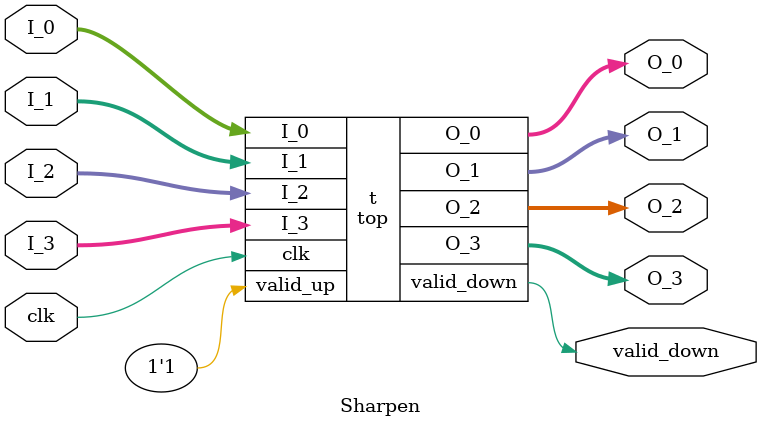
<source format=v>
module stupleToSSeq_tSSeq_3_Int__n3 (
    input [7:0] I_0_0,
    input [7:0] I_0_1,
    input [7:0] I_0_2,
    input [7:0] I_1_0,
    input [7:0] I_1_1,
    input [7:0] I_1_2,
    input [7:0] I_2_0,
    input [7:0] I_2_1,
    input [7:0] I_2_2,
    output [7:0] O_0_0,
    output [7:0] O_0_1,
    output [7:0] O_0_2,
    output [7:0] O_1_0,
    output [7:0] O_1_1,
    output [7:0] O_1_2,
    output [7:0] O_2_0,
    output [7:0] O_2_1,
    output [7:0] O_2_2,
    output valid_down,
    input valid_up
);
  assign O_0_0 = I_0_0;
  assign O_0_1 = I_0_1;
  assign O_0_2 = I_0_2;
  assign O_1_0 = I_1_0;
  assign O_1_1 = I_1_1;
  assign O_1_2 = I_1_2;
  assign O_2_0 = I_2_0;
  assign O_2_1 = I_2_1;
  assign O_2_2 = I_2_2;
  assign valid_down = valid_up;
endmodule

module stupleToSSeq_tInt_n3 (
    input [7:0] I_0,
    input [7:0] I_1,
    input [7:0] I_2,
    output [7:0] O_0,
    output [7:0] O_1,
    output [7:0] O_2,
    output valid_down,
    input valid_up
);
  assign O_0 = I_0;
  assign O_1 = I_1;
  assign O_2 = I_2;
  assign valid_down = valid_up;
endmodule

module sseqTupleCreator_tSSeq_3_Int_ (
    input [7:0] I0_0,
    input [7:0] I0_1,
    input [7:0] I0_2,
    input [7:0] I1_0,
    input [7:0] I1_1,
    input [7:0] I1_2,
    output [7:0] O_0_0,
    output [7:0] O_0_1,
    output [7:0] O_0_2,
    output [7:0] O_1_0,
    output [7:0] O_1_1,
    output [7:0] O_1_2,
    output valid_down,
    input valid_up
);
  assign O_0_0 = I0_0;
  assign O_0_1 = I0_1;
  assign O_0_2 = I0_2;
  assign O_1_0 = I1_0;
  assign O_1_1 = I1_1;
  assign O_1_2 = I1_2;
  assign valid_down = valid_up;
endmodule

module sseqTupleCreator_tInt (
    input [7:0] I0,
    input [7:0] I1,
    output [7:0] O_0,
    output [7:0] O_1,
    output valid_down,
    input valid_up
);
  assign O_0 = I0;
  assign O_1 = I1;
  assign valid_down = valid_up;
endmodule

module sseqTupleAppender_tSSeq_3_Int__n2 (
    input [7:0] I0_0_0,
    input [7:0] I0_0_1,
    input [7:0] I0_0_2,
    input [7:0] I0_1_0,
    input [7:0] I0_1_1,
    input [7:0] I0_1_2,
    input [7:0] I1_0,
    input [7:0] I1_1,
    input [7:0] I1_2,
    output [7:0] O_0_0,
    output [7:0] O_0_1,
    output [7:0] O_0_2,
    output [7:0] O_1_0,
    output [7:0] O_1_1,
    output [7:0] O_1_2,
    output [7:0] O_2_0,
    output [7:0] O_2_1,
    output [7:0] O_2_2,
    output valid_down,
    input valid_up
);
  assign O_0_0 = I0_0_0;
  assign O_0_1 = I0_0_1;
  assign O_0_2 = I0_0_2;
  assign O_1_0 = I0_1_0;
  assign O_1_1 = I0_1_1;
  assign O_1_2 = I0_1_2;
  assign O_2_0 = I1_0;
  assign O_2_1 = I1_1;
  assign O_2_2 = I1_2;
  assign valid_down = valid_up;
endmodule

module sseqTupleAppender_tInt_n2 (
    input [7:0] I0_0,
    input [7:0] I0_1,
    input [7:0] I1,
    output [7:0] O_0,
    output [7:0] O_1,
    output [7:0] O_2,
    output valid_down,
    input valid_up
);
  assign O_0 = I0_0;
  assign O_1 = I0_1;
  assign O_2 = I1;
  assign valid_down = valid_up;
endmodule

module corebit_const #(
    parameter value = 1
) (
    output out
);
  assign out = value;
endmodule

module corebit_and (
    input  in0,
    input  in1,
    output out
);
  assign out = in0 & in1;
endmodule

module atomTupleCreator_t0Int_t1Int (
    input [7:0] I0,
    input [7:0] I1,
    output [7:0] O__0,
    output [7:0] O__1,
    output valid_down,
    input valid_up
);
  assign O__0 = I0;
  assign O__1 = I1;
  assign valid_down = valid_up;
endmodule

module atomTupleCreator_t0Bit_t1ATuple_Int_Int_ (
    input [0:0] I0,
    input [7:0] I1__0,
    input [7:0] I1__1,
    output [0:0] O__0,
    output [7:0] O__1__0,
    output [7:0] O__1__1,
    output valid_down,
    input valid_up
);
  assign O__0 = I0;
  assign O__1__0 = I1__0;
  assign O__1__1 = I1__1;
  assign valid_down = valid_up;
endmodule

module coreir_ult #(
    parameter width = 1
) (
    input [width-1:0] in0,
    input [width-1:0] in1,
    output out
);
  assign out = in0 < in1;
endmodule

module coreir_ugt #(
    parameter width = 1
) (
    input [width-1:0] in0,
    input [width-1:0] in1,
    output out
);
  assign out = in0 > in1;
endmodule

module coreir_term #(
    parameter width = 1
) (
    input [width-1:0] in
);

endmodule

module coreir_shl #(
    parameter width = 1
) (
    input  [width-1:0] in0,
    input  [width-1:0] in1,
    output [width-1:0] out
);
  assign out = in0 << in1;
endmodule

module coreir_reg #(
    parameter width = 1,
    parameter clk_posedge = 1,
    parameter init = 1
) (
    input clk,
    input [width-1:0] in,
    output [width-1:0] out
);
  reg [width-1:0] outReg = init;
  wire real_clk;
  assign real_clk = clk_posedge ? clk : ~clk;
  always @(posedge real_clk) begin
    outReg <= in;
  end
  assign out = outReg;
endmodule

module coreir_not #(
    parameter width = 1
) (
    input  [width-1:0] in,
    output [width-1:0] out
);
  assign out = ~in;
endmodule

module coreir_neg #(
    parameter width = 1
) (
    input  [width-1:0] in,
    output [width-1:0] out
);
  assign out = -in;
endmodule

module coreir_mux #(
    parameter width = 1
) (
    input [width-1:0] in0,
    input [width-1:0] in1,
    input sel,
    output [width-1:0] out
);
  assign out = sel ? in1 : in0;
endmodule

module coreir_mem #(
    parameter has_init = 0,
    parameter depth = 1,
    parameter width = 1
) (
    input clk,
    input [width-1:0] wdata,
    input [$clog2(depth)-1:0] waddr,
    input wen,
    output [width-1:0] rdata,
    input [$clog2(depth)-1:0] raddr
);
  reg [width-1:0] data[depth-1:0];
  always @(posedge clk) begin
    if (wen) begin
      data[waddr] <= wdata;
    end
  end
  assign rdata = data[raddr];
endmodule

module coreir_lshr #(
    parameter width = 1
) (
    input  [width-1:0] in0,
    input  [width-1:0] in1,
    output [width-1:0] out
);
  assign out = in0 >> in1;
endmodule

module coreir_eq #(
    parameter width = 1
) (
    input [width-1:0] in0,
    input [width-1:0] in1,
    output out
);
  assign out = in0 == in1;
endmodule

module coreir_const #(
    parameter width = 1,
    parameter value = 1
) (
    output [width-1:0] out
);
  assign out = value;
endmodule

module coreir_add #(
    parameter width = 1
) (
    input  [width-1:0] in0,
    input  [width-1:0] in1,
    output [width-1:0] out
);
  assign out = in0 + in1;
endmodule

module \commonlib_muxn__N2__width8 (
    input  [7:0] in_data_0,
    input  [7:0] in_data_1,
    input  [0:0] in_sel,
    output [7:0] out
);
  wire [7:0] _join_out;
  coreir_mux #(
      .width(8)
  ) _join (
      .in0(in_data_0),
      .in1(in_data_1),
      .out(_join_out),
      .sel(in_sel[0])
  );
  assign out = _join_out;
endmodule

module \commonlib_muxn__N2__width3 (
    input  [2:0] in_data_0,
    input  [2:0] in_data_1,
    input  [0:0] in_sel,
    output [2:0] out
);
  wire [2:0] _join_out;
  coreir_mux #(
      .width(3)
  ) _join (
      .in0(in_data_0),
      .in1(in_data_1),
      .out(_join_out),
      .sel(in_sel[0])
  );
  assign out = _join_out;
endmodule

module \commonlib_muxn__N2__width2 (
    input  [1:0] in_data_0,
    input  [1:0] in_data_1,
    input  [0:0] in_sel,
    output [1:0] out
);
  wire [1:0] _join_out;
  coreir_mux #(
      .width(2)
  ) _join (
      .in0(in_data_0),
      .in1(in_data_1),
      .out(_join_out),
      .sel(in_sel[0])
  );
  assign out = _join_out;
endmodule

module \commonlib_muxn__N2__width1 (
    input  [0:0] in_data_0,
    input  [0:0] in_data_1,
    input  [0:0] in_sel,
    output [0:0] out
);
  wire [0:0] _join_out;
  coreir_mux #(
      .width(1)
  ) _join (
      .in0(in_data_0),
      .in1(in_data_1),
      .out(_join_out),
      .sel(in_sel[0])
  );
  assign out = _join_out;
endmodule

module lutN #(
    parameter N = 1,
    parameter init = 1
) (
    input [N-1:0] in,
    output out
);
  assign out = init[in];
endmodule

module \aetherlinglib_hydrate__hydratedTypeBit84 (
    input  [31:0] in,
    output [ 7:0] out_0,
    output [ 7:0] out_1,
    output [ 7:0] out_2,
    output [ 7:0] out_3
);
  assign out_0 = {in[7], in[6], in[5], in[4], in[3], in[2], in[1], in[0]};
  assign out_1 = {in[15], in[14], in[13], in[12], in[11], in[10], in[9], in[8]};
  assign out_2 = {in[23], in[22], in[21], in[20], in[19], in[18], in[17], in[16]};
  assign out_3 = {in[31], in[30], in[29], in[28], in[27], in[26], in[25], in[24]};
endmodule

module \aetherlinglib_hydrate__hydratedTypeBit833 (
    input  [71:0] in,
    output [ 7:0] out_0_0,
    output [ 7:0] out_0_1,
    output [ 7:0] out_0_2,
    output [ 7:0] out_1_0,
    output [ 7:0] out_1_1,
    output [ 7:0] out_1_2,
    output [ 7:0] out_2_0,
    output [ 7:0] out_2_1,
    output [ 7:0] out_2_2
);
  assign out_0_0 = {in[7], in[6], in[5], in[4], in[3], in[2], in[1], in[0]};
  assign out_0_1 = {in[15], in[14], in[13], in[12], in[11], in[10], in[9], in[8]};
  assign out_0_2 = {in[23], in[22], in[21], in[20], in[19], in[18], in[17], in[16]};
  assign out_1_0 = {in[31], in[30], in[29], in[28], in[27], in[26], in[25], in[24]};
  assign out_1_1 = {in[39], in[38], in[37], in[36], in[35], in[34], in[33], in[32]};
  assign out_1_2 = {in[47], in[46], in[45], in[44], in[43], in[42], in[41], in[40]};
  assign out_2_0 = {in[55], in[54], in[53], in[52], in[51], in[50], in[49], in[48]};
  assign out_2_1 = {in[63], in[62], in[61], in[60], in[59], in[58], in[57], in[56]};
  assign out_2_2 = {in[71], in[70], in[69], in[68], in[67], in[66], in[65], in[64]};
endmodule

module \aetherlinglib_hydrate__hydratedTypeBit811 (
    input  [7:0] in,
    output [7:0] out_0_0
);
  assign out_0_0 = {in[7], in[6], in[5], in[4], in[3], in[2], in[1], in[0]};
endmodule

module \aetherlinglib_hydrate__hydratedTypeBit8 (
    input  [7:0] in,
    output [7:0] out
);
  assign out = {in[7], in[6], in[5], in[4], in[3], in[2], in[1], in[0]};
endmodule

module \aetherlinglib_dehydrate__hydratedTypeBit84 (
    input  [ 7:0] in_0,
    input  [ 7:0] in_1,
    input  [ 7:0] in_2,
    input  [ 7:0] in_3,
    output [31:0] out
);
  assign out = {
    in_3[7],
    in_3[6],
    in_3[5],
    in_3[4],
    in_3[3],
    in_3[2],
    in_3[1],
    in_3[0],
    in_2[7],
    in_2[6],
    in_2[5],
    in_2[4],
    in_2[3],
    in_2[2],
    in_2[1],
    in_2[0],
    in_1[7],
    in_1[6],
    in_1[5],
    in_1[4],
    in_1[3],
    in_1[2],
    in_1[1],
    in_1[0],
    in_0[7],
    in_0[6],
    in_0[5],
    in_0[4],
    in_0[3],
    in_0[2],
    in_0[1],
    in_0[0]
  };
endmodule

module \aetherlinglib_dehydrate__hydratedTypeBit8 (
    input  [7:0] in,
    output [7:0] out
);
  assign out = {in[7], in[6], in[5], in[4], in[3], in[2], in[1], in[0]};
endmodule

module \aetherlinglib_dehydrate__hydratedTypeBit1 (
    input  [0:0] in,
    output [0:0] out
);
  assign out = in[0];
endmodule

module \aetherlinglib_dehydrate__hydratedTypeBit (
    input in,
    output [0:0] out
);
  assign out = in;
endmodule

module Term_Bitt (
    input I
);
  wire [0:0] dehydrate_tBit_inst0_out;
  \aetherlinglib_dehydrate__hydratedTypeBit dehydrate_tBit_inst0 (
      .in (I),
      .out(dehydrate_tBit_inst0_out)
  );
  coreir_term #(.width(1)) term_w1_inst0 (.in(dehydrate_tBit_inst0_out));
endmodule

module Term_Bits_1_t (
    input [0:0] I
);
  wire [0:0] dehydrate_tBits_1__inst0_out;
  \aetherlinglib_dehydrate__hydratedTypeBit1 dehydrate_tBits_1__inst0 (
      .in (I),
      .out(dehydrate_tBits_1__inst0_out)
  );
  coreir_term #(.width(1)) term_w1_inst0 (.in(dehydrate_tBits_1__inst0_out));
endmodule

module SizedCounter_1_cinFalse_coutFalse_incr1_hasCETrue_hasResetFalse (
    input CE,
    input clk,
    output [0:0] O
);
  wire [0:0] const_0_1_out;
  Term_Bitt Term_Bitt_inst0 (.I(CE));
  coreir_const #(
      .value(1'h0),
      .width(1)
  ) const_0_1 (
      .out(const_0_1_out)
  );
  assign O = const_0_1_out;
endmodule

module Remove_1_S_unq1 (
    input [7:0] I_0_0_0,
    input [7:0] I_0_0_1,
    input [7:0] I_0_0_2,
    input [7:0] I_0_1_0,
    input [7:0] I_0_1_1,
    input [7:0] I_0_1_2,
    input [7:0] I_0_2_0,
    input [7:0] I_0_2_1,
    input [7:0] I_0_2_2,
    output [7:0] O_0_0,
    output [7:0] O_0_1,
    output [7:0] O_0_2,
    output [7:0] O_1_0,
    output [7:0] O_1_1,
    output [7:0] O_1_2,
    output [7:0] O_2_0,
    output [7:0] O_2_1,
    output [7:0] O_2_2,
    output valid_down,
    input valid_up
);
  wire [7:0] stupleToSSeq_tSSeq_3_Int__n3_inst0_O_0_0;
  wire [7:0] stupleToSSeq_tSSeq_3_Int__n3_inst0_O_0_1;
  wire [7:0] stupleToSSeq_tSSeq_3_Int__n3_inst0_O_0_2;
  wire [7:0] stupleToSSeq_tSSeq_3_Int__n3_inst0_O_1_0;
  wire [7:0] stupleToSSeq_tSSeq_3_Int__n3_inst0_O_1_1;
  wire [7:0] stupleToSSeq_tSSeq_3_Int__n3_inst0_O_1_2;
  wire [7:0] stupleToSSeq_tSSeq_3_Int__n3_inst0_O_2_0;
  wire [7:0] stupleToSSeq_tSSeq_3_Int__n3_inst0_O_2_1;
  wire [7:0] stupleToSSeq_tSSeq_3_Int__n3_inst0_O_2_2;
  wire stupleToSSeq_tSSeq_3_Int__n3_inst0_valid_down;
  stupleToSSeq_tSSeq_3_Int__n3 stupleToSSeq_tSSeq_3_Int__n3_inst0 (
      .I_0_0(I_0_0_0),
      .I_0_1(I_0_0_1),
      .I_0_2(I_0_0_2),
      .I_1_0(I_0_1_0),
      .I_1_1(I_0_1_1),
      .I_1_2(I_0_1_2),
      .I_2_0(I_0_2_0),
      .I_2_1(I_0_2_1),
      .I_2_2(I_0_2_2),
      .O_0_0(stupleToSSeq_tSSeq_3_Int__n3_inst0_O_0_0),
      .O_0_1(stupleToSSeq_tSSeq_3_Int__n3_inst0_O_0_1),
      .O_0_2(stupleToSSeq_tSSeq_3_Int__n3_inst0_O_0_2),
      .O_1_0(stupleToSSeq_tSSeq_3_Int__n3_inst0_O_1_0),
      .O_1_1(stupleToSSeq_tSSeq_3_Int__n3_inst0_O_1_1),
      .O_1_2(stupleToSSeq_tSSeq_3_Int__n3_inst0_O_1_2),
      .O_2_0(stupleToSSeq_tSSeq_3_Int__n3_inst0_O_2_0),
      .O_2_1(stupleToSSeq_tSSeq_3_Int__n3_inst0_O_2_1),
      .O_2_2(stupleToSSeq_tSSeq_3_Int__n3_inst0_O_2_2),
      .valid_down(stupleToSSeq_tSSeq_3_Int__n3_inst0_valid_down),
      .valid_up(valid_up)
  );
  assign O_0_0 = stupleToSSeq_tSSeq_3_Int__n3_inst0_O_0_0;
  assign O_0_1 = stupleToSSeq_tSSeq_3_Int__n3_inst0_O_0_1;
  assign O_0_2 = stupleToSSeq_tSSeq_3_Int__n3_inst0_O_0_2;
  assign O_1_0 = stupleToSSeq_tSSeq_3_Int__n3_inst0_O_1_0;
  assign O_1_1 = stupleToSSeq_tSSeq_3_Int__n3_inst0_O_1_1;
  assign O_1_2 = stupleToSSeq_tSSeq_3_Int__n3_inst0_O_1_2;
  assign O_2_0 = stupleToSSeq_tSSeq_3_Int__n3_inst0_O_2_0;
  assign O_2_1 = stupleToSSeq_tSSeq_3_Int__n3_inst0_O_2_1;
  assign O_2_2 = stupleToSSeq_tSSeq_3_Int__n3_inst0_O_2_2;
  assign valid_down = stupleToSSeq_tSSeq_3_Int__n3_inst0_valid_down;
endmodule

module Remove_1_S (
    input [7:0] I_0_0,
    input [7:0] I_0_1,
    input [7:0] I_0_2,
    output [7:0] O_0,
    output [7:0] O_1,
    output [7:0] O_2,
    output valid_down,
    input valid_up
);
  wire [7:0] stupleToSSeq_tInt_n3_inst0_O_0;
  wire [7:0] stupleToSSeq_tInt_n3_inst0_O_1;
  wire [7:0] stupleToSSeq_tInt_n3_inst0_O_2;
  wire stupleToSSeq_tInt_n3_inst0_valid_down;
  stupleToSSeq_tInt_n3 stupleToSSeq_tInt_n3_inst0 (
      .I_0(I_0_0),
      .I_1(I_0_1),
      .I_2(I_0_2),
      .O_0(stupleToSSeq_tInt_n3_inst0_O_0),
      .O_1(stupleToSSeq_tInt_n3_inst0_O_1),
      .O_2(stupleToSSeq_tInt_n3_inst0_O_2),
      .valid_down(stupleToSSeq_tInt_n3_inst0_valid_down),
      .valid_up(valid_up)
  );
  assign O_0 = stupleToSSeq_tInt_n3_inst0_O_0;
  assign O_1 = stupleToSSeq_tInt_n3_inst0_O_1;
  assign O_2 = stupleToSSeq_tInt_n3_inst0_O_2;
  assign valid_down = stupleToSSeq_tInt_n3_inst0_valid_down;
endmodule

module RShift_Atom (
    input [7:0] I__0,
    input [7:0] I__1,
    output [7:0] O,
    output valid_down,
    input valid_up
);
  wire [7:0] lshr8_inst0_out;
  coreir_lshr #(
      .width(8)
  ) lshr8_inst0 (
      .in0(I__0),
      .in1(I__1),
      .out(lshr8_inst0_out)
  );
  assign O = lshr8_inst0_out;
  assign valid_down = valid_up;
endmodule

module RAM1x8 (
    input clk,
    input [0:0] RADDR,
    output [7:0] RDATA,
    input [0:0] WADDR,
    input [7:0] WDATA,
    input WE
);
  wire [7:0] coreir_mem1x8_inst0_rdata;
  coreir_mem #(
      .depth(1),
      .has_init(0),
      .width(8)
  ) coreir_mem1x8_inst0 (
      .clk  (clk),
      .raddr(RADDR),
      .rdata(coreir_mem1x8_inst0_rdata),
      .waddr(WADDR),
      .wdata(WDATA),
      .wen  (WE)
  );
  assign RDATA = coreir_mem1x8_inst0_rdata;
endmodule

module RAM_Array_8_Bit_t_1n (
    input clk,
    input [0:0] RADDR,
    output [7:0] RDATA,
    input [0:0] WADDR,
    input [7:0] WDATA,
    input WE
);
  wire [7:0] RAM1x8_inst0_RDATA;
  wire [7:0] dehydrate_tArray_8_Bit__inst0_out;
  wire [7:0] hydrate_tArray_8_Bit__inst0_out;
  RAM1x8 RAM1x8_inst0 (
      .clk(clk),
      .RADDR(RADDR),
      .RDATA(RAM1x8_inst0_RDATA),
      .WADDR(WADDR),
      .WDATA(dehydrate_tArray_8_Bit__inst0_out),
      .WE(WE)
  );
  \aetherlinglib_dehydrate__hydratedTypeBit8 dehydrate_tArray_8_Bit__inst0 (
      .in (WDATA),
      .out(dehydrate_tArray_8_Bit__inst0_out)
  );
  \aetherlinglib_hydrate__hydratedTypeBit8 hydrate_tArray_8_Bit__inst0 (
      .in (RAM1x8_inst0_RDATA),
      .out(hydrate_tArray_8_Bit__inst0_out)
  );
  assign RDATA = hydrate_tArray_8_Bit__inst0_out;
endmodule

module RAM1x32 (
    input clk,
    input [0:0] RADDR,
    output [31:0] RDATA,
    input [0:0] WADDR,
    input [31:0] WDATA,
    input WE
);
  wire [31:0] coreir_mem1x32_inst0_rdata;
  coreir_mem #(
      .depth(1),
      .has_init(0),
      .width(32)
  ) coreir_mem1x32_inst0 (
      .clk  (clk),
      .raddr(RADDR),
      .rdata(coreir_mem1x32_inst0_rdata),
      .waddr(WADDR),
      .wdata(WDATA),
      .wen  (WE)
  );
  assign RDATA = coreir_mem1x32_inst0_rdata;
endmodule

module RAM_Array_4_Array_8_Bit__t_1n (
    input clk,
    input [0:0] RADDR,
    output [7:0] RDATA_0,
    output [7:0] RDATA_1,
    output [7:0] RDATA_2,
    output [7:0] RDATA_3,
    input [0:0] WADDR,
    input [7:0] WDATA_0,
    input [7:0] WDATA_1,
    input [7:0] WDATA_2,
    input [7:0] WDATA_3,
    input WE
);
  wire [31:0] RAM1x32_inst0_RDATA;
  wire [31:0] dehydrate_tArray_4_Array_8_Bit___inst0_out;
  wire [ 7:0] hydrate_tArray_4_Array_8_Bit___inst0_out_0;
  wire [ 7:0] hydrate_tArray_4_Array_8_Bit___inst0_out_1;
  wire [ 7:0] hydrate_tArray_4_Array_8_Bit___inst0_out_2;
  wire [ 7:0] hydrate_tArray_4_Array_8_Bit___inst0_out_3;
  RAM1x32 RAM1x32_inst0 (
      .clk(clk),
      .RADDR(RADDR),
      .RDATA(RAM1x32_inst0_RDATA),
      .WADDR(WADDR),
      .WDATA(dehydrate_tArray_4_Array_8_Bit___inst0_out),
      .WE(WE)
  );
  \aetherlinglib_dehydrate__hydratedTypeBit84 dehydrate_tArray_4_Array_8_Bit___inst0 (
      .in_0(WDATA_0),
      .in_1(WDATA_1),
      .in_2(WDATA_2),
      .in_3(WDATA_3),
      .out (dehydrate_tArray_4_Array_8_Bit___inst0_out)
  );
  \aetherlinglib_hydrate__hydratedTypeBit84 hydrate_tArray_4_Array_8_Bit___inst0 (
      .in(RAM1x32_inst0_RDATA),
      .out_0(hydrate_tArray_4_Array_8_Bit___inst0_out_0),
      .out_1(hydrate_tArray_4_Array_8_Bit___inst0_out_1),
      .out_2(hydrate_tArray_4_Array_8_Bit___inst0_out_2),
      .out_3(hydrate_tArray_4_Array_8_Bit___inst0_out_3)
  );
  assign RDATA_0 = hydrate_tArray_4_Array_8_Bit___inst0_out_0;
  assign RDATA_1 = hydrate_tArray_4_Array_8_Bit___inst0_out_1;
  assign RDATA_2 = hydrate_tArray_4_Array_8_Bit___inst0_out_2;
  assign RDATA_3 = hydrate_tArray_4_Array_8_Bit___inst0_out_3;
endmodule

module Passthrough_tInTSeq_4_0_SSeq_4_SSeq_1_SSeq_1_Int_____tOutTSeq_4_0_SSeq_4_SSeq_1_Int___ (
    input [7:0] I_0_0_0,
    input [7:0] I_1_0_0,
    input [7:0] I_2_0_0,
    input [7:0] I_3_0_0,
    output [7:0] O_0_0,
    output [7:0] O_1_0,
    output [7:0] O_2_0,
    output [7:0] O_3_0,
    output valid_down,
    input valid_up
);
  assign O_0_0 = I_0_0_0;
  assign O_1_0 = I_1_0_0;
  assign O_2_0 = I_2_0_0;
  assign O_3_0 = I_3_0_0;
  assign valid_down = valid_up;
endmodule

module Passthrough_tInTSeq_4_0_SSeq_4_SSeq_1_Int____tOutTSeq_4_0_SSeq_4_Int__ (
    input [7:0] I_0_0,
    input [7:0] I_1_0,
    input [7:0] I_2_0,
    input [7:0] I_3_0,
    output [7:0] O_0,
    output [7:0] O_1,
    output [7:0] O_2,
    output [7:0] O_3,
    output valid_down,
    input valid_up
);
  assign O_0 = I_0_0;
  assign O_1 = I_1_0;
  assign O_2 = I_2_0;
  assign O_3 = I_3_0;
  assign valid_down = valid_up;
endmodule

module Partition_S_no4_ni1_tElSTuple_3_SSeq_3_Int___vTrue (
    input clk,
    input [7:0] I_0_0_0,
    input [7:0] I_0_0_1,
    input [7:0] I_0_0_2,
    input [7:0] I_0_1_0,
    input [7:0] I_0_1_1,
    input [7:0] I_0_1_2,
    input [7:0] I_0_2_0,
    input [7:0] I_0_2_1,
    input [7:0] I_0_2_2,
    input [7:0] I_1_0_0,
    input [7:0] I_1_0_1,
    input [7:0] I_1_0_2,
    input [7:0] I_1_1_0,
    input [7:0] I_1_1_1,
    input [7:0] I_1_1_2,
    input [7:0] I_1_2_0,
    input [7:0] I_1_2_1,
    input [7:0] I_1_2_2,
    input [7:0] I_2_0_0,
    input [7:0] I_2_0_1,
    input [7:0] I_2_0_2,
    input [7:0] I_2_1_0,
    input [7:0] I_2_1_1,
    input [7:0] I_2_1_2,
    input [7:0] I_2_2_0,
    input [7:0] I_2_2_1,
    input [7:0] I_2_2_2,
    input [7:0] I_3_0_0,
    input [7:0] I_3_0_1,
    input [7:0] I_3_0_2,
    input [7:0] I_3_1_0,
    input [7:0] I_3_1_1,
    input [7:0] I_3_1_2,
    input [7:0] I_3_2_0,
    input [7:0] I_3_2_1,
    input [7:0] I_3_2_2,
    output [7:0] O_0_0_0_0,
    output [7:0] O_0_0_0_1,
    output [7:0] O_0_0_0_2,
    output [7:0] O_0_0_1_0,
    output [7:0] O_0_0_1_1,
    output [7:0] O_0_0_1_2,
    output [7:0] O_0_0_2_0,
    output [7:0] O_0_0_2_1,
    output [7:0] O_0_0_2_2,
    output [7:0] O_1_0_0_0,
    output [7:0] O_1_0_0_1,
    output [7:0] O_1_0_0_2,
    output [7:0] O_1_0_1_0,
    output [7:0] O_1_0_1_1,
    output [7:0] O_1_0_1_2,
    output [7:0] O_1_0_2_0,
    output [7:0] O_1_0_2_1,
    output [7:0] O_1_0_2_2,
    output [7:0] O_2_0_0_0,
    output [7:0] O_2_0_0_1,
    output [7:0] O_2_0_0_2,
    output [7:0] O_2_0_1_0,
    output [7:0] O_2_0_1_1,
    output [7:0] O_2_0_1_2,
    output [7:0] O_2_0_2_0,
    output [7:0] O_2_0_2_1,
    output [7:0] O_2_0_2_2,
    output [7:0] O_3_0_0_0,
    output [7:0] O_3_0_0_1,
    output [7:0] O_3_0_0_2,
    output [7:0] O_3_0_1_0,
    output [7:0] O_3_0_1_1,
    output [7:0] O_3_0_1_2,
    output [7:0] O_3_0_2_0,
    output [7:0] O_3_0_2_1,
    output [7:0] O_3_0_2_2,
    output valid_down,
    input valid_up
);
  assign O_0_0_0_0  = I_0_0_0;
  assign O_0_0_0_1  = I_0_0_1;
  assign O_0_0_0_2  = I_0_0_2;
  assign O_0_0_1_0  = I_0_1_0;
  assign O_0_0_1_1  = I_0_1_1;
  assign O_0_0_1_2  = I_0_1_2;
  assign O_0_0_2_0  = I_0_2_0;
  assign O_0_0_2_1  = I_0_2_1;
  assign O_0_0_2_2  = I_0_2_2;
  assign O_1_0_0_0  = I_1_0_0;
  assign O_1_0_0_1  = I_1_0_1;
  assign O_1_0_0_2  = I_1_0_2;
  assign O_1_0_1_0  = I_1_1_0;
  assign O_1_0_1_1  = I_1_1_1;
  assign O_1_0_1_2  = I_1_1_2;
  assign O_1_0_2_0  = I_1_2_0;
  assign O_1_0_2_1  = I_1_2_1;
  assign O_1_0_2_2  = I_1_2_2;
  assign O_2_0_0_0  = I_2_0_0;
  assign O_2_0_0_1  = I_2_0_1;
  assign O_2_0_0_2  = I_2_0_2;
  assign O_2_0_1_0  = I_2_1_0;
  assign O_2_0_1_1  = I_2_1_1;
  assign O_2_0_1_2  = I_2_1_2;
  assign O_2_0_2_0  = I_2_2_0;
  assign O_2_0_2_1  = I_2_2_1;
  assign O_2_0_2_2  = I_2_2_2;
  assign O_3_0_0_0  = I_3_0_0;
  assign O_3_0_0_1  = I_3_0_1;
  assign O_3_0_0_2  = I_3_0_2;
  assign O_3_0_1_0  = I_3_1_0;
  assign O_3_0_1_1  = I_3_1_1;
  assign O_3_0_1_2  = I_3_1_2;
  assign O_3_0_2_0  = I_3_2_0;
  assign O_3_0_2_1  = I_3_2_1;
  assign O_3_0_2_2  = I_3_2_2;
  assign valid_down = valid_up;
endmodule

module Partition_S_no4_ni1_tElSTuple_3_Int__vTrue (
    input clk,
    input [7:0] I_0_0,
    input [7:0] I_0_1,
    input [7:0] I_0_2,
    input [7:0] I_1_0,
    input [7:0] I_1_1,
    input [7:0] I_1_2,
    input [7:0] I_2_0,
    input [7:0] I_2_1,
    input [7:0] I_2_2,
    input [7:0] I_3_0,
    input [7:0] I_3_1,
    input [7:0] I_3_2,
    output [7:0] O_0_0_0,
    output [7:0] O_0_0_1,
    output [7:0] O_0_0_2,
    output [7:0] O_1_0_0,
    output [7:0] O_1_0_1,
    output [7:0] O_1_0_2,
    output [7:0] O_2_0_0,
    output [7:0] O_2_0_1,
    output [7:0] O_2_0_2,
    output [7:0] O_3_0_0,
    output [7:0] O_3_0_1,
    output [7:0] O_3_0_2,
    output valid_down,
    input valid_up
);
  assign O_0_0_0 = I_0_0;
  assign O_0_0_1 = I_0_1;
  assign O_0_0_2 = I_0_2;
  assign O_1_0_0 = I_1_0;
  assign O_1_0_1 = I_1_1;
  assign O_1_0_2 = I_1_2;
  assign O_2_0_0 = I_2_0;
  assign O_2_0_1 = I_2_1;
  assign O_2_0_2 = I_2_2;
  assign O_3_0_0 = I_3_0;
  assign O_3_0_1 = I_3_1;
  assign O_3_0_2 = I_3_2;
  assign valid_down = valid_up;
endmodule

module NestedCounters_Int_hasCETrue_hasResetFalse_unq1 (
    input  CE,
    input  clk,
    output last,
    output valid
);
  wire [0:0] coreir_const11_inst0_out;
  coreir_const #(
      .value(1'h1),
      .width(1)
  ) coreir_const11_inst0 (
      .out(coreir_const11_inst0_out)
  );
  assign last  = coreir_const11_inst0_out[0];
  assign valid = CE;
endmodule

module NestedCounters_Int_hasCETrue_hasResetFalse (
    input CE,
    input clk,
    output [0:0] cur_valid,
    output last,
    output valid
);
  wire [0:0] coreir_const10_inst0_out;
  wire [0:0] coreir_const11_inst0_out;
  coreir_const #(
      .value(1'h0),
      .width(1)
  ) coreir_const10_inst0 (
      .out(coreir_const10_inst0_out)
  );
  coreir_const #(
      .value(1'h1),
      .width(1)
  ) coreir_const11_inst0 (
      .out(coreir_const11_inst0_out)
  );
  assign cur_valid = coreir_const10_inst0_out;
  assign last = coreir_const11_inst0_out[0];
  assign valid = CE;
endmodule

module Negate8 (
    input  [7:0] I,
    output [7:0] O
);
  wire [7:0] coreir_neg_inst0_out;
  coreir_neg #(
      .width(8)
  ) coreir_neg_inst0 (
      .in (I),
      .out(coreir_neg_inst0_out)
  );
  assign O = coreir_neg_inst0_out;
endmodule

module NativeMapParallel_n4_unq5 (
    input [7:0] I_0_0_0_0,
    input [7:0] I_0_0_0_1,
    input [7:0] I_0_0_0_2,
    input [7:0] I_0_0_1_0,
    input [7:0] I_0_0_1_1,
    input [7:0] I_0_0_1_2,
    input [7:0] I_0_0_2_0,
    input [7:0] I_0_0_2_1,
    input [7:0] I_0_0_2_2,
    input [7:0] I_1_0_0_0,
    input [7:0] I_1_0_0_1,
    input [7:0] I_1_0_0_2,
    input [7:0] I_1_0_1_0,
    input [7:0] I_1_0_1_1,
    input [7:0] I_1_0_1_2,
    input [7:0] I_1_0_2_0,
    input [7:0] I_1_0_2_1,
    input [7:0] I_1_0_2_2,
    input [7:0] I_2_0_0_0,
    input [7:0] I_2_0_0_1,
    input [7:0] I_2_0_0_2,
    input [7:0] I_2_0_1_0,
    input [7:0] I_2_0_1_1,
    input [7:0] I_2_0_1_2,
    input [7:0] I_2_0_2_0,
    input [7:0] I_2_0_2_1,
    input [7:0] I_2_0_2_2,
    input [7:0] I_3_0_0_0,
    input [7:0] I_3_0_0_1,
    input [7:0] I_3_0_0_2,
    input [7:0] I_3_0_1_0,
    input [7:0] I_3_0_1_1,
    input [7:0] I_3_0_1_2,
    input [7:0] I_3_0_2_0,
    input [7:0] I_3_0_2_1,
    input [7:0] I_3_0_2_2,
    output [7:0] O_0_0_0,
    output [7:0] O_0_0_1,
    output [7:0] O_0_0_2,
    output [7:0] O_0_1_0,
    output [7:0] O_0_1_1,
    output [7:0] O_0_1_2,
    output [7:0] O_0_2_0,
    output [7:0] O_0_2_1,
    output [7:0] O_0_2_2,
    output [7:0] O_1_0_0,
    output [7:0] O_1_0_1,
    output [7:0] O_1_0_2,
    output [7:0] O_1_1_0,
    output [7:0] O_1_1_1,
    output [7:0] O_1_1_2,
    output [7:0] O_1_2_0,
    output [7:0] O_1_2_1,
    output [7:0] O_1_2_2,
    output [7:0] O_2_0_0,
    output [7:0] O_2_0_1,
    output [7:0] O_2_0_2,
    output [7:0] O_2_1_0,
    output [7:0] O_2_1_1,
    output [7:0] O_2_1_2,
    output [7:0] O_2_2_0,
    output [7:0] O_2_2_1,
    output [7:0] O_2_2_2,
    output [7:0] O_3_0_0,
    output [7:0] O_3_0_1,
    output [7:0] O_3_0_2,
    output [7:0] O_3_1_0,
    output [7:0] O_3_1_1,
    output [7:0] O_3_1_2,
    output [7:0] O_3_2_0,
    output [7:0] O_3_2_1,
    output [7:0] O_3_2_2,
    output valid_down,
    input valid_up
);
  wire [7:0] Remove_1_S_inst0_O_0_0;
  wire [7:0] Remove_1_S_inst0_O_0_1;
  wire [7:0] Remove_1_S_inst0_O_0_2;
  wire [7:0] Remove_1_S_inst0_O_1_0;
  wire [7:0] Remove_1_S_inst0_O_1_1;
  wire [7:0] Remove_1_S_inst0_O_1_2;
  wire [7:0] Remove_1_S_inst0_O_2_0;
  wire [7:0] Remove_1_S_inst0_O_2_1;
  wire [7:0] Remove_1_S_inst0_O_2_2;
  wire Remove_1_S_inst0_valid_down;
  wire [7:0] Remove_1_S_inst1_O_0_0;
  wire [7:0] Remove_1_S_inst1_O_0_1;
  wire [7:0] Remove_1_S_inst1_O_0_2;
  wire [7:0] Remove_1_S_inst1_O_1_0;
  wire [7:0] Remove_1_S_inst1_O_1_1;
  wire [7:0] Remove_1_S_inst1_O_1_2;
  wire [7:0] Remove_1_S_inst1_O_2_0;
  wire [7:0] Remove_1_S_inst1_O_2_1;
  wire [7:0] Remove_1_S_inst1_O_2_2;
  wire Remove_1_S_inst1_valid_down;
  wire [7:0] Remove_1_S_inst2_O_0_0;
  wire [7:0] Remove_1_S_inst2_O_0_1;
  wire [7:0] Remove_1_S_inst2_O_0_2;
  wire [7:0] Remove_1_S_inst2_O_1_0;
  wire [7:0] Remove_1_S_inst2_O_1_1;
  wire [7:0] Remove_1_S_inst2_O_1_2;
  wire [7:0] Remove_1_S_inst2_O_2_0;
  wire [7:0] Remove_1_S_inst2_O_2_1;
  wire [7:0] Remove_1_S_inst2_O_2_2;
  wire Remove_1_S_inst2_valid_down;
  wire [7:0] Remove_1_S_inst3_O_0_0;
  wire [7:0] Remove_1_S_inst3_O_0_1;
  wire [7:0] Remove_1_S_inst3_O_0_2;
  wire [7:0] Remove_1_S_inst3_O_1_0;
  wire [7:0] Remove_1_S_inst3_O_1_1;
  wire [7:0] Remove_1_S_inst3_O_1_2;
  wire [7:0] Remove_1_S_inst3_O_2_0;
  wire [7:0] Remove_1_S_inst3_O_2_1;
  wire [7:0] Remove_1_S_inst3_O_2_2;
  wire Remove_1_S_inst3_valid_down;
  wire and_inst0_out;
  wire and_inst1_out;
  wire and_inst2_out;
  Remove_1_S_unq1 Remove_1_S_inst0 (
      .I_0_0_0(I_0_0_0_0),
      .I_0_0_1(I_0_0_0_1),
      .I_0_0_2(I_0_0_0_2),
      .I_0_1_0(I_0_0_1_0),
      .I_0_1_1(I_0_0_1_1),
      .I_0_1_2(I_0_0_1_2),
      .I_0_2_0(I_0_0_2_0),
      .I_0_2_1(I_0_0_2_1),
      .I_0_2_2(I_0_0_2_2),
      .O_0_0(Remove_1_S_inst0_O_0_0),
      .O_0_1(Remove_1_S_inst0_O_0_1),
      .O_0_2(Remove_1_S_inst0_O_0_2),
      .O_1_0(Remove_1_S_inst0_O_1_0),
      .O_1_1(Remove_1_S_inst0_O_1_1),
      .O_1_2(Remove_1_S_inst0_O_1_2),
      .O_2_0(Remove_1_S_inst0_O_2_0),
      .O_2_1(Remove_1_S_inst0_O_2_1),
      .O_2_2(Remove_1_S_inst0_O_2_2),
      .valid_down(Remove_1_S_inst0_valid_down),
      .valid_up(valid_up)
  );
  Remove_1_S_unq1 Remove_1_S_inst1 (
      .I_0_0_0(I_1_0_0_0),
      .I_0_0_1(I_1_0_0_1),
      .I_0_0_2(I_1_0_0_2),
      .I_0_1_0(I_1_0_1_0),
      .I_0_1_1(I_1_0_1_1),
      .I_0_1_2(I_1_0_1_2),
      .I_0_2_0(I_1_0_2_0),
      .I_0_2_1(I_1_0_2_1),
      .I_0_2_2(I_1_0_2_2),
      .O_0_0(Remove_1_S_inst1_O_0_0),
      .O_0_1(Remove_1_S_inst1_O_0_1),
      .O_0_2(Remove_1_S_inst1_O_0_2),
      .O_1_0(Remove_1_S_inst1_O_1_0),
      .O_1_1(Remove_1_S_inst1_O_1_1),
      .O_1_2(Remove_1_S_inst1_O_1_2),
      .O_2_0(Remove_1_S_inst1_O_2_0),
      .O_2_1(Remove_1_S_inst1_O_2_1),
      .O_2_2(Remove_1_S_inst1_O_2_2),
      .valid_down(Remove_1_S_inst1_valid_down),
      .valid_up(valid_up)
  );
  Remove_1_S_unq1 Remove_1_S_inst2 (
      .I_0_0_0(I_2_0_0_0),
      .I_0_0_1(I_2_0_0_1),
      .I_0_0_2(I_2_0_0_2),
      .I_0_1_0(I_2_0_1_0),
      .I_0_1_1(I_2_0_1_1),
      .I_0_1_2(I_2_0_1_2),
      .I_0_2_0(I_2_0_2_0),
      .I_0_2_1(I_2_0_2_1),
      .I_0_2_2(I_2_0_2_2),
      .O_0_0(Remove_1_S_inst2_O_0_0),
      .O_0_1(Remove_1_S_inst2_O_0_1),
      .O_0_2(Remove_1_S_inst2_O_0_2),
      .O_1_0(Remove_1_S_inst2_O_1_0),
      .O_1_1(Remove_1_S_inst2_O_1_1),
      .O_1_2(Remove_1_S_inst2_O_1_2),
      .O_2_0(Remove_1_S_inst2_O_2_0),
      .O_2_1(Remove_1_S_inst2_O_2_1),
      .O_2_2(Remove_1_S_inst2_O_2_2),
      .valid_down(Remove_1_S_inst2_valid_down),
      .valid_up(valid_up)
  );
  Remove_1_S_unq1 Remove_1_S_inst3 (
      .I_0_0_0(I_3_0_0_0),
      .I_0_0_1(I_3_0_0_1),
      .I_0_0_2(I_3_0_0_2),
      .I_0_1_0(I_3_0_1_0),
      .I_0_1_1(I_3_0_1_1),
      .I_0_1_2(I_3_0_1_2),
      .I_0_2_0(I_3_0_2_0),
      .I_0_2_1(I_3_0_2_1),
      .I_0_2_2(I_3_0_2_2),
      .O_0_0(Remove_1_S_inst3_O_0_0),
      .O_0_1(Remove_1_S_inst3_O_0_1),
      .O_0_2(Remove_1_S_inst3_O_0_2),
      .O_1_0(Remove_1_S_inst3_O_1_0),
      .O_1_1(Remove_1_S_inst3_O_1_1),
      .O_1_2(Remove_1_S_inst3_O_1_2),
      .O_2_0(Remove_1_S_inst3_O_2_0),
      .O_2_1(Remove_1_S_inst3_O_2_1),
      .O_2_2(Remove_1_S_inst3_O_2_2),
      .valid_down(Remove_1_S_inst3_valid_down),
      .valid_up(valid_up)
  );
  corebit_and and_inst0 (
      .in0(Remove_1_S_inst0_valid_down),
      .in1(Remove_1_S_inst1_valid_down),
      .out(and_inst0_out)
  );
  corebit_and and_inst1 (
      .in0(and_inst0_out),
      .in1(Remove_1_S_inst2_valid_down),
      .out(and_inst1_out)
  );
  corebit_and and_inst2 (
      .in0(and_inst1_out),
      .in1(Remove_1_S_inst3_valid_down),
      .out(and_inst2_out)
  );
  assign O_0_0_0 = Remove_1_S_inst0_O_0_0;
  assign O_0_0_1 = Remove_1_S_inst0_O_0_1;
  assign O_0_0_2 = Remove_1_S_inst0_O_0_2;
  assign O_0_1_0 = Remove_1_S_inst0_O_1_0;
  assign O_0_1_1 = Remove_1_S_inst0_O_1_1;
  assign O_0_1_2 = Remove_1_S_inst0_O_1_2;
  assign O_0_2_0 = Remove_1_S_inst0_O_2_0;
  assign O_0_2_1 = Remove_1_S_inst0_O_2_1;
  assign O_0_2_2 = Remove_1_S_inst0_O_2_2;
  assign O_1_0_0 = Remove_1_S_inst1_O_0_0;
  assign O_1_0_1 = Remove_1_S_inst1_O_0_1;
  assign O_1_0_2 = Remove_1_S_inst1_O_0_2;
  assign O_1_1_0 = Remove_1_S_inst1_O_1_0;
  assign O_1_1_1 = Remove_1_S_inst1_O_1_1;
  assign O_1_1_2 = Remove_1_S_inst1_O_1_2;
  assign O_1_2_0 = Remove_1_S_inst1_O_2_0;
  assign O_1_2_1 = Remove_1_S_inst1_O_2_1;
  assign O_1_2_2 = Remove_1_S_inst1_O_2_2;
  assign O_2_0_0 = Remove_1_S_inst2_O_0_0;
  assign O_2_0_1 = Remove_1_S_inst2_O_0_1;
  assign O_2_0_2 = Remove_1_S_inst2_O_0_2;
  assign O_2_1_0 = Remove_1_S_inst2_O_1_0;
  assign O_2_1_1 = Remove_1_S_inst2_O_1_1;
  assign O_2_1_2 = Remove_1_S_inst2_O_1_2;
  assign O_2_2_0 = Remove_1_S_inst2_O_2_0;
  assign O_2_2_1 = Remove_1_S_inst2_O_2_1;
  assign O_2_2_2 = Remove_1_S_inst2_O_2_2;
  assign O_3_0_0 = Remove_1_S_inst3_O_0_0;
  assign O_3_0_1 = Remove_1_S_inst3_O_0_1;
  assign O_3_0_2 = Remove_1_S_inst3_O_0_2;
  assign O_3_1_0 = Remove_1_S_inst3_O_1_0;
  assign O_3_1_1 = Remove_1_S_inst3_O_1_1;
  assign O_3_1_2 = Remove_1_S_inst3_O_1_2;
  assign O_3_2_0 = Remove_1_S_inst3_O_2_0;
  assign O_3_2_1 = Remove_1_S_inst3_O_2_1;
  assign O_3_2_2 = Remove_1_S_inst3_O_2_2;
  assign valid_down = and_inst2_out;
endmodule

module NativeMapParallel_n4_unq4 (
    input [7:0] I0_0_0_0,
    input [7:0] I0_0_0_1,
    input [7:0] I0_0_0_2,
    input [7:0] I0_0_1_0,
    input [7:0] I0_0_1_1,
    input [7:0] I0_0_1_2,
    input [7:0] I0_1_0_0,
    input [7:0] I0_1_0_1,
    input [7:0] I0_1_0_2,
    input [7:0] I0_1_1_0,
    input [7:0] I0_1_1_1,
    input [7:0] I0_1_1_2,
    input [7:0] I0_2_0_0,
    input [7:0] I0_2_0_1,
    input [7:0] I0_2_0_2,
    input [7:0] I0_2_1_0,
    input [7:0] I0_2_1_1,
    input [7:0] I0_2_1_2,
    input [7:0] I0_3_0_0,
    input [7:0] I0_3_0_1,
    input [7:0] I0_3_0_2,
    input [7:0] I0_3_1_0,
    input [7:0] I0_3_1_1,
    input [7:0] I0_3_1_2,
    input [7:0] I1_0_0,
    input [7:0] I1_0_1,
    input [7:0] I1_0_2,
    input [7:0] I1_1_0,
    input [7:0] I1_1_1,
    input [7:0] I1_1_2,
    input [7:0] I1_2_0,
    input [7:0] I1_2_1,
    input [7:0] I1_2_2,
    input [7:0] I1_3_0,
    input [7:0] I1_3_1,
    input [7:0] I1_3_2,
    output [7:0] O_0_0_0,
    output [7:0] O_0_0_1,
    output [7:0] O_0_0_2,
    output [7:0] O_0_1_0,
    output [7:0] O_0_1_1,
    output [7:0] O_0_1_2,
    output [7:0] O_0_2_0,
    output [7:0] O_0_2_1,
    output [7:0] O_0_2_2,
    output [7:0] O_1_0_0,
    output [7:0] O_1_0_1,
    output [7:0] O_1_0_2,
    output [7:0] O_1_1_0,
    output [7:0] O_1_1_1,
    output [7:0] O_1_1_2,
    output [7:0] O_1_2_0,
    output [7:0] O_1_2_1,
    output [7:0] O_1_2_2,
    output [7:0] O_2_0_0,
    output [7:0] O_2_0_1,
    output [7:0] O_2_0_2,
    output [7:0] O_2_1_0,
    output [7:0] O_2_1_1,
    output [7:0] O_2_1_2,
    output [7:0] O_2_2_0,
    output [7:0] O_2_2_1,
    output [7:0] O_2_2_2,
    output [7:0] O_3_0_0,
    output [7:0] O_3_0_1,
    output [7:0] O_3_0_2,
    output [7:0] O_3_1_0,
    output [7:0] O_3_1_1,
    output [7:0] O_3_1_2,
    output [7:0] O_3_2_0,
    output [7:0] O_3_2_1,
    output [7:0] O_3_2_2,
    output valid_down,
    input valid_up
);
  wire and_inst0_out;
  wire and_inst1_out;
  wire and_inst2_out;
  wire [7:0] sseqTupleAppender_tSSeq_3_Int__n2_inst0_O_0_0;
  wire [7:0] sseqTupleAppender_tSSeq_3_Int__n2_inst0_O_0_1;
  wire [7:0] sseqTupleAppender_tSSeq_3_Int__n2_inst0_O_0_2;
  wire [7:0] sseqTupleAppender_tSSeq_3_Int__n2_inst0_O_1_0;
  wire [7:0] sseqTupleAppender_tSSeq_3_Int__n2_inst0_O_1_1;
  wire [7:0] sseqTupleAppender_tSSeq_3_Int__n2_inst0_O_1_2;
  wire [7:0] sseqTupleAppender_tSSeq_3_Int__n2_inst0_O_2_0;
  wire [7:0] sseqTupleAppender_tSSeq_3_Int__n2_inst0_O_2_1;
  wire [7:0] sseqTupleAppender_tSSeq_3_Int__n2_inst0_O_2_2;
  wire sseqTupleAppender_tSSeq_3_Int__n2_inst0_valid_down;
  wire [7:0] sseqTupleAppender_tSSeq_3_Int__n2_inst1_O_0_0;
  wire [7:0] sseqTupleAppender_tSSeq_3_Int__n2_inst1_O_0_1;
  wire [7:0] sseqTupleAppender_tSSeq_3_Int__n2_inst1_O_0_2;
  wire [7:0] sseqTupleAppender_tSSeq_3_Int__n2_inst1_O_1_0;
  wire [7:0] sseqTupleAppender_tSSeq_3_Int__n2_inst1_O_1_1;
  wire [7:0] sseqTupleAppender_tSSeq_3_Int__n2_inst1_O_1_2;
  wire [7:0] sseqTupleAppender_tSSeq_3_Int__n2_inst1_O_2_0;
  wire [7:0] sseqTupleAppender_tSSeq_3_Int__n2_inst1_O_2_1;
  wire [7:0] sseqTupleAppender_tSSeq_3_Int__n2_inst1_O_2_2;
  wire sseqTupleAppender_tSSeq_3_Int__n2_inst1_valid_down;
  wire [7:0] sseqTupleAppender_tSSeq_3_Int__n2_inst2_O_0_0;
  wire [7:0] sseqTupleAppender_tSSeq_3_Int__n2_inst2_O_0_1;
  wire [7:0] sseqTupleAppender_tSSeq_3_Int__n2_inst2_O_0_2;
  wire [7:0] sseqTupleAppender_tSSeq_3_Int__n2_inst2_O_1_0;
  wire [7:0] sseqTupleAppender_tSSeq_3_Int__n2_inst2_O_1_1;
  wire [7:0] sseqTupleAppender_tSSeq_3_Int__n2_inst2_O_1_2;
  wire [7:0] sseqTupleAppender_tSSeq_3_Int__n2_inst2_O_2_0;
  wire [7:0] sseqTupleAppender_tSSeq_3_Int__n2_inst2_O_2_1;
  wire [7:0] sseqTupleAppender_tSSeq_3_Int__n2_inst2_O_2_2;
  wire sseqTupleAppender_tSSeq_3_Int__n2_inst2_valid_down;
  wire [7:0] sseqTupleAppender_tSSeq_3_Int__n2_inst3_O_0_0;
  wire [7:0] sseqTupleAppender_tSSeq_3_Int__n2_inst3_O_0_1;
  wire [7:0] sseqTupleAppender_tSSeq_3_Int__n2_inst3_O_0_2;
  wire [7:0] sseqTupleAppender_tSSeq_3_Int__n2_inst3_O_1_0;
  wire [7:0] sseqTupleAppender_tSSeq_3_Int__n2_inst3_O_1_1;
  wire [7:0] sseqTupleAppender_tSSeq_3_Int__n2_inst3_O_1_2;
  wire [7:0] sseqTupleAppender_tSSeq_3_Int__n2_inst3_O_2_0;
  wire [7:0] sseqTupleAppender_tSSeq_3_Int__n2_inst3_O_2_1;
  wire [7:0] sseqTupleAppender_tSSeq_3_Int__n2_inst3_O_2_2;
  wire sseqTupleAppender_tSSeq_3_Int__n2_inst3_valid_down;
  corebit_and and_inst0 (
      .in0(sseqTupleAppender_tSSeq_3_Int__n2_inst0_valid_down),
      .in1(sseqTupleAppender_tSSeq_3_Int__n2_inst1_valid_down),
      .out(and_inst0_out)
  );
  corebit_and and_inst1 (
      .in0(and_inst0_out),
      .in1(sseqTupleAppender_tSSeq_3_Int__n2_inst2_valid_down),
      .out(and_inst1_out)
  );
  corebit_and and_inst2 (
      .in0(and_inst1_out),
      .in1(sseqTupleAppender_tSSeq_3_Int__n2_inst3_valid_down),
      .out(and_inst2_out)
  );
  sseqTupleAppender_tSSeq_3_Int__n2 sseqTupleAppender_tSSeq_3_Int__n2_inst0 (
      .I0_0_0(I0_0_0_0),
      .I0_0_1(I0_0_0_1),
      .I0_0_2(I0_0_0_2),
      .I0_1_0(I0_0_1_0),
      .I0_1_1(I0_0_1_1),
      .I0_1_2(I0_0_1_2),
      .I1_0(I1_0_0),
      .I1_1(I1_0_1),
      .I1_2(I1_0_2),
      .O_0_0(sseqTupleAppender_tSSeq_3_Int__n2_inst0_O_0_0),
      .O_0_1(sseqTupleAppender_tSSeq_3_Int__n2_inst0_O_0_1),
      .O_0_2(sseqTupleAppender_tSSeq_3_Int__n2_inst0_O_0_2),
      .O_1_0(sseqTupleAppender_tSSeq_3_Int__n2_inst0_O_1_0),
      .O_1_1(sseqTupleAppender_tSSeq_3_Int__n2_inst0_O_1_1),
      .O_1_2(sseqTupleAppender_tSSeq_3_Int__n2_inst0_O_1_2),
      .O_2_0(sseqTupleAppender_tSSeq_3_Int__n2_inst0_O_2_0),
      .O_2_1(sseqTupleAppender_tSSeq_3_Int__n2_inst0_O_2_1),
      .O_2_2(sseqTupleAppender_tSSeq_3_Int__n2_inst0_O_2_2),
      .valid_down(sseqTupleAppender_tSSeq_3_Int__n2_inst0_valid_down),
      .valid_up(valid_up)
  );
  sseqTupleAppender_tSSeq_3_Int__n2 sseqTupleAppender_tSSeq_3_Int__n2_inst1 (
      .I0_0_0(I0_1_0_0),
      .I0_0_1(I0_1_0_1),
      .I0_0_2(I0_1_0_2),
      .I0_1_0(I0_1_1_0),
      .I0_1_1(I0_1_1_1),
      .I0_1_2(I0_1_1_2),
      .I1_0(I1_1_0),
      .I1_1(I1_1_1),
      .I1_2(I1_1_2),
      .O_0_0(sseqTupleAppender_tSSeq_3_Int__n2_inst1_O_0_0),
      .O_0_1(sseqTupleAppender_tSSeq_3_Int__n2_inst1_O_0_1),
      .O_0_2(sseqTupleAppender_tSSeq_3_Int__n2_inst1_O_0_2),
      .O_1_0(sseqTupleAppender_tSSeq_3_Int__n2_inst1_O_1_0),
      .O_1_1(sseqTupleAppender_tSSeq_3_Int__n2_inst1_O_1_1),
      .O_1_2(sseqTupleAppender_tSSeq_3_Int__n2_inst1_O_1_2),
      .O_2_0(sseqTupleAppender_tSSeq_3_Int__n2_inst1_O_2_0),
      .O_2_1(sseqTupleAppender_tSSeq_3_Int__n2_inst1_O_2_1),
      .O_2_2(sseqTupleAppender_tSSeq_3_Int__n2_inst1_O_2_2),
      .valid_down(sseqTupleAppender_tSSeq_3_Int__n2_inst1_valid_down),
      .valid_up(valid_up)
  );
  sseqTupleAppender_tSSeq_3_Int__n2 sseqTupleAppender_tSSeq_3_Int__n2_inst2 (
      .I0_0_0(I0_2_0_0),
      .I0_0_1(I0_2_0_1),
      .I0_0_2(I0_2_0_2),
      .I0_1_0(I0_2_1_0),
      .I0_1_1(I0_2_1_1),
      .I0_1_2(I0_2_1_2),
      .I1_0(I1_2_0),
      .I1_1(I1_2_1),
      .I1_2(I1_2_2),
      .O_0_0(sseqTupleAppender_tSSeq_3_Int__n2_inst2_O_0_0),
      .O_0_1(sseqTupleAppender_tSSeq_3_Int__n2_inst2_O_0_1),
      .O_0_2(sseqTupleAppender_tSSeq_3_Int__n2_inst2_O_0_2),
      .O_1_0(sseqTupleAppender_tSSeq_3_Int__n2_inst2_O_1_0),
      .O_1_1(sseqTupleAppender_tSSeq_3_Int__n2_inst2_O_1_1),
      .O_1_2(sseqTupleAppender_tSSeq_3_Int__n2_inst2_O_1_2),
      .O_2_0(sseqTupleAppender_tSSeq_3_Int__n2_inst2_O_2_0),
      .O_2_1(sseqTupleAppender_tSSeq_3_Int__n2_inst2_O_2_1),
      .O_2_2(sseqTupleAppender_tSSeq_3_Int__n2_inst2_O_2_2),
      .valid_down(sseqTupleAppender_tSSeq_3_Int__n2_inst2_valid_down),
      .valid_up(valid_up)
  );
  sseqTupleAppender_tSSeq_3_Int__n2 sseqTupleAppender_tSSeq_3_Int__n2_inst3 (
      .I0_0_0(I0_3_0_0),
      .I0_0_1(I0_3_0_1),
      .I0_0_2(I0_3_0_2),
      .I0_1_0(I0_3_1_0),
      .I0_1_1(I0_3_1_1),
      .I0_1_2(I0_3_1_2),
      .I1_0(I1_3_0),
      .I1_1(I1_3_1),
      .I1_2(I1_3_2),
      .O_0_0(sseqTupleAppender_tSSeq_3_Int__n2_inst3_O_0_0),
      .O_0_1(sseqTupleAppender_tSSeq_3_Int__n2_inst3_O_0_1),
      .O_0_2(sseqTupleAppender_tSSeq_3_Int__n2_inst3_O_0_2),
      .O_1_0(sseqTupleAppender_tSSeq_3_Int__n2_inst3_O_1_0),
      .O_1_1(sseqTupleAppender_tSSeq_3_Int__n2_inst3_O_1_1),
      .O_1_2(sseqTupleAppender_tSSeq_3_Int__n2_inst3_O_1_2),
      .O_2_0(sseqTupleAppender_tSSeq_3_Int__n2_inst3_O_2_0),
      .O_2_1(sseqTupleAppender_tSSeq_3_Int__n2_inst3_O_2_1),
      .O_2_2(sseqTupleAppender_tSSeq_3_Int__n2_inst3_O_2_2),
      .valid_down(sseqTupleAppender_tSSeq_3_Int__n2_inst3_valid_down),
      .valid_up(valid_up)
  );
  assign O_0_0_0 = sseqTupleAppender_tSSeq_3_Int__n2_inst0_O_0_0;
  assign O_0_0_1 = sseqTupleAppender_tSSeq_3_Int__n2_inst0_O_0_1;
  assign O_0_0_2 = sseqTupleAppender_tSSeq_3_Int__n2_inst0_O_0_2;
  assign O_0_1_0 = sseqTupleAppender_tSSeq_3_Int__n2_inst0_O_1_0;
  assign O_0_1_1 = sseqTupleAppender_tSSeq_3_Int__n2_inst0_O_1_1;
  assign O_0_1_2 = sseqTupleAppender_tSSeq_3_Int__n2_inst0_O_1_2;
  assign O_0_2_0 = sseqTupleAppender_tSSeq_3_Int__n2_inst0_O_2_0;
  assign O_0_2_1 = sseqTupleAppender_tSSeq_3_Int__n2_inst0_O_2_1;
  assign O_0_2_2 = sseqTupleAppender_tSSeq_3_Int__n2_inst0_O_2_2;
  assign O_1_0_0 = sseqTupleAppender_tSSeq_3_Int__n2_inst1_O_0_0;
  assign O_1_0_1 = sseqTupleAppender_tSSeq_3_Int__n2_inst1_O_0_1;
  assign O_1_0_2 = sseqTupleAppender_tSSeq_3_Int__n2_inst1_O_0_2;
  assign O_1_1_0 = sseqTupleAppender_tSSeq_3_Int__n2_inst1_O_1_0;
  assign O_1_1_1 = sseqTupleAppender_tSSeq_3_Int__n2_inst1_O_1_1;
  assign O_1_1_2 = sseqTupleAppender_tSSeq_3_Int__n2_inst1_O_1_2;
  assign O_1_2_0 = sseqTupleAppender_tSSeq_3_Int__n2_inst1_O_2_0;
  assign O_1_2_1 = sseqTupleAppender_tSSeq_3_Int__n2_inst1_O_2_1;
  assign O_1_2_2 = sseqTupleAppender_tSSeq_3_Int__n2_inst1_O_2_2;
  assign O_2_0_0 = sseqTupleAppender_tSSeq_3_Int__n2_inst2_O_0_0;
  assign O_2_0_1 = sseqTupleAppender_tSSeq_3_Int__n2_inst2_O_0_1;
  assign O_2_0_2 = sseqTupleAppender_tSSeq_3_Int__n2_inst2_O_0_2;
  assign O_2_1_0 = sseqTupleAppender_tSSeq_3_Int__n2_inst2_O_1_0;
  assign O_2_1_1 = sseqTupleAppender_tSSeq_3_Int__n2_inst2_O_1_1;
  assign O_2_1_2 = sseqTupleAppender_tSSeq_3_Int__n2_inst2_O_1_2;
  assign O_2_2_0 = sseqTupleAppender_tSSeq_3_Int__n2_inst2_O_2_0;
  assign O_2_2_1 = sseqTupleAppender_tSSeq_3_Int__n2_inst2_O_2_1;
  assign O_2_2_2 = sseqTupleAppender_tSSeq_3_Int__n2_inst2_O_2_2;
  assign O_3_0_0 = sseqTupleAppender_tSSeq_3_Int__n2_inst3_O_0_0;
  assign O_3_0_1 = sseqTupleAppender_tSSeq_3_Int__n2_inst3_O_0_1;
  assign O_3_0_2 = sseqTupleAppender_tSSeq_3_Int__n2_inst3_O_0_2;
  assign O_3_1_0 = sseqTupleAppender_tSSeq_3_Int__n2_inst3_O_1_0;
  assign O_3_1_1 = sseqTupleAppender_tSSeq_3_Int__n2_inst3_O_1_1;
  assign O_3_1_2 = sseqTupleAppender_tSSeq_3_Int__n2_inst3_O_1_2;
  assign O_3_2_0 = sseqTupleAppender_tSSeq_3_Int__n2_inst3_O_2_0;
  assign O_3_2_1 = sseqTupleAppender_tSSeq_3_Int__n2_inst3_O_2_1;
  assign O_3_2_2 = sseqTupleAppender_tSSeq_3_Int__n2_inst3_O_2_2;
  assign valid_down = and_inst2_out;
endmodule

module NativeMapParallel_n4_unq3 (
    input [7:0] I0_0_0,
    input [7:0] I0_0_1,
    input [7:0] I0_0_2,
    input [7:0] I0_1_0,
    input [7:0] I0_1_1,
    input [7:0] I0_1_2,
    input [7:0] I0_2_0,
    input [7:0] I0_2_1,
    input [7:0] I0_2_2,
    input [7:0] I0_3_0,
    input [7:0] I0_3_1,
    input [7:0] I0_3_2,
    input [7:0] I1_0_0,
    input [7:0] I1_0_1,
    input [7:0] I1_0_2,
    input [7:0] I1_1_0,
    input [7:0] I1_1_1,
    input [7:0] I1_1_2,
    input [7:0] I1_2_0,
    input [7:0] I1_2_1,
    input [7:0] I1_2_2,
    input [7:0] I1_3_0,
    input [7:0] I1_3_1,
    input [7:0] I1_3_2,
    output [7:0] O_0_0_0,
    output [7:0] O_0_0_1,
    output [7:0] O_0_0_2,
    output [7:0] O_0_1_0,
    output [7:0] O_0_1_1,
    output [7:0] O_0_1_2,
    output [7:0] O_1_0_0,
    output [7:0] O_1_0_1,
    output [7:0] O_1_0_2,
    output [7:0] O_1_1_0,
    output [7:0] O_1_1_1,
    output [7:0] O_1_1_2,
    output [7:0] O_2_0_0,
    output [7:0] O_2_0_1,
    output [7:0] O_2_0_2,
    output [7:0] O_2_1_0,
    output [7:0] O_2_1_1,
    output [7:0] O_2_1_2,
    output [7:0] O_3_0_0,
    output [7:0] O_3_0_1,
    output [7:0] O_3_0_2,
    output [7:0] O_3_1_0,
    output [7:0] O_3_1_1,
    output [7:0] O_3_1_2,
    output valid_down,
    input valid_up
);
  wire and_inst0_out;
  wire and_inst1_out;
  wire and_inst2_out;
  wire [7:0] sseqTupleCreator_tSSeq_3_Int__inst0_O_0_0;
  wire [7:0] sseqTupleCreator_tSSeq_3_Int__inst0_O_0_1;
  wire [7:0] sseqTupleCreator_tSSeq_3_Int__inst0_O_0_2;
  wire [7:0] sseqTupleCreator_tSSeq_3_Int__inst0_O_1_0;
  wire [7:0] sseqTupleCreator_tSSeq_3_Int__inst0_O_1_1;
  wire [7:0] sseqTupleCreator_tSSeq_3_Int__inst0_O_1_2;
  wire sseqTupleCreator_tSSeq_3_Int__inst0_valid_down;
  wire [7:0] sseqTupleCreator_tSSeq_3_Int__inst1_O_0_0;
  wire [7:0] sseqTupleCreator_tSSeq_3_Int__inst1_O_0_1;
  wire [7:0] sseqTupleCreator_tSSeq_3_Int__inst1_O_0_2;
  wire [7:0] sseqTupleCreator_tSSeq_3_Int__inst1_O_1_0;
  wire [7:0] sseqTupleCreator_tSSeq_3_Int__inst1_O_1_1;
  wire [7:0] sseqTupleCreator_tSSeq_3_Int__inst1_O_1_2;
  wire sseqTupleCreator_tSSeq_3_Int__inst1_valid_down;
  wire [7:0] sseqTupleCreator_tSSeq_3_Int__inst2_O_0_0;
  wire [7:0] sseqTupleCreator_tSSeq_3_Int__inst2_O_0_1;
  wire [7:0] sseqTupleCreator_tSSeq_3_Int__inst2_O_0_2;
  wire [7:0] sseqTupleCreator_tSSeq_3_Int__inst2_O_1_0;
  wire [7:0] sseqTupleCreator_tSSeq_3_Int__inst2_O_1_1;
  wire [7:0] sseqTupleCreator_tSSeq_3_Int__inst2_O_1_2;
  wire sseqTupleCreator_tSSeq_3_Int__inst2_valid_down;
  wire [7:0] sseqTupleCreator_tSSeq_3_Int__inst3_O_0_0;
  wire [7:0] sseqTupleCreator_tSSeq_3_Int__inst3_O_0_1;
  wire [7:0] sseqTupleCreator_tSSeq_3_Int__inst3_O_0_2;
  wire [7:0] sseqTupleCreator_tSSeq_3_Int__inst3_O_1_0;
  wire [7:0] sseqTupleCreator_tSSeq_3_Int__inst3_O_1_1;
  wire [7:0] sseqTupleCreator_tSSeq_3_Int__inst3_O_1_2;
  wire sseqTupleCreator_tSSeq_3_Int__inst3_valid_down;
  corebit_and and_inst0 (
      .in0(sseqTupleCreator_tSSeq_3_Int__inst0_valid_down),
      .in1(sseqTupleCreator_tSSeq_3_Int__inst1_valid_down),
      .out(and_inst0_out)
  );
  corebit_and and_inst1 (
      .in0(and_inst0_out),
      .in1(sseqTupleCreator_tSSeq_3_Int__inst2_valid_down),
      .out(and_inst1_out)
  );
  corebit_and and_inst2 (
      .in0(and_inst1_out),
      .in1(sseqTupleCreator_tSSeq_3_Int__inst3_valid_down),
      .out(and_inst2_out)
  );
  sseqTupleCreator_tSSeq_3_Int_ sseqTupleCreator_tSSeq_3_Int__inst0 (
      .I0_0(I0_0_0),
      .I0_1(I0_0_1),
      .I0_2(I0_0_2),
      .I1_0(I1_0_0),
      .I1_1(I1_0_1),
      .I1_2(I1_0_2),
      .O_0_0(sseqTupleCreator_tSSeq_3_Int__inst0_O_0_0),
      .O_0_1(sseqTupleCreator_tSSeq_3_Int__inst0_O_0_1),
      .O_0_2(sseqTupleCreator_tSSeq_3_Int__inst0_O_0_2),
      .O_1_0(sseqTupleCreator_tSSeq_3_Int__inst0_O_1_0),
      .O_1_1(sseqTupleCreator_tSSeq_3_Int__inst0_O_1_1),
      .O_1_2(sseqTupleCreator_tSSeq_3_Int__inst0_O_1_2),
      .valid_down(sseqTupleCreator_tSSeq_3_Int__inst0_valid_down),
      .valid_up(valid_up)
  );
  sseqTupleCreator_tSSeq_3_Int_ sseqTupleCreator_tSSeq_3_Int__inst1 (
      .I0_0(I0_1_0),
      .I0_1(I0_1_1),
      .I0_2(I0_1_2),
      .I1_0(I1_1_0),
      .I1_1(I1_1_1),
      .I1_2(I1_1_2),
      .O_0_0(sseqTupleCreator_tSSeq_3_Int__inst1_O_0_0),
      .O_0_1(sseqTupleCreator_tSSeq_3_Int__inst1_O_0_1),
      .O_0_2(sseqTupleCreator_tSSeq_3_Int__inst1_O_0_2),
      .O_1_0(sseqTupleCreator_tSSeq_3_Int__inst1_O_1_0),
      .O_1_1(sseqTupleCreator_tSSeq_3_Int__inst1_O_1_1),
      .O_1_2(sseqTupleCreator_tSSeq_3_Int__inst1_O_1_2),
      .valid_down(sseqTupleCreator_tSSeq_3_Int__inst1_valid_down),
      .valid_up(valid_up)
  );
  sseqTupleCreator_tSSeq_3_Int_ sseqTupleCreator_tSSeq_3_Int__inst2 (
      .I0_0(I0_2_0),
      .I0_1(I0_2_1),
      .I0_2(I0_2_2),
      .I1_0(I1_2_0),
      .I1_1(I1_2_1),
      .I1_2(I1_2_2),
      .O_0_0(sseqTupleCreator_tSSeq_3_Int__inst2_O_0_0),
      .O_0_1(sseqTupleCreator_tSSeq_3_Int__inst2_O_0_1),
      .O_0_2(sseqTupleCreator_tSSeq_3_Int__inst2_O_0_2),
      .O_1_0(sseqTupleCreator_tSSeq_3_Int__inst2_O_1_0),
      .O_1_1(sseqTupleCreator_tSSeq_3_Int__inst2_O_1_1),
      .O_1_2(sseqTupleCreator_tSSeq_3_Int__inst2_O_1_2),
      .valid_down(sseqTupleCreator_tSSeq_3_Int__inst2_valid_down),
      .valid_up(valid_up)
  );
  sseqTupleCreator_tSSeq_3_Int_ sseqTupleCreator_tSSeq_3_Int__inst3 (
      .I0_0(I0_3_0),
      .I0_1(I0_3_1),
      .I0_2(I0_3_2),
      .I1_0(I1_3_0),
      .I1_1(I1_3_1),
      .I1_2(I1_3_2),
      .O_0_0(sseqTupleCreator_tSSeq_3_Int__inst3_O_0_0),
      .O_0_1(sseqTupleCreator_tSSeq_3_Int__inst3_O_0_1),
      .O_0_2(sseqTupleCreator_tSSeq_3_Int__inst3_O_0_2),
      .O_1_0(sseqTupleCreator_tSSeq_3_Int__inst3_O_1_0),
      .O_1_1(sseqTupleCreator_tSSeq_3_Int__inst3_O_1_1),
      .O_1_2(sseqTupleCreator_tSSeq_3_Int__inst3_O_1_2),
      .valid_down(sseqTupleCreator_tSSeq_3_Int__inst3_valid_down),
      .valid_up(valid_up)
  );
  assign O_0_0_0 = sseqTupleCreator_tSSeq_3_Int__inst0_O_0_0;
  assign O_0_0_1 = sseqTupleCreator_tSSeq_3_Int__inst0_O_0_1;
  assign O_0_0_2 = sseqTupleCreator_tSSeq_3_Int__inst0_O_0_2;
  assign O_0_1_0 = sseqTupleCreator_tSSeq_3_Int__inst0_O_1_0;
  assign O_0_1_1 = sseqTupleCreator_tSSeq_3_Int__inst0_O_1_1;
  assign O_0_1_2 = sseqTupleCreator_tSSeq_3_Int__inst0_O_1_2;
  assign O_1_0_0 = sseqTupleCreator_tSSeq_3_Int__inst1_O_0_0;
  assign O_1_0_1 = sseqTupleCreator_tSSeq_3_Int__inst1_O_0_1;
  assign O_1_0_2 = sseqTupleCreator_tSSeq_3_Int__inst1_O_0_2;
  assign O_1_1_0 = sseqTupleCreator_tSSeq_3_Int__inst1_O_1_0;
  assign O_1_1_1 = sseqTupleCreator_tSSeq_3_Int__inst1_O_1_1;
  assign O_1_1_2 = sseqTupleCreator_tSSeq_3_Int__inst1_O_1_2;
  assign O_2_0_0 = sseqTupleCreator_tSSeq_3_Int__inst2_O_0_0;
  assign O_2_0_1 = sseqTupleCreator_tSSeq_3_Int__inst2_O_0_1;
  assign O_2_0_2 = sseqTupleCreator_tSSeq_3_Int__inst2_O_0_2;
  assign O_2_1_0 = sseqTupleCreator_tSSeq_3_Int__inst2_O_1_0;
  assign O_2_1_1 = sseqTupleCreator_tSSeq_3_Int__inst2_O_1_1;
  assign O_2_1_2 = sseqTupleCreator_tSSeq_3_Int__inst2_O_1_2;
  assign O_3_0_0 = sseqTupleCreator_tSSeq_3_Int__inst3_O_0_0;
  assign O_3_0_1 = sseqTupleCreator_tSSeq_3_Int__inst3_O_0_1;
  assign O_3_0_2 = sseqTupleCreator_tSSeq_3_Int__inst3_O_0_2;
  assign O_3_1_0 = sseqTupleCreator_tSSeq_3_Int__inst3_O_1_0;
  assign O_3_1_1 = sseqTupleCreator_tSSeq_3_Int__inst3_O_1_1;
  assign O_3_1_2 = sseqTupleCreator_tSSeq_3_Int__inst3_O_1_2;
  assign valid_down = and_inst2_out;
endmodule

module NativeMapParallel_n4_unq2 (
    input [7:0] I_0_0_0,
    input [7:0] I_0_0_1,
    input [7:0] I_0_0_2,
    input [7:0] I_1_0_0,
    input [7:0] I_1_0_1,
    input [7:0] I_1_0_2,
    input [7:0] I_2_0_0,
    input [7:0] I_2_0_1,
    input [7:0] I_2_0_2,
    input [7:0] I_3_0_0,
    input [7:0] I_3_0_1,
    input [7:0] I_3_0_2,
    output [7:0] O_0_0,
    output [7:0] O_0_1,
    output [7:0] O_0_2,
    output [7:0] O_1_0,
    output [7:0] O_1_1,
    output [7:0] O_1_2,
    output [7:0] O_2_0,
    output [7:0] O_2_1,
    output [7:0] O_2_2,
    output [7:0] O_3_0,
    output [7:0] O_3_1,
    output [7:0] O_3_2,
    output valid_down,
    input valid_up
);
  wire [7:0] Remove_1_S_inst0_O_0;
  wire [7:0] Remove_1_S_inst0_O_1;
  wire [7:0] Remove_1_S_inst0_O_2;
  wire Remove_1_S_inst0_valid_down;
  wire [7:0] Remove_1_S_inst1_O_0;
  wire [7:0] Remove_1_S_inst1_O_1;
  wire [7:0] Remove_1_S_inst1_O_2;
  wire Remove_1_S_inst1_valid_down;
  wire [7:0] Remove_1_S_inst2_O_0;
  wire [7:0] Remove_1_S_inst2_O_1;
  wire [7:0] Remove_1_S_inst2_O_2;
  wire Remove_1_S_inst2_valid_down;
  wire [7:0] Remove_1_S_inst3_O_0;
  wire [7:0] Remove_1_S_inst3_O_1;
  wire [7:0] Remove_1_S_inst3_O_2;
  wire Remove_1_S_inst3_valid_down;
  wire and_inst0_out;
  wire and_inst1_out;
  wire and_inst2_out;
  Remove_1_S Remove_1_S_inst0 (
      .I_0_0(I_0_0_0),
      .I_0_1(I_0_0_1),
      .I_0_2(I_0_0_2),
      .O_0(Remove_1_S_inst0_O_0),
      .O_1(Remove_1_S_inst0_O_1),
      .O_2(Remove_1_S_inst0_O_2),
      .valid_down(Remove_1_S_inst0_valid_down),
      .valid_up(valid_up)
  );
  Remove_1_S Remove_1_S_inst1 (
      .I_0_0(I_1_0_0),
      .I_0_1(I_1_0_1),
      .I_0_2(I_1_0_2),
      .O_0(Remove_1_S_inst1_O_0),
      .O_1(Remove_1_S_inst1_O_1),
      .O_2(Remove_1_S_inst1_O_2),
      .valid_down(Remove_1_S_inst1_valid_down),
      .valid_up(valid_up)
  );
  Remove_1_S Remove_1_S_inst2 (
      .I_0_0(I_2_0_0),
      .I_0_1(I_2_0_1),
      .I_0_2(I_2_0_2),
      .O_0(Remove_1_S_inst2_O_0),
      .O_1(Remove_1_S_inst2_O_1),
      .O_2(Remove_1_S_inst2_O_2),
      .valid_down(Remove_1_S_inst2_valid_down),
      .valid_up(valid_up)
  );
  Remove_1_S Remove_1_S_inst3 (
      .I_0_0(I_3_0_0),
      .I_0_1(I_3_0_1),
      .I_0_2(I_3_0_2),
      .O_0(Remove_1_S_inst3_O_0),
      .O_1(Remove_1_S_inst3_O_1),
      .O_2(Remove_1_S_inst3_O_2),
      .valid_down(Remove_1_S_inst3_valid_down),
      .valid_up(valid_up)
  );
  corebit_and and_inst0 (
      .in0(Remove_1_S_inst0_valid_down),
      .in1(Remove_1_S_inst1_valid_down),
      .out(and_inst0_out)
  );
  corebit_and and_inst1 (
      .in0(and_inst0_out),
      .in1(Remove_1_S_inst2_valid_down),
      .out(and_inst1_out)
  );
  corebit_and and_inst2 (
      .in0(and_inst1_out),
      .in1(Remove_1_S_inst3_valid_down),
      .out(and_inst2_out)
  );
  assign O_0_0 = Remove_1_S_inst0_O_0;
  assign O_0_1 = Remove_1_S_inst0_O_1;
  assign O_0_2 = Remove_1_S_inst0_O_2;
  assign O_1_0 = Remove_1_S_inst1_O_0;
  assign O_1_1 = Remove_1_S_inst1_O_1;
  assign O_1_2 = Remove_1_S_inst1_O_2;
  assign O_2_0 = Remove_1_S_inst2_O_0;
  assign O_2_1 = Remove_1_S_inst2_O_1;
  assign O_2_2 = Remove_1_S_inst2_O_2;
  assign O_3_0 = Remove_1_S_inst3_O_0;
  assign O_3_1 = Remove_1_S_inst3_O_1;
  assign O_3_2 = Remove_1_S_inst3_O_2;
  assign valid_down = and_inst2_out;
endmodule

module NativeMapParallel_n4_unq1 (
    input [7:0] I0_0_0,
    input [7:0] I0_0_1,
    input [7:0] I0_1_0,
    input [7:0] I0_1_1,
    input [7:0] I0_2_0,
    input [7:0] I0_2_1,
    input [7:0] I0_3_0,
    input [7:0] I0_3_1,
    input [7:0] I1_0,
    input [7:0] I1_1,
    input [7:0] I1_2,
    input [7:0] I1_3,
    output [7:0] O_0_0,
    output [7:0] O_0_1,
    output [7:0] O_0_2,
    output [7:0] O_1_0,
    output [7:0] O_1_1,
    output [7:0] O_1_2,
    output [7:0] O_2_0,
    output [7:0] O_2_1,
    output [7:0] O_2_2,
    output [7:0] O_3_0,
    output [7:0] O_3_1,
    output [7:0] O_3_2,
    output valid_down,
    input valid_up
);
  wire and_inst0_out;
  wire and_inst1_out;
  wire and_inst2_out;
  wire [7:0] sseqTupleAppender_tInt_n2_inst0_O_0;
  wire [7:0] sseqTupleAppender_tInt_n2_inst0_O_1;
  wire [7:0] sseqTupleAppender_tInt_n2_inst0_O_2;
  wire sseqTupleAppender_tInt_n2_inst0_valid_down;
  wire [7:0] sseqTupleAppender_tInt_n2_inst1_O_0;
  wire [7:0] sseqTupleAppender_tInt_n2_inst1_O_1;
  wire [7:0] sseqTupleAppender_tInt_n2_inst1_O_2;
  wire sseqTupleAppender_tInt_n2_inst1_valid_down;
  wire [7:0] sseqTupleAppender_tInt_n2_inst2_O_0;
  wire [7:0] sseqTupleAppender_tInt_n2_inst2_O_1;
  wire [7:0] sseqTupleAppender_tInt_n2_inst2_O_2;
  wire sseqTupleAppender_tInt_n2_inst2_valid_down;
  wire [7:0] sseqTupleAppender_tInt_n2_inst3_O_0;
  wire [7:0] sseqTupleAppender_tInt_n2_inst3_O_1;
  wire [7:0] sseqTupleAppender_tInt_n2_inst3_O_2;
  wire sseqTupleAppender_tInt_n2_inst3_valid_down;
  corebit_and and_inst0 (
      .in0(sseqTupleAppender_tInt_n2_inst0_valid_down),
      .in1(sseqTupleAppender_tInt_n2_inst1_valid_down),
      .out(and_inst0_out)
  );
  corebit_and and_inst1 (
      .in0(and_inst0_out),
      .in1(sseqTupleAppender_tInt_n2_inst2_valid_down),
      .out(and_inst1_out)
  );
  corebit_and and_inst2 (
      .in0(and_inst1_out),
      .in1(sseqTupleAppender_tInt_n2_inst3_valid_down),
      .out(and_inst2_out)
  );
  sseqTupleAppender_tInt_n2 sseqTupleAppender_tInt_n2_inst0 (
      .I0_0(I0_0_0),
      .I0_1(I0_0_1),
      .I1(I1_0),
      .O_0(sseqTupleAppender_tInt_n2_inst0_O_0),
      .O_1(sseqTupleAppender_tInt_n2_inst0_O_1),
      .O_2(sseqTupleAppender_tInt_n2_inst0_O_2),
      .valid_down(sseqTupleAppender_tInt_n2_inst0_valid_down),
      .valid_up(valid_up)
  );
  sseqTupleAppender_tInt_n2 sseqTupleAppender_tInt_n2_inst1 (
      .I0_0(I0_1_0),
      .I0_1(I0_1_1),
      .I1(I1_1),
      .O_0(sseqTupleAppender_tInt_n2_inst1_O_0),
      .O_1(sseqTupleAppender_tInt_n2_inst1_O_1),
      .O_2(sseqTupleAppender_tInt_n2_inst1_O_2),
      .valid_down(sseqTupleAppender_tInt_n2_inst1_valid_down),
      .valid_up(valid_up)
  );
  sseqTupleAppender_tInt_n2 sseqTupleAppender_tInt_n2_inst2 (
      .I0_0(I0_2_0),
      .I0_1(I0_2_1),
      .I1(I1_2),
      .O_0(sseqTupleAppender_tInt_n2_inst2_O_0),
      .O_1(sseqTupleAppender_tInt_n2_inst2_O_1),
      .O_2(sseqTupleAppender_tInt_n2_inst2_O_2),
      .valid_down(sseqTupleAppender_tInt_n2_inst2_valid_down),
      .valid_up(valid_up)
  );
  sseqTupleAppender_tInt_n2 sseqTupleAppender_tInt_n2_inst3 (
      .I0_0(I0_3_0),
      .I0_1(I0_3_1),
      .I1(I1_3),
      .O_0(sseqTupleAppender_tInt_n2_inst3_O_0),
      .O_1(sseqTupleAppender_tInt_n2_inst3_O_1),
      .O_2(sseqTupleAppender_tInt_n2_inst3_O_2),
      .valid_down(sseqTupleAppender_tInt_n2_inst3_valid_down),
      .valid_up(valid_up)
  );
  assign O_0_0 = sseqTupleAppender_tInt_n2_inst0_O_0;
  assign O_0_1 = sseqTupleAppender_tInt_n2_inst0_O_1;
  assign O_0_2 = sseqTupleAppender_tInt_n2_inst0_O_2;
  assign O_1_0 = sseqTupleAppender_tInt_n2_inst1_O_0;
  assign O_1_1 = sseqTupleAppender_tInt_n2_inst1_O_1;
  assign O_1_2 = sseqTupleAppender_tInt_n2_inst1_O_2;
  assign O_2_0 = sseqTupleAppender_tInt_n2_inst2_O_0;
  assign O_2_1 = sseqTupleAppender_tInt_n2_inst2_O_1;
  assign O_2_2 = sseqTupleAppender_tInt_n2_inst2_O_2;
  assign O_3_0 = sseqTupleAppender_tInt_n2_inst3_O_0;
  assign O_3_1 = sseqTupleAppender_tInt_n2_inst3_O_1;
  assign O_3_2 = sseqTupleAppender_tInt_n2_inst3_O_2;
  assign valid_down = and_inst2_out;
endmodule

module NativeMapParallel_n4 (
    input [7:0] I0_0,
    input [7:0] I0_1,
    input [7:0] I0_2,
    input [7:0] I0_3,
    input [7:0] I1_0,
    input [7:0] I1_1,
    input [7:0] I1_2,
    input [7:0] I1_3,
    output [7:0] O_0_0,
    output [7:0] O_0_1,
    output [7:0] O_1_0,
    output [7:0] O_1_1,
    output [7:0] O_2_0,
    output [7:0] O_2_1,
    output [7:0] O_3_0,
    output [7:0] O_3_1,
    output valid_down,
    input valid_up
);
  wire and_inst0_out;
  wire and_inst1_out;
  wire and_inst2_out;
  wire [7:0] sseqTupleCreator_tInt_inst0_O_0;
  wire [7:0] sseqTupleCreator_tInt_inst0_O_1;
  wire sseqTupleCreator_tInt_inst0_valid_down;
  wire [7:0] sseqTupleCreator_tInt_inst1_O_0;
  wire [7:0] sseqTupleCreator_tInt_inst1_O_1;
  wire sseqTupleCreator_tInt_inst1_valid_down;
  wire [7:0] sseqTupleCreator_tInt_inst2_O_0;
  wire [7:0] sseqTupleCreator_tInt_inst2_O_1;
  wire sseqTupleCreator_tInt_inst2_valid_down;
  wire [7:0] sseqTupleCreator_tInt_inst3_O_0;
  wire [7:0] sseqTupleCreator_tInt_inst3_O_1;
  wire sseqTupleCreator_tInt_inst3_valid_down;
  corebit_and and_inst0 (
      .in0(sseqTupleCreator_tInt_inst0_valid_down),
      .in1(sseqTupleCreator_tInt_inst1_valid_down),
      .out(and_inst0_out)
  );
  corebit_and and_inst1 (
      .in0(and_inst0_out),
      .in1(sseqTupleCreator_tInt_inst2_valid_down),
      .out(and_inst1_out)
  );
  corebit_and and_inst2 (
      .in0(and_inst1_out),
      .in1(sseqTupleCreator_tInt_inst3_valid_down),
      .out(and_inst2_out)
  );
  sseqTupleCreator_tInt sseqTupleCreator_tInt_inst0 (
      .I0(I0_0),
      .I1(I1_0),
      .O_0(sseqTupleCreator_tInt_inst0_O_0),
      .O_1(sseqTupleCreator_tInt_inst0_O_1),
      .valid_down(sseqTupleCreator_tInt_inst0_valid_down),
      .valid_up(valid_up)
  );
  sseqTupleCreator_tInt sseqTupleCreator_tInt_inst1 (
      .I0(I0_1),
      .I1(I1_1),
      .O_0(sseqTupleCreator_tInt_inst1_O_0),
      .O_1(sseqTupleCreator_tInt_inst1_O_1),
      .valid_down(sseqTupleCreator_tInt_inst1_valid_down),
      .valid_up(valid_up)
  );
  sseqTupleCreator_tInt sseqTupleCreator_tInt_inst2 (
      .I0(I0_2),
      .I1(I1_2),
      .O_0(sseqTupleCreator_tInt_inst2_O_0),
      .O_1(sseqTupleCreator_tInt_inst2_O_1),
      .valid_down(sseqTupleCreator_tInt_inst2_valid_down),
      .valid_up(valid_up)
  );
  sseqTupleCreator_tInt sseqTupleCreator_tInt_inst3 (
      .I0(I0_3),
      .I1(I1_3),
      .O_0(sseqTupleCreator_tInt_inst3_O_0),
      .O_1(sseqTupleCreator_tInt_inst3_O_1),
      .valid_down(sseqTupleCreator_tInt_inst3_valid_down),
      .valid_up(valid_up)
  );
  assign O_0_0 = sseqTupleCreator_tInt_inst0_O_0;
  assign O_0_1 = sseqTupleCreator_tInt_inst0_O_1;
  assign O_1_0 = sseqTupleCreator_tInt_inst1_O_0;
  assign O_1_1 = sseqTupleCreator_tInt_inst1_O_1;
  assign O_2_0 = sseqTupleCreator_tInt_inst2_O_0;
  assign O_2_1 = sseqTupleCreator_tInt_inst2_O_1;
  assign O_3_0 = sseqTupleCreator_tInt_inst3_O_0;
  assign O_3_1 = sseqTupleCreator_tInt_inst3_O_1;
  assign valid_down = and_inst2_out;
endmodule

module NativeMapParallel_n3 (
    input [7:0] I0_0,
    input [7:0] I0_1,
    input [7:0] I0_2,
    input [7:0] I1_0,
    input [7:0] I1_1,
    input [7:0] I1_2,
    output [7:0] O_0__0,
    output [7:0] O_0__1,
    output [7:0] O_1__0,
    output [7:0] O_1__1,
    output [7:0] O_2__0,
    output [7:0] O_2__1,
    output valid_down,
    input valid_up
);
  wire and_inst0_out;
  wire and_inst1_out;
  wire [7:0] atomTupleCreator_t0Int_t1Int_inst0_O__0;
  wire [7:0] atomTupleCreator_t0Int_t1Int_inst0_O__1;
  wire atomTupleCreator_t0Int_t1Int_inst0_valid_down;
  wire [7:0] atomTupleCreator_t0Int_t1Int_inst1_O__0;
  wire [7:0] atomTupleCreator_t0Int_t1Int_inst1_O__1;
  wire atomTupleCreator_t0Int_t1Int_inst1_valid_down;
  wire [7:0] atomTupleCreator_t0Int_t1Int_inst2_O__0;
  wire [7:0] atomTupleCreator_t0Int_t1Int_inst2_O__1;
  wire atomTupleCreator_t0Int_t1Int_inst2_valid_down;
  corebit_and and_inst0 (
      .in0(atomTupleCreator_t0Int_t1Int_inst0_valid_down),
      .in1(atomTupleCreator_t0Int_t1Int_inst1_valid_down),
      .out(and_inst0_out)
  );
  corebit_and and_inst1 (
      .in0(and_inst0_out),
      .in1(atomTupleCreator_t0Int_t1Int_inst2_valid_down),
      .out(and_inst1_out)
  );
  atomTupleCreator_t0Int_t1Int atomTupleCreator_t0Int_t1Int_inst0 (
      .I0(I0_0),
      .I1(I1_0),
      .O__0(atomTupleCreator_t0Int_t1Int_inst0_O__0),
      .O__1(atomTupleCreator_t0Int_t1Int_inst0_O__1),
      .valid_down(atomTupleCreator_t0Int_t1Int_inst0_valid_down),
      .valid_up(valid_up)
  );
  atomTupleCreator_t0Int_t1Int atomTupleCreator_t0Int_t1Int_inst1 (
      .I0(I0_1),
      .I1(I1_1),
      .O__0(atomTupleCreator_t0Int_t1Int_inst1_O__0),
      .O__1(atomTupleCreator_t0Int_t1Int_inst1_O__1),
      .valid_down(atomTupleCreator_t0Int_t1Int_inst1_valid_down),
      .valid_up(valid_up)
  );
  atomTupleCreator_t0Int_t1Int atomTupleCreator_t0Int_t1Int_inst2 (
      .I0(I0_2),
      .I1(I1_2),
      .O__0(atomTupleCreator_t0Int_t1Int_inst2_O__0),
      .O__1(atomTupleCreator_t0Int_t1Int_inst2_O__1),
      .valid_down(atomTupleCreator_t0Int_t1Int_inst2_valid_down),
      .valid_up(valid_up)
  );
  assign O_0__0 = atomTupleCreator_t0Int_t1Int_inst0_O__0;
  assign O_0__1 = atomTupleCreator_t0Int_t1Int_inst0_O__1;
  assign O_1__0 = atomTupleCreator_t0Int_t1Int_inst1_O__0;
  assign O_1__1 = atomTupleCreator_t0Int_t1Int_inst1_O__1;
  assign O_2__0 = atomTupleCreator_t0Int_t1Int_inst2_O__0;
  assign O_2__1 = atomTupleCreator_t0Int_t1Int_inst2_O__1;
  assign valid_down = and_inst1_out;
endmodule

module NativeMapParallel_n3_unq1 (
    input [7:0] I0_0_0,
    input [7:0] I0_0_1,
    input [7:0] I0_0_2,
    input [7:0] I0_1_0,
    input [7:0] I0_1_1,
    input [7:0] I0_1_2,
    input [7:0] I0_2_0,
    input [7:0] I0_2_1,
    input [7:0] I0_2_2,
    input [7:0] I1_0_0,
    input [7:0] I1_0_1,
    input [7:0] I1_0_2,
    input [7:0] I1_1_0,
    input [7:0] I1_1_1,
    input [7:0] I1_1_2,
    input [7:0] I1_2_0,
    input [7:0] I1_2_1,
    input [7:0] I1_2_2,
    output [7:0] O_0_0__0,
    output [7:0] O_0_0__1,
    output [7:0] O_0_1__0,
    output [7:0] O_0_1__1,
    output [7:0] O_0_2__0,
    output [7:0] O_0_2__1,
    output [7:0] O_1_0__0,
    output [7:0] O_1_0__1,
    output [7:0] O_1_1__0,
    output [7:0] O_1_1__1,
    output [7:0] O_1_2__0,
    output [7:0] O_1_2__1,
    output [7:0] O_2_0__0,
    output [7:0] O_2_0__1,
    output [7:0] O_2_1__0,
    output [7:0] O_2_1__1,
    output [7:0] O_2_2__0,
    output [7:0] O_2_2__1,
    output valid_down,
    input valid_up
);
  wire [7:0] NativeMapParallel_n3_inst0_O_0__0;
  wire [7:0] NativeMapParallel_n3_inst0_O_0__1;
  wire [7:0] NativeMapParallel_n3_inst0_O_1__0;
  wire [7:0] NativeMapParallel_n3_inst0_O_1__1;
  wire [7:0] NativeMapParallel_n3_inst0_O_2__0;
  wire [7:0] NativeMapParallel_n3_inst0_O_2__1;
  wire NativeMapParallel_n3_inst0_valid_down;
  wire [7:0] NativeMapParallel_n3_inst1_O_0__0;
  wire [7:0] NativeMapParallel_n3_inst1_O_0__1;
  wire [7:0] NativeMapParallel_n3_inst1_O_1__0;
  wire [7:0] NativeMapParallel_n3_inst1_O_1__1;
  wire [7:0] NativeMapParallel_n3_inst1_O_2__0;
  wire [7:0] NativeMapParallel_n3_inst1_O_2__1;
  wire NativeMapParallel_n3_inst1_valid_down;
  wire [7:0] NativeMapParallel_n3_inst2_O_0__0;
  wire [7:0] NativeMapParallel_n3_inst2_O_0__1;
  wire [7:0] NativeMapParallel_n3_inst2_O_1__0;
  wire [7:0] NativeMapParallel_n3_inst2_O_1__1;
  wire [7:0] NativeMapParallel_n3_inst2_O_2__0;
  wire [7:0] NativeMapParallel_n3_inst2_O_2__1;
  wire NativeMapParallel_n3_inst2_valid_down;
  wire and_inst0_out;
  wire and_inst1_out;
  NativeMapParallel_n3 NativeMapParallel_n3_inst0 (
      .I0_0(I0_0_0),
      .I0_1(I0_0_1),
      .I0_2(I0_0_2),
      .I1_0(I1_0_0),
      .I1_1(I1_0_1),
      .I1_2(I1_0_2),
      .O_0__0(NativeMapParallel_n3_inst0_O_0__0),
      .O_0__1(NativeMapParallel_n3_inst0_O_0__1),
      .O_1__0(NativeMapParallel_n3_inst0_O_1__0),
      .O_1__1(NativeMapParallel_n3_inst0_O_1__1),
      .O_2__0(NativeMapParallel_n3_inst0_O_2__0),
      .O_2__1(NativeMapParallel_n3_inst0_O_2__1),
      .valid_down(NativeMapParallel_n3_inst0_valid_down),
      .valid_up(valid_up)
  );
  NativeMapParallel_n3 NativeMapParallel_n3_inst1 (
      .I0_0(I0_1_0),
      .I0_1(I0_1_1),
      .I0_2(I0_1_2),
      .I1_0(I1_1_0),
      .I1_1(I1_1_1),
      .I1_2(I1_1_2),
      .O_0__0(NativeMapParallel_n3_inst1_O_0__0),
      .O_0__1(NativeMapParallel_n3_inst1_O_0__1),
      .O_1__0(NativeMapParallel_n3_inst1_O_1__0),
      .O_1__1(NativeMapParallel_n3_inst1_O_1__1),
      .O_2__0(NativeMapParallel_n3_inst1_O_2__0),
      .O_2__1(NativeMapParallel_n3_inst1_O_2__1),
      .valid_down(NativeMapParallel_n3_inst1_valid_down),
      .valid_up(valid_up)
  );
  NativeMapParallel_n3 NativeMapParallel_n3_inst2 (
      .I0_0(I0_2_0),
      .I0_1(I0_2_1),
      .I0_2(I0_2_2),
      .I1_0(I1_2_0),
      .I1_1(I1_2_1),
      .I1_2(I1_2_2),
      .O_0__0(NativeMapParallel_n3_inst2_O_0__0),
      .O_0__1(NativeMapParallel_n3_inst2_O_0__1),
      .O_1__0(NativeMapParallel_n3_inst2_O_1__0),
      .O_1__1(NativeMapParallel_n3_inst2_O_1__1),
      .O_2__0(NativeMapParallel_n3_inst2_O_2__0),
      .O_2__1(NativeMapParallel_n3_inst2_O_2__1),
      .valid_down(NativeMapParallel_n3_inst2_valid_down),
      .valid_up(valid_up)
  );
  corebit_and and_inst0 (
      .in0(NativeMapParallel_n3_inst0_valid_down),
      .in1(NativeMapParallel_n3_inst1_valid_down),
      .out(and_inst0_out)
  );
  corebit_and and_inst1 (
      .in0(and_inst0_out),
      .in1(NativeMapParallel_n3_inst2_valid_down),
      .out(and_inst1_out)
  );
  assign O_0_0__0   = NativeMapParallel_n3_inst0_O_0__0;
  assign O_0_0__1   = NativeMapParallel_n3_inst0_O_0__1;
  assign O_0_1__0   = NativeMapParallel_n3_inst0_O_1__0;
  assign O_0_1__1   = NativeMapParallel_n3_inst0_O_1__1;
  assign O_0_2__0   = NativeMapParallel_n3_inst0_O_2__0;
  assign O_0_2__1   = NativeMapParallel_n3_inst0_O_2__1;
  assign O_1_0__0   = NativeMapParallel_n3_inst1_O_0__0;
  assign O_1_0__1   = NativeMapParallel_n3_inst1_O_0__1;
  assign O_1_1__0   = NativeMapParallel_n3_inst1_O_1__0;
  assign O_1_1__1   = NativeMapParallel_n3_inst1_O_1__1;
  assign O_1_2__0   = NativeMapParallel_n3_inst1_O_2__0;
  assign O_1_2__1   = NativeMapParallel_n3_inst1_O_2__1;
  assign O_2_0__0   = NativeMapParallel_n3_inst2_O_0__0;
  assign O_2_0__1   = NativeMapParallel_n3_inst2_O_0__1;
  assign O_2_1__0   = NativeMapParallel_n3_inst2_O_1__0;
  assign O_2_1__1   = NativeMapParallel_n3_inst2_O_1__1;
  assign O_2_2__0   = NativeMapParallel_n3_inst2_O_2__0;
  assign O_2_2__1   = NativeMapParallel_n3_inst2_O_2__1;
  assign valid_down = and_inst1_out;
endmodule

module NativeMapParallel_n2 (
    input  [7:0] I_0,
    input  [7:0] I_1,
    output [7:0] out_0,
    output [7:0] out_1
);
  wire [7:0] dehydrate_tArray_8_Bit__inst0_out;
  wire [7:0] dehydrate_tArray_8_Bit__inst1_out;
  \aetherlinglib_dehydrate__hydratedTypeBit8 dehydrate_tArray_8_Bit__inst0 (
      .in (I_0),
      .out(dehydrate_tArray_8_Bit__inst0_out)
  );
  \aetherlinglib_dehydrate__hydratedTypeBit8 dehydrate_tArray_8_Bit__inst1 (
      .in (I_1),
      .out(dehydrate_tArray_8_Bit__inst1_out)
  );
  assign out_0 = dehydrate_tArray_8_Bit__inst0_out;
  assign out_1 = dehydrate_tArray_8_Bit__inst1_out;
endmodule

module NativeMapParallel_n1_unq3 (
    input [7:0] I_0__0,
    input [7:0] I_0__1,
    output [7:0] O_0,
    output valid_down,
    input valid_up
);
  wire [7:0] RShift_Atom_inst0_O;
  wire RShift_Atom_inst0_valid_down;
  RShift_Atom RShift_Atom_inst0 (
      .I__0(I_0__0),
      .I__1(I_0__1),
      .O(RShift_Atom_inst0_O),
      .valid_down(RShift_Atom_inst0_valid_down),
      .valid_up(valid_up)
  );
  assign O_0 = RShift_Atom_inst0_O;
  assign valid_down = RShift_Atom_inst0_valid_down;
endmodule

module NativeMapParallel_n1_unq4 (
    input [7:0] I_0_0__0,
    input [7:0] I_0_0__1,
    output [7:0] O_0_0,
    output valid_down,
    input valid_up
);
  wire [7:0] NativeMapParallel_n1_inst0_O_0;
  wire NativeMapParallel_n1_inst0_valid_down;
  NativeMapParallel_n1_unq3 NativeMapParallel_n1_inst0 (
      .I_0__0(I_0_0__0),
      .I_0__1(I_0_0__1),
      .O_0(NativeMapParallel_n1_inst0_O_0),
      .valid_down(NativeMapParallel_n1_inst0_valid_down),
      .valid_up(valid_up)
  );
  assign O_0_0 = NativeMapParallel_n1_inst0_O_0;
  assign valid_down = NativeMapParallel_n1_inst0_valid_down;
endmodule

module NativeMapParallel_n1_unq1 (
    input [7:0] I0_0,
    input [7:0] I1_0,
    output [7:0] O_0__0,
    output [7:0] O_0__1,
    output valid_down,
    input valid_up
);
  wire [7:0] atomTupleCreator_t0Int_t1Int_inst0_O__0;
  wire [7:0] atomTupleCreator_t0Int_t1Int_inst0_O__1;
  wire atomTupleCreator_t0Int_t1Int_inst0_valid_down;
  atomTupleCreator_t0Int_t1Int atomTupleCreator_t0Int_t1Int_inst0 (
      .I0(I0_0),
      .I1(I1_0),
      .O__0(atomTupleCreator_t0Int_t1Int_inst0_O__0),
      .O__1(atomTupleCreator_t0Int_t1Int_inst0_O__1),
      .valid_down(atomTupleCreator_t0Int_t1Int_inst0_valid_down),
      .valid_up(valid_up)
  );
  assign O_0__0 = atomTupleCreator_t0Int_t1Int_inst0_O__0;
  assign O_0__1 = atomTupleCreator_t0Int_t1Int_inst0_O__1;
  assign valid_down = atomTupleCreator_t0Int_t1Int_inst0_valid_down;
endmodule

module NativeMapParallel_n1_unq2 (
    input [7:0] I0_0_0,
    input [7:0] I1_0_0,
    output [7:0] O_0_0__0,
    output [7:0] O_0_0__1,
    output valid_down,
    input valid_up
);
  wire [7:0] NativeMapParallel_n1_inst0_O_0__0;
  wire [7:0] NativeMapParallel_n1_inst0_O_0__1;
  wire NativeMapParallel_n1_inst0_valid_down;
  NativeMapParallel_n1_unq1 NativeMapParallel_n1_inst0 (
      .I0_0(I0_0_0),
      .I1_0(I1_0_0),
      .O_0__0(NativeMapParallel_n1_inst0_O_0__0),
      .O_0__1(NativeMapParallel_n1_inst0_O_0__1),
      .valid_down(NativeMapParallel_n1_inst0_valid_down),
      .valid_up(valid_up)
  );
  assign O_0_0__0   = NativeMapParallel_n1_inst0_O_0__0;
  assign O_0_0__1   = NativeMapParallel_n1_inst0_O_0__1;
  assign valid_down = NativeMapParallel_n1_inst0_valid_down;
endmodule

module Mux_Array_8_Bit_t_2n (
    input  [7:0] data_0,
    input  [7:0] data_1,
    output [7:0] out,
    input  [0:0] sel
);
  wire [7:0] CommonlibMuxN_n2_w8_inst0_out;
  wire [7:0] NativeMapParallel_n2_inst0_out_0;
  wire [7:0] NativeMapParallel_n2_inst0_out_1;
  wire [7:0] hydrate_tArray_8_Bit__inst0_out;
  \commonlib_muxn__N2__width8 CommonlibMuxN_n2_w8_inst0 (
      .in_data_0(NativeMapParallel_n2_inst0_out_0),
      .in_data_1(NativeMapParallel_n2_inst0_out_1),
      .in_sel(sel),
      .out(CommonlibMuxN_n2_w8_inst0_out)
  );
  NativeMapParallel_n2 NativeMapParallel_n2_inst0 (
      .I_0  (data_0),
      .I_1  (data_1),
      .out_0(NativeMapParallel_n2_inst0_out_0),
      .out_1(NativeMapParallel_n2_inst0_out_1)
  );
  \aetherlinglib_hydrate__hydratedTypeBit8 hydrate_tArray_8_Bit__inst0 (
      .in (CommonlibMuxN_n2_w8_inst0_out),
      .out(hydrate_tArray_8_Bit__inst0_out)
  );
  assign out = hydrate_tArray_8_Bit__inst0_out;
endmodule

module Mux_Array_8_Bit_t_1n (
    input  [7:0] data_0,
    output [7:0] out,
    input  [0:0] sel
);
  Term_Bits_1_t Term_Bits_1_t_inst0 (.I(sel));
  assign out = data_0;
endmodule

module Mux2xOutBits3 (
    input [2:0] I0,
    input [2:0] I1,
    output [2:0] O,
    input S
);
  wire [2:0] coreir_commonlib_mux2x3_inst0_out;
  \commonlib_muxn__N2__width3 coreir_commonlib_mux2x3_inst0 (
      .in_data_0(I0),
      .in_data_1(I1),
      .in_sel(S),
      .out(coreir_commonlib_mux2x3_inst0_out)
  );
  assign O = coreir_commonlib_mux2x3_inst0_out;
endmodule

module Register_has_ce_True_has_reset_True_has_async_reset_False_type_Bits_n_3 (
    input CE,
    input clk,
    input [2:0] I,
    output [2:0] O,
    input RESET
);
  wire [2:0] Mux2xOutBits3_inst0_O;
  wire [2:0] const_0_3_out;
  wire [2:0] enable_mux_O;
  wire [2:0] value_out;
  Mux2xOutBits3 Mux2xOutBits3_inst0 (
      .I0(enable_mux_O),
      .I1(const_0_3_out),
      .O (Mux2xOutBits3_inst0_O),
      .S (RESET)
  );
  coreir_const #(
      .value(3'h0),
      .width(3)
  ) const_0_3 (
      .out(const_0_3_out)
  );
  Mux2xOutBits3 enable_mux (
      .I0(value_out),
      .I1(I),
      .O (enable_mux_O),
      .S (CE)
  );
  coreir_reg #(
      .clk_posedge(1),
      .init(3'h0),
      .width(3)
  ) value (
      .clk(clk),
      .in (Mux2xOutBits3_inst0_O),
      .out(value_out)
  );
  assign O = value_out;
endmodule

module Mux2xOutBits2 (
    input [1:0] I0,
    input [1:0] I1,
    output [1:0] O,
    input S
);
  wire [1:0] coreir_commonlib_mux2x2_inst0_out;
  \commonlib_muxn__N2__width2 coreir_commonlib_mux2x2_inst0 (
      .in_data_0(I0),
      .in_data_1(I1),
      .in_sel(S),
      .out(coreir_commonlib_mux2x2_inst0_out)
  );
  assign O = coreir_commonlib_mux2x2_inst0_out;
endmodule

module Register_has_ce_True_has_reset_True_has_async_reset_False_type_Bits_n_2 (
    input CE,
    input clk,
    input [1:0] I,
    output [1:0] O,
    input RESET
);
  wire [1:0] Mux2xOutBits2_inst0_O;
  wire [1:0] const_0_2_out;
  wire [1:0] enable_mux_O;
  wire [1:0] value_out;
  Mux2xOutBits2 Mux2xOutBits2_inst0 (
      .I0(enable_mux_O),
      .I1(const_0_2_out),
      .O (Mux2xOutBits2_inst0_O),
      .S (RESET)
  );
  coreir_const #(
      .value(2'h0),
      .width(2)
  ) const_0_2 (
      .out(const_0_2_out)
  );
  Mux2xOutBits2 enable_mux (
      .I0(value_out),
      .I1(I),
      .O (enable_mux_O),
      .S (CE)
  );
  coreir_reg #(
      .clk_posedge(1),
      .init(2'h0),
      .width(2)
  ) value (
      .clk(clk),
      .in (Mux2xOutBits2_inst0_O),
      .out(value_out)
  );
  assign O = value_out;
endmodule

module Mux2xOutBits1 (
    input [0:0] I0,
    input [0:0] I1,
    output [0:0] O,
    input S
);
  wire [0:0] coreir_commonlib_mux2x1_inst0_out;
  \commonlib_muxn__N2__width1 coreir_commonlib_mux2x1_inst0 (
      .in_data_0(I0),
      .in_data_1(I1),
      .in_sel(S),
      .out(coreir_commonlib_mux2x1_inst0_out)
  );
  assign O = coreir_commonlib_mux2x1_inst0_out;
endmodule

module Register_has_ce_True_has_reset_True_has_async_reset_False_type_Bits_n_1 (
    input CE,
    input clk,
    input [0:0] I,
    output [0:0] O,
    input RESET
);
  wire [0:0] Mux2xOutBits1_inst0_O;
  wire [0:0] const_0_1_out;
  wire [0:0] enable_mux_O;
  wire [0:0] value_out;
  Mux2xOutBits1 Mux2xOutBits1_inst0 (
      .I0(enable_mux_O),
      .I1(const_0_1_out),
      .O (Mux2xOutBits1_inst0_O),
      .S (RESET)
  );
  coreir_const #(
      .value(1'h0),
      .width(1)
  ) const_0_1 (
      .out(const_0_1_out)
  );
  Mux2xOutBits1 enable_mux (
      .I0(value_out),
      .I1(I),
      .O (enable_mux_O),
      .S (CE)
  );
  coreir_reg #(
      .clk_posedge(1),
      .init(1'h0),
      .width(1)
  ) value (
      .clk(clk),
      .in (Mux2xOutBits1_inst0_O),
      .out(value_out)
  );
  assign O = value_out;
endmodule

module Map_T_n4_i0_unq7 (
    input clk,
    input [7:0] I_0_0_0_0,
    input [7:0] I_0_0_0_1,
    input [7:0] I_0_0_0_2,
    input [7:0] I_0_0_1_0,
    input [7:0] I_0_0_1_1,
    input [7:0] I_0_0_1_2,
    input [7:0] I_0_0_2_0,
    input [7:0] I_0_0_2_1,
    input [7:0] I_0_0_2_2,
    input [7:0] I_1_0_0_0,
    input [7:0] I_1_0_0_1,
    input [7:0] I_1_0_0_2,
    input [7:0] I_1_0_1_0,
    input [7:0] I_1_0_1_1,
    input [7:0] I_1_0_1_2,
    input [7:0] I_1_0_2_0,
    input [7:0] I_1_0_2_1,
    input [7:0] I_1_0_2_2,
    input [7:0] I_2_0_0_0,
    input [7:0] I_2_0_0_1,
    input [7:0] I_2_0_0_2,
    input [7:0] I_2_0_1_0,
    input [7:0] I_2_0_1_1,
    input [7:0] I_2_0_1_2,
    input [7:0] I_2_0_2_0,
    input [7:0] I_2_0_2_1,
    input [7:0] I_2_0_2_2,
    input [7:0] I_3_0_0_0,
    input [7:0] I_3_0_0_1,
    input [7:0] I_3_0_0_2,
    input [7:0] I_3_0_1_0,
    input [7:0] I_3_0_1_1,
    input [7:0] I_3_0_1_2,
    input [7:0] I_3_0_2_0,
    input [7:0] I_3_0_2_1,
    input [7:0] I_3_0_2_2,
    output [7:0] O_0_0_0,
    output [7:0] O_0_0_1,
    output [7:0] O_0_0_2,
    output [7:0] O_0_1_0,
    output [7:0] O_0_1_1,
    output [7:0] O_0_1_2,
    output [7:0] O_0_2_0,
    output [7:0] O_0_2_1,
    output [7:0] O_0_2_2,
    output [7:0] O_1_0_0,
    output [7:0] O_1_0_1,
    output [7:0] O_1_0_2,
    output [7:0] O_1_1_0,
    output [7:0] O_1_1_1,
    output [7:0] O_1_1_2,
    output [7:0] O_1_2_0,
    output [7:0] O_1_2_1,
    output [7:0] O_1_2_2,
    output [7:0] O_2_0_0,
    output [7:0] O_2_0_1,
    output [7:0] O_2_0_2,
    output [7:0] O_2_1_0,
    output [7:0] O_2_1_1,
    output [7:0] O_2_1_2,
    output [7:0] O_2_2_0,
    output [7:0] O_2_2_1,
    output [7:0] O_2_2_2,
    output [7:0] O_3_0_0,
    output [7:0] O_3_0_1,
    output [7:0] O_3_0_2,
    output [7:0] O_3_1_0,
    output [7:0] O_3_1_1,
    output [7:0] O_3_1_2,
    output [7:0] O_3_2_0,
    output [7:0] O_3_2_1,
    output [7:0] O_3_2_2,
    output valid_down,
    input valid_up
);
  wire [7:0] NativeMapParallel_n4_inst0_O_0_0_0;
  wire [7:0] NativeMapParallel_n4_inst0_O_0_0_1;
  wire [7:0] NativeMapParallel_n4_inst0_O_0_0_2;
  wire [7:0] NativeMapParallel_n4_inst0_O_0_1_0;
  wire [7:0] NativeMapParallel_n4_inst0_O_0_1_1;
  wire [7:0] NativeMapParallel_n4_inst0_O_0_1_2;
  wire [7:0] NativeMapParallel_n4_inst0_O_0_2_0;
  wire [7:0] NativeMapParallel_n4_inst0_O_0_2_1;
  wire [7:0] NativeMapParallel_n4_inst0_O_0_2_2;
  wire [7:0] NativeMapParallel_n4_inst0_O_1_0_0;
  wire [7:0] NativeMapParallel_n4_inst0_O_1_0_1;
  wire [7:0] NativeMapParallel_n4_inst0_O_1_0_2;
  wire [7:0] NativeMapParallel_n4_inst0_O_1_1_0;
  wire [7:0] NativeMapParallel_n4_inst0_O_1_1_1;
  wire [7:0] NativeMapParallel_n4_inst0_O_1_1_2;
  wire [7:0] NativeMapParallel_n4_inst0_O_1_2_0;
  wire [7:0] NativeMapParallel_n4_inst0_O_1_2_1;
  wire [7:0] NativeMapParallel_n4_inst0_O_1_2_2;
  wire [7:0] NativeMapParallel_n4_inst0_O_2_0_0;
  wire [7:0] NativeMapParallel_n4_inst0_O_2_0_1;
  wire [7:0] NativeMapParallel_n4_inst0_O_2_0_2;
  wire [7:0] NativeMapParallel_n4_inst0_O_2_1_0;
  wire [7:0] NativeMapParallel_n4_inst0_O_2_1_1;
  wire [7:0] NativeMapParallel_n4_inst0_O_2_1_2;
  wire [7:0] NativeMapParallel_n4_inst0_O_2_2_0;
  wire [7:0] NativeMapParallel_n4_inst0_O_2_2_1;
  wire [7:0] NativeMapParallel_n4_inst0_O_2_2_2;
  wire [7:0] NativeMapParallel_n4_inst0_O_3_0_0;
  wire [7:0] NativeMapParallel_n4_inst0_O_3_0_1;
  wire [7:0] NativeMapParallel_n4_inst0_O_3_0_2;
  wire [7:0] NativeMapParallel_n4_inst0_O_3_1_0;
  wire [7:0] NativeMapParallel_n4_inst0_O_3_1_1;
  wire [7:0] NativeMapParallel_n4_inst0_O_3_1_2;
  wire [7:0] NativeMapParallel_n4_inst0_O_3_2_0;
  wire [7:0] NativeMapParallel_n4_inst0_O_3_2_1;
  wire [7:0] NativeMapParallel_n4_inst0_O_3_2_2;
  wire NativeMapParallel_n4_inst0_valid_down;
  NativeMapParallel_n4_unq5 NativeMapParallel_n4_inst0 (
      .I_0_0_0_0(I_0_0_0_0),
      .I_0_0_0_1(I_0_0_0_1),
      .I_0_0_0_2(I_0_0_0_2),
      .I_0_0_1_0(I_0_0_1_0),
      .I_0_0_1_1(I_0_0_1_1),
      .I_0_0_1_2(I_0_0_1_2),
      .I_0_0_2_0(I_0_0_2_0),
      .I_0_0_2_1(I_0_0_2_1),
      .I_0_0_2_2(I_0_0_2_2),
      .I_1_0_0_0(I_1_0_0_0),
      .I_1_0_0_1(I_1_0_0_1),
      .I_1_0_0_2(I_1_0_0_2),
      .I_1_0_1_0(I_1_0_1_0),
      .I_1_0_1_1(I_1_0_1_1),
      .I_1_0_1_2(I_1_0_1_2),
      .I_1_0_2_0(I_1_0_2_0),
      .I_1_0_2_1(I_1_0_2_1),
      .I_1_0_2_2(I_1_0_2_2),
      .I_2_0_0_0(I_2_0_0_0),
      .I_2_0_0_1(I_2_0_0_1),
      .I_2_0_0_2(I_2_0_0_2),
      .I_2_0_1_0(I_2_0_1_0),
      .I_2_0_1_1(I_2_0_1_1),
      .I_2_0_1_2(I_2_0_1_2),
      .I_2_0_2_0(I_2_0_2_0),
      .I_2_0_2_1(I_2_0_2_1),
      .I_2_0_2_2(I_2_0_2_2),
      .I_3_0_0_0(I_3_0_0_0),
      .I_3_0_0_1(I_3_0_0_1),
      .I_3_0_0_2(I_3_0_0_2),
      .I_3_0_1_0(I_3_0_1_0),
      .I_3_0_1_1(I_3_0_1_1),
      .I_3_0_1_2(I_3_0_1_2),
      .I_3_0_2_0(I_3_0_2_0),
      .I_3_0_2_1(I_3_0_2_1),
      .I_3_0_2_2(I_3_0_2_2),
      .O_0_0_0(NativeMapParallel_n4_inst0_O_0_0_0),
      .O_0_0_1(NativeMapParallel_n4_inst0_O_0_0_1),
      .O_0_0_2(NativeMapParallel_n4_inst0_O_0_0_2),
      .O_0_1_0(NativeMapParallel_n4_inst0_O_0_1_0),
      .O_0_1_1(NativeMapParallel_n4_inst0_O_0_1_1),
      .O_0_1_2(NativeMapParallel_n4_inst0_O_0_1_2),
      .O_0_2_0(NativeMapParallel_n4_inst0_O_0_2_0),
      .O_0_2_1(NativeMapParallel_n4_inst0_O_0_2_1),
      .O_0_2_2(NativeMapParallel_n4_inst0_O_0_2_2),
      .O_1_0_0(NativeMapParallel_n4_inst0_O_1_0_0),
      .O_1_0_1(NativeMapParallel_n4_inst0_O_1_0_1),
      .O_1_0_2(NativeMapParallel_n4_inst0_O_1_0_2),
      .O_1_1_0(NativeMapParallel_n4_inst0_O_1_1_0),
      .O_1_1_1(NativeMapParallel_n4_inst0_O_1_1_1),
      .O_1_1_2(NativeMapParallel_n4_inst0_O_1_1_2),
      .O_1_2_0(NativeMapParallel_n4_inst0_O_1_2_0),
      .O_1_2_1(NativeMapParallel_n4_inst0_O_1_2_1),
      .O_1_2_2(NativeMapParallel_n4_inst0_O_1_2_2),
      .O_2_0_0(NativeMapParallel_n4_inst0_O_2_0_0),
      .O_2_0_1(NativeMapParallel_n4_inst0_O_2_0_1),
      .O_2_0_2(NativeMapParallel_n4_inst0_O_2_0_2),
      .O_2_1_0(NativeMapParallel_n4_inst0_O_2_1_0),
      .O_2_1_1(NativeMapParallel_n4_inst0_O_2_1_1),
      .O_2_1_2(NativeMapParallel_n4_inst0_O_2_1_2),
      .O_2_2_0(NativeMapParallel_n4_inst0_O_2_2_0),
      .O_2_2_1(NativeMapParallel_n4_inst0_O_2_2_1),
      .O_2_2_2(NativeMapParallel_n4_inst0_O_2_2_2),
      .O_3_0_0(NativeMapParallel_n4_inst0_O_3_0_0),
      .O_3_0_1(NativeMapParallel_n4_inst0_O_3_0_1),
      .O_3_0_2(NativeMapParallel_n4_inst0_O_3_0_2),
      .O_3_1_0(NativeMapParallel_n4_inst0_O_3_1_0),
      .O_3_1_1(NativeMapParallel_n4_inst0_O_3_1_1),
      .O_3_1_2(NativeMapParallel_n4_inst0_O_3_1_2),
      .O_3_2_0(NativeMapParallel_n4_inst0_O_3_2_0),
      .O_3_2_1(NativeMapParallel_n4_inst0_O_3_2_1),
      .O_3_2_2(NativeMapParallel_n4_inst0_O_3_2_2),
      .valid_down(NativeMapParallel_n4_inst0_valid_down),
      .valid_up(valid_up)
  );
  assign O_0_0_0 = NativeMapParallel_n4_inst0_O_0_0_0;
  assign O_0_0_1 = NativeMapParallel_n4_inst0_O_0_0_1;
  assign O_0_0_2 = NativeMapParallel_n4_inst0_O_0_0_2;
  assign O_0_1_0 = NativeMapParallel_n4_inst0_O_0_1_0;
  assign O_0_1_1 = NativeMapParallel_n4_inst0_O_0_1_1;
  assign O_0_1_2 = NativeMapParallel_n4_inst0_O_0_1_2;
  assign O_0_2_0 = NativeMapParallel_n4_inst0_O_0_2_0;
  assign O_0_2_1 = NativeMapParallel_n4_inst0_O_0_2_1;
  assign O_0_2_2 = NativeMapParallel_n4_inst0_O_0_2_2;
  assign O_1_0_0 = NativeMapParallel_n4_inst0_O_1_0_0;
  assign O_1_0_1 = NativeMapParallel_n4_inst0_O_1_0_1;
  assign O_1_0_2 = NativeMapParallel_n4_inst0_O_1_0_2;
  assign O_1_1_0 = NativeMapParallel_n4_inst0_O_1_1_0;
  assign O_1_1_1 = NativeMapParallel_n4_inst0_O_1_1_1;
  assign O_1_1_2 = NativeMapParallel_n4_inst0_O_1_1_2;
  assign O_1_2_0 = NativeMapParallel_n4_inst0_O_1_2_0;
  assign O_1_2_1 = NativeMapParallel_n4_inst0_O_1_2_1;
  assign O_1_2_2 = NativeMapParallel_n4_inst0_O_1_2_2;
  assign O_2_0_0 = NativeMapParallel_n4_inst0_O_2_0_0;
  assign O_2_0_1 = NativeMapParallel_n4_inst0_O_2_0_1;
  assign O_2_0_2 = NativeMapParallel_n4_inst0_O_2_0_2;
  assign O_2_1_0 = NativeMapParallel_n4_inst0_O_2_1_0;
  assign O_2_1_1 = NativeMapParallel_n4_inst0_O_2_1_1;
  assign O_2_1_2 = NativeMapParallel_n4_inst0_O_2_1_2;
  assign O_2_2_0 = NativeMapParallel_n4_inst0_O_2_2_0;
  assign O_2_2_1 = NativeMapParallel_n4_inst0_O_2_2_1;
  assign O_2_2_2 = NativeMapParallel_n4_inst0_O_2_2_2;
  assign O_3_0_0 = NativeMapParallel_n4_inst0_O_3_0_0;
  assign O_3_0_1 = NativeMapParallel_n4_inst0_O_3_0_1;
  assign O_3_0_2 = NativeMapParallel_n4_inst0_O_3_0_2;
  assign O_3_1_0 = NativeMapParallel_n4_inst0_O_3_1_0;
  assign O_3_1_1 = NativeMapParallel_n4_inst0_O_3_1_1;
  assign O_3_1_2 = NativeMapParallel_n4_inst0_O_3_1_2;
  assign O_3_2_0 = NativeMapParallel_n4_inst0_O_3_2_0;
  assign O_3_2_1 = NativeMapParallel_n4_inst0_O_3_2_1;
  assign O_3_2_2 = NativeMapParallel_n4_inst0_O_3_2_2;
  assign valid_down = NativeMapParallel_n4_inst0_valid_down;
endmodule

module Map_T_n4_i0_unq6 (
    input clk,
    input [7:0] I_0_0_0,
    input [7:0] I_0_0_1,
    input [7:0] I_0_0_2,
    input [7:0] I_0_1_0,
    input [7:0] I_0_1_1,
    input [7:0] I_0_1_2,
    input [7:0] I_0_2_0,
    input [7:0] I_0_2_1,
    input [7:0] I_0_2_2,
    input [7:0] I_1_0_0,
    input [7:0] I_1_0_1,
    input [7:0] I_1_0_2,
    input [7:0] I_1_1_0,
    input [7:0] I_1_1_1,
    input [7:0] I_1_1_2,
    input [7:0] I_1_2_0,
    input [7:0] I_1_2_1,
    input [7:0] I_1_2_2,
    input [7:0] I_2_0_0,
    input [7:0] I_2_0_1,
    input [7:0] I_2_0_2,
    input [7:0] I_2_1_0,
    input [7:0] I_2_1_1,
    input [7:0] I_2_1_2,
    input [7:0] I_2_2_0,
    input [7:0] I_2_2_1,
    input [7:0] I_2_2_2,
    input [7:0] I_3_0_0,
    input [7:0] I_3_0_1,
    input [7:0] I_3_0_2,
    input [7:0] I_3_1_0,
    input [7:0] I_3_1_1,
    input [7:0] I_3_1_2,
    input [7:0] I_3_2_0,
    input [7:0] I_3_2_1,
    input [7:0] I_3_2_2,
    output [7:0] O_0_0_0_0,
    output [7:0] O_0_0_0_1,
    output [7:0] O_0_0_0_2,
    output [7:0] O_0_0_1_0,
    output [7:0] O_0_0_1_1,
    output [7:0] O_0_0_1_2,
    output [7:0] O_0_0_2_0,
    output [7:0] O_0_0_2_1,
    output [7:0] O_0_0_2_2,
    output [7:0] O_1_0_0_0,
    output [7:0] O_1_0_0_1,
    output [7:0] O_1_0_0_2,
    output [7:0] O_1_0_1_0,
    output [7:0] O_1_0_1_1,
    output [7:0] O_1_0_1_2,
    output [7:0] O_1_0_2_0,
    output [7:0] O_1_0_2_1,
    output [7:0] O_1_0_2_2,
    output [7:0] O_2_0_0_0,
    output [7:0] O_2_0_0_1,
    output [7:0] O_2_0_0_2,
    output [7:0] O_2_0_1_0,
    output [7:0] O_2_0_1_1,
    output [7:0] O_2_0_1_2,
    output [7:0] O_2_0_2_0,
    output [7:0] O_2_0_2_1,
    output [7:0] O_2_0_2_2,
    output [7:0] O_3_0_0_0,
    output [7:0] O_3_0_0_1,
    output [7:0] O_3_0_0_2,
    output [7:0] O_3_0_1_0,
    output [7:0] O_3_0_1_1,
    output [7:0] O_3_0_1_2,
    output [7:0] O_3_0_2_0,
    output [7:0] O_3_0_2_1,
    output [7:0] O_3_0_2_2,
    output valid_down,
    input valid_up
);
  wire [7:0] Partition_S_no4_ni1_tElSTuple_3_SSeq_3_Int___vTrue_inst0_O_0_0_0_0;
  wire [7:0] Partition_S_no4_ni1_tElSTuple_3_SSeq_3_Int___vTrue_inst0_O_0_0_0_1;
  wire [7:0] Partition_S_no4_ni1_tElSTuple_3_SSeq_3_Int___vTrue_inst0_O_0_0_0_2;
  wire [7:0] Partition_S_no4_ni1_tElSTuple_3_SSeq_3_Int___vTrue_inst0_O_0_0_1_0;
  wire [7:0] Partition_S_no4_ni1_tElSTuple_3_SSeq_3_Int___vTrue_inst0_O_0_0_1_1;
  wire [7:0] Partition_S_no4_ni1_tElSTuple_3_SSeq_3_Int___vTrue_inst0_O_0_0_1_2;
  wire [7:0] Partition_S_no4_ni1_tElSTuple_3_SSeq_3_Int___vTrue_inst0_O_0_0_2_0;
  wire [7:0] Partition_S_no4_ni1_tElSTuple_3_SSeq_3_Int___vTrue_inst0_O_0_0_2_1;
  wire [7:0] Partition_S_no4_ni1_tElSTuple_3_SSeq_3_Int___vTrue_inst0_O_0_0_2_2;
  wire [7:0] Partition_S_no4_ni1_tElSTuple_3_SSeq_3_Int___vTrue_inst0_O_1_0_0_0;
  wire [7:0] Partition_S_no4_ni1_tElSTuple_3_SSeq_3_Int___vTrue_inst0_O_1_0_0_1;
  wire [7:0] Partition_S_no4_ni1_tElSTuple_3_SSeq_3_Int___vTrue_inst0_O_1_0_0_2;
  wire [7:0] Partition_S_no4_ni1_tElSTuple_3_SSeq_3_Int___vTrue_inst0_O_1_0_1_0;
  wire [7:0] Partition_S_no4_ni1_tElSTuple_3_SSeq_3_Int___vTrue_inst0_O_1_0_1_1;
  wire [7:0] Partition_S_no4_ni1_tElSTuple_3_SSeq_3_Int___vTrue_inst0_O_1_0_1_2;
  wire [7:0] Partition_S_no4_ni1_tElSTuple_3_SSeq_3_Int___vTrue_inst0_O_1_0_2_0;
  wire [7:0] Partition_S_no4_ni1_tElSTuple_3_SSeq_3_Int___vTrue_inst0_O_1_0_2_1;
  wire [7:0] Partition_S_no4_ni1_tElSTuple_3_SSeq_3_Int___vTrue_inst0_O_1_0_2_2;
  wire [7:0] Partition_S_no4_ni1_tElSTuple_3_SSeq_3_Int___vTrue_inst0_O_2_0_0_0;
  wire [7:0] Partition_S_no4_ni1_tElSTuple_3_SSeq_3_Int___vTrue_inst0_O_2_0_0_1;
  wire [7:0] Partition_S_no4_ni1_tElSTuple_3_SSeq_3_Int___vTrue_inst0_O_2_0_0_2;
  wire [7:0] Partition_S_no4_ni1_tElSTuple_3_SSeq_3_Int___vTrue_inst0_O_2_0_1_0;
  wire [7:0] Partition_S_no4_ni1_tElSTuple_3_SSeq_3_Int___vTrue_inst0_O_2_0_1_1;
  wire [7:0] Partition_S_no4_ni1_tElSTuple_3_SSeq_3_Int___vTrue_inst0_O_2_0_1_2;
  wire [7:0] Partition_S_no4_ni1_tElSTuple_3_SSeq_3_Int___vTrue_inst0_O_2_0_2_0;
  wire [7:0] Partition_S_no4_ni1_tElSTuple_3_SSeq_3_Int___vTrue_inst0_O_2_0_2_1;
  wire [7:0] Partition_S_no4_ni1_tElSTuple_3_SSeq_3_Int___vTrue_inst0_O_2_0_2_2;
  wire [7:0] Partition_S_no4_ni1_tElSTuple_3_SSeq_3_Int___vTrue_inst0_O_3_0_0_0;
  wire [7:0] Partition_S_no4_ni1_tElSTuple_3_SSeq_3_Int___vTrue_inst0_O_3_0_0_1;
  wire [7:0] Partition_S_no4_ni1_tElSTuple_3_SSeq_3_Int___vTrue_inst0_O_3_0_0_2;
  wire [7:0] Partition_S_no4_ni1_tElSTuple_3_SSeq_3_Int___vTrue_inst0_O_3_0_1_0;
  wire [7:0] Partition_S_no4_ni1_tElSTuple_3_SSeq_3_Int___vTrue_inst0_O_3_0_1_1;
  wire [7:0] Partition_S_no4_ni1_tElSTuple_3_SSeq_3_Int___vTrue_inst0_O_3_0_1_2;
  wire [7:0] Partition_S_no4_ni1_tElSTuple_3_SSeq_3_Int___vTrue_inst0_O_3_0_2_0;
  wire [7:0] Partition_S_no4_ni1_tElSTuple_3_SSeq_3_Int___vTrue_inst0_O_3_0_2_1;
  wire [7:0] Partition_S_no4_ni1_tElSTuple_3_SSeq_3_Int___vTrue_inst0_O_3_0_2_2;
  wire Partition_S_no4_ni1_tElSTuple_3_SSeq_3_Int___vTrue_inst0_valid_down;
  Partition_S_no4_ni1_tElSTuple_3_SSeq_3_Int___vTrue Partition_S_no4_ni1_tElSTuple_3_SSeq_3_Int___vTrue_inst0(
      .clk(clk),
      .I_0_0_0(I_0_0_0),
      .I_0_0_1(I_0_0_1),
      .I_0_0_2(I_0_0_2),
      .I_0_1_0(I_0_1_0),
      .I_0_1_1(I_0_1_1),
      .I_0_1_2(I_0_1_2),
      .I_0_2_0(I_0_2_0),
      .I_0_2_1(I_0_2_1),
      .I_0_2_2(I_0_2_2),
      .I_1_0_0(I_1_0_0),
      .I_1_0_1(I_1_0_1),
      .I_1_0_2(I_1_0_2),
      .I_1_1_0(I_1_1_0),
      .I_1_1_1(I_1_1_1),
      .I_1_1_2(I_1_1_2),
      .I_1_2_0(I_1_2_0),
      .I_1_2_1(I_1_2_1),
      .I_1_2_2(I_1_2_2),
      .I_2_0_0(I_2_0_0),
      .I_2_0_1(I_2_0_1),
      .I_2_0_2(I_2_0_2),
      .I_2_1_0(I_2_1_0),
      .I_2_1_1(I_2_1_1),
      .I_2_1_2(I_2_1_2),
      .I_2_2_0(I_2_2_0),
      .I_2_2_1(I_2_2_1),
      .I_2_2_2(I_2_2_2),
      .I_3_0_0(I_3_0_0),
      .I_3_0_1(I_3_0_1),
      .I_3_0_2(I_3_0_2),
      .I_3_1_0(I_3_1_0),
      .I_3_1_1(I_3_1_1),
      .I_3_1_2(I_3_1_2),
      .I_3_2_0(I_3_2_0),
      .I_3_2_1(I_3_2_1),
      .I_3_2_2(I_3_2_2),
      .O_0_0_0_0(Partition_S_no4_ni1_tElSTuple_3_SSeq_3_Int___vTrue_inst0_O_0_0_0_0),
      .O_0_0_0_1(Partition_S_no4_ni1_tElSTuple_3_SSeq_3_Int___vTrue_inst0_O_0_0_0_1),
      .O_0_0_0_2(Partition_S_no4_ni1_tElSTuple_3_SSeq_3_Int___vTrue_inst0_O_0_0_0_2),
      .O_0_0_1_0(Partition_S_no4_ni1_tElSTuple_3_SSeq_3_Int___vTrue_inst0_O_0_0_1_0),
      .O_0_0_1_1(Partition_S_no4_ni1_tElSTuple_3_SSeq_3_Int___vTrue_inst0_O_0_0_1_1),
      .O_0_0_1_2(Partition_S_no4_ni1_tElSTuple_3_SSeq_3_Int___vTrue_inst0_O_0_0_1_2),
      .O_0_0_2_0(Partition_S_no4_ni1_tElSTuple_3_SSeq_3_Int___vTrue_inst0_O_0_0_2_0),
      .O_0_0_2_1(Partition_S_no4_ni1_tElSTuple_3_SSeq_3_Int___vTrue_inst0_O_0_0_2_1),
      .O_0_0_2_2(Partition_S_no4_ni1_tElSTuple_3_SSeq_3_Int___vTrue_inst0_O_0_0_2_2),
      .O_1_0_0_0(Partition_S_no4_ni1_tElSTuple_3_SSeq_3_Int___vTrue_inst0_O_1_0_0_0),
      .O_1_0_0_1(Partition_S_no4_ni1_tElSTuple_3_SSeq_3_Int___vTrue_inst0_O_1_0_0_1),
      .O_1_0_0_2(Partition_S_no4_ni1_tElSTuple_3_SSeq_3_Int___vTrue_inst0_O_1_0_0_2),
      .O_1_0_1_0(Partition_S_no4_ni1_tElSTuple_3_SSeq_3_Int___vTrue_inst0_O_1_0_1_0),
      .O_1_0_1_1(Partition_S_no4_ni1_tElSTuple_3_SSeq_3_Int___vTrue_inst0_O_1_0_1_1),
      .O_1_0_1_2(Partition_S_no4_ni1_tElSTuple_3_SSeq_3_Int___vTrue_inst0_O_1_0_1_2),
      .O_1_0_2_0(Partition_S_no4_ni1_tElSTuple_3_SSeq_3_Int___vTrue_inst0_O_1_0_2_0),
      .O_1_0_2_1(Partition_S_no4_ni1_tElSTuple_3_SSeq_3_Int___vTrue_inst0_O_1_0_2_1),
      .O_1_0_2_2(Partition_S_no4_ni1_tElSTuple_3_SSeq_3_Int___vTrue_inst0_O_1_0_2_2),
      .O_2_0_0_0(Partition_S_no4_ni1_tElSTuple_3_SSeq_3_Int___vTrue_inst0_O_2_0_0_0),
      .O_2_0_0_1(Partition_S_no4_ni1_tElSTuple_3_SSeq_3_Int___vTrue_inst0_O_2_0_0_1),
      .O_2_0_0_2(Partition_S_no4_ni1_tElSTuple_3_SSeq_3_Int___vTrue_inst0_O_2_0_0_2),
      .O_2_0_1_0(Partition_S_no4_ni1_tElSTuple_3_SSeq_3_Int___vTrue_inst0_O_2_0_1_0),
      .O_2_0_1_1(Partition_S_no4_ni1_tElSTuple_3_SSeq_3_Int___vTrue_inst0_O_2_0_1_1),
      .O_2_0_1_2(Partition_S_no4_ni1_tElSTuple_3_SSeq_3_Int___vTrue_inst0_O_2_0_1_2),
      .O_2_0_2_0(Partition_S_no4_ni1_tElSTuple_3_SSeq_3_Int___vTrue_inst0_O_2_0_2_0),
      .O_2_0_2_1(Partition_S_no4_ni1_tElSTuple_3_SSeq_3_Int___vTrue_inst0_O_2_0_2_1),
      .O_2_0_2_2(Partition_S_no4_ni1_tElSTuple_3_SSeq_3_Int___vTrue_inst0_O_2_0_2_2),
      .O_3_0_0_0(Partition_S_no4_ni1_tElSTuple_3_SSeq_3_Int___vTrue_inst0_O_3_0_0_0),
      .O_3_0_0_1(Partition_S_no4_ni1_tElSTuple_3_SSeq_3_Int___vTrue_inst0_O_3_0_0_1),
      .O_3_0_0_2(Partition_S_no4_ni1_tElSTuple_3_SSeq_3_Int___vTrue_inst0_O_3_0_0_2),
      .O_3_0_1_0(Partition_S_no4_ni1_tElSTuple_3_SSeq_3_Int___vTrue_inst0_O_3_0_1_0),
      .O_3_0_1_1(Partition_S_no4_ni1_tElSTuple_3_SSeq_3_Int___vTrue_inst0_O_3_0_1_1),
      .O_3_0_1_2(Partition_S_no4_ni1_tElSTuple_3_SSeq_3_Int___vTrue_inst0_O_3_0_1_2),
      .O_3_0_2_0(Partition_S_no4_ni1_tElSTuple_3_SSeq_3_Int___vTrue_inst0_O_3_0_2_0),
      .O_3_0_2_1(Partition_S_no4_ni1_tElSTuple_3_SSeq_3_Int___vTrue_inst0_O_3_0_2_1),
      .O_3_0_2_2(Partition_S_no4_ni1_tElSTuple_3_SSeq_3_Int___vTrue_inst0_O_3_0_2_2),
      .valid_down(Partition_S_no4_ni1_tElSTuple_3_SSeq_3_Int___vTrue_inst0_valid_down),
      .valid_up(valid_up)
  );
  assign O_0_0_0_0  = Partition_S_no4_ni1_tElSTuple_3_SSeq_3_Int___vTrue_inst0_O_0_0_0_0;
  assign O_0_0_0_1  = Partition_S_no4_ni1_tElSTuple_3_SSeq_3_Int___vTrue_inst0_O_0_0_0_1;
  assign O_0_0_0_2  = Partition_S_no4_ni1_tElSTuple_3_SSeq_3_Int___vTrue_inst0_O_0_0_0_2;
  assign O_0_0_1_0  = Partition_S_no4_ni1_tElSTuple_3_SSeq_3_Int___vTrue_inst0_O_0_0_1_0;
  assign O_0_0_1_1  = Partition_S_no4_ni1_tElSTuple_3_SSeq_3_Int___vTrue_inst0_O_0_0_1_1;
  assign O_0_0_1_2  = Partition_S_no4_ni1_tElSTuple_3_SSeq_3_Int___vTrue_inst0_O_0_0_1_2;
  assign O_0_0_2_0  = Partition_S_no4_ni1_tElSTuple_3_SSeq_3_Int___vTrue_inst0_O_0_0_2_0;
  assign O_0_0_2_1  = Partition_S_no4_ni1_tElSTuple_3_SSeq_3_Int___vTrue_inst0_O_0_0_2_1;
  assign O_0_0_2_2  = Partition_S_no4_ni1_tElSTuple_3_SSeq_3_Int___vTrue_inst0_O_0_0_2_2;
  assign O_1_0_0_0  = Partition_S_no4_ni1_tElSTuple_3_SSeq_3_Int___vTrue_inst0_O_1_0_0_0;
  assign O_1_0_0_1  = Partition_S_no4_ni1_tElSTuple_3_SSeq_3_Int___vTrue_inst0_O_1_0_0_1;
  assign O_1_0_0_2  = Partition_S_no4_ni1_tElSTuple_3_SSeq_3_Int___vTrue_inst0_O_1_0_0_2;
  assign O_1_0_1_0  = Partition_S_no4_ni1_tElSTuple_3_SSeq_3_Int___vTrue_inst0_O_1_0_1_0;
  assign O_1_0_1_1  = Partition_S_no4_ni1_tElSTuple_3_SSeq_3_Int___vTrue_inst0_O_1_0_1_1;
  assign O_1_0_1_2  = Partition_S_no4_ni1_tElSTuple_3_SSeq_3_Int___vTrue_inst0_O_1_0_1_2;
  assign O_1_0_2_0  = Partition_S_no4_ni1_tElSTuple_3_SSeq_3_Int___vTrue_inst0_O_1_0_2_0;
  assign O_1_0_2_1  = Partition_S_no4_ni1_tElSTuple_3_SSeq_3_Int___vTrue_inst0_O_1_0_2_1;
  assign O_1_0_2_2  = Partition_S_no4_ni1_tElSTuple_3_SSeq_3_Int___vTrue_inst0_O_1_0_2_2;
  assign O_2_0_0_0  = Partition_S_no4_ni1_tElSTuple_3_SSeq_3_Int___vTrue_inst0_O_2_0_0_0;
  assign O_2_0_0_1  = Partition_S_no4_ni1_tElSTuple_3_SSeq_3_Int___vTrue_inst0_O_2_0_0_1;
  assign O_2_0_0_2  = Partition_S_no4_ni1_tElSTuple_3_SSeq_3_Int___vTrue_inst0_O_2_0_0_2;
  assign O_2_0_1_0  = Partition_S_no4_ni1_tElSTuple_3_SSeq_3_Int___vTrue_inst0_O_2_0_1_0;
  assign O_2_0_1_1  = Partition_S_no4_ni1_tElSTuple_3_SSeq_3_Int___vTrue_inst0_O_2_0_1_1;
  assign O_2_0_1_2  = Partition_S_no4_ni1_tElSTuple_3_SSeq_3_Int___vTrue_inst0_O_2_0_1_2;
  assign O_2_0_2_0  = Partition_S_no4_ni1_tElSTuple_3_SSeq_3_Int___vTrue_inst0_O_2_0_2_0;
  assign O_2_0_2_1  = Partition_S_no4_ni1_tElSTuple_3_SSeq_3_Int___vTrue_inst0_O_2_0_2_1;
  assign O_2_0_2_2  = Partition_S_no4_ni1_tElSTuple_3_SSeq_3_Int___vTrue_inst0_O_2_0_2_2;
  assign O_3_0_0_0  = Partition_S_no4_ni1_tElSTuple_3_SSeq_3_Int___vTrue_inst0_O_3_0_0_0;
  assign O_3_0_0_1  = Partition_S_no4_ni1_tElSTuple_3_SSeq_3_Int___vTrue_inst0_O_3_0_0_1;
  assign O_3_0_0_2  = Partition_S_no4_ni1_tElSTuple_3_SSeq_3_Int___vTrue_inst0_O_3_0_0_2;
  assign O_3_0_1_0  = Partition_S_no4_ni1_tElSTuple_3_SSeq_3_Int___vTrue_inst0_O_3_0_1_0;
  assign O_3_0_1_1  = Partition_S_no4_ni1_tElSTuple_3_SSeq_3_Int___vTrue_inst0_O_3_0_1_1;
  assign O_3_0_1_2  = Partition_S_no4_ni1_tElSTuple_3_SSeq_3_Int___vTrue_inst0_O_3_0_1_2;
  assign O_3_0_2_0  = Partition_S_no4_ni1_tElSTuple_3_SSeq_3_Int___vTrue_inst0_O_3_0_2_0;
  assign O_3_0_2_1  = Partition_S_no4_ni1_tElSTuple_3_SSeq_3_Int___vTrue_inst0_O_3_0_2_1;
  assign O_3_0_2_2  = Partition_S_no4_ni1_tElSTuple_3_SSeq_3_Int___vTrue_inst0_O_3_0_2_2;
  assign valid_down = Partition_S_no4_ni1_tElSTuple_3_SSeq_3_Int___vTrue_inst0_valid_down;
endmodule

module Map_T_n4_i0_unq5 (
    input clk,
    input [7:0] I0_0_0_0,
    input [7:0] I0_0_0_1,
    input [7:0] I0_0_0_2,
    input [7:0] I0_0_1_0,
    input [7:0] I0_0_1_1,
    input [7:0] I0_0_1_2,
    input [7:0] I0_1_0_0,
    input [7:0] I0_1_0_1,
    input [7:0] I0_1_0_2,
    input [7:0] I0_1_1_0,
    input [7:0] I0_1_1_1,
    input [7:0] I0_1_1_2,
    input [7:0] I0_2_0_0,
    input [7:0] I0_2_0_1,
    input [7:0] I0_2_0_2,
    input [7:0] I0_2_1_0,
    input [7:0] I0_2_1_1,
    input [7:0] I0_2_1_2,
    input [7:0] I0_3_0_0,
    input [7:0] I0_3_0_1,
    input [7:0] I0_3_0_2,
    input [7:0] I0_3_1_0,
    input [7:0] I0_3_1_1,
    input [7:0] I0_3_1_2,
    input [7:0] I1_0_0,
    input [7:0] I1_0_1,
    input [7:0] I1_0_2,
    input [7:0] I1_1_0,
    input [7:0] I1_1_1,
    input [7:0] I1_1_2,
    input [7:0] I1_2_0,
    input [7:0] I1_2_1,
    input [7:0] I1_2_2,
    input [7:0] I1_3_0,
    input [7:0] I1_3_1,
    input [7:0] I1_3_2,
    output [7:0] O_0_0_0,
    output [7:0] O_0_0_1,
    output [7:0] O_0_0_2,
    output [7:0] O_0_1_0,
    output [7:0] O_0_1_1,
    output [7:0] O_0_1_2,
    output [7:0] O_0_2_0,
    output [7:0] O_0_2_1,
    output [7:0] O_0_2_2,
    output [7:0] O_1_0_0,
    output [7:0] O_1_0_1,
    output [7:0] O_1_0_2,
    output [7:0] O_1_1_0,
    output [7:0] O_1_1_1,
    output [7:0] O_1_1_2,
    output [7:0] O_1_2_0,
    output [7:0] O_1_2_1,
    output [7:0] O_1_2_2,
    output [7:0] O_2_0_0,
    output [7:0] O_2_0_1,
    output [7:0] O_2_0_2,
    output [7:0] O_2_1_0,
    output [7:0] O_2_1_1,
    output [7:0] O_2_1_2,
    output [7:0] O_2_2_0,
    output [7:0] O_2_2_1,
    output [7:0] O_2_2_2,
    output [7:0] O_3_0_0,
    output [7:0] O_3_0_1,
    output [7:0] O_3_0_2,
    output [7:0] O_3_1_0,
    output [7:0] O_3_1_1,
    output [7:0] O_3_1_2,
    output [7:0] O_3_2_0,
    output [7:0] O_3_2_1,
    output [7:0] O_3_2_2,
    output valid_down,
    input valid_up
);
  wire [7:0] NativeMapParallel_n4_inst0_O_0_0_0;
  wire [7:0] NativeMapParallel_n4_inst0_O_0_0_1;
  wire [7:0] NativeMapParallel_n4_inst0_O_0_0_2;
  wire [7:0] NativeMapParallel_n4_inst0_O_0_1_0;
  wire [7:0] NativeMapParallel_n4_inst0_O_0_1_1;
  wire [7:0] NativeMapParallel_n4_inst0_O_0_1_2;
  wire [7:0] NativeMapParallel_n4_inst0_O_0_2_0;
  wire [7:0] NativeMapParallel_n4_inst0_O_0_2_1;
  wire [7:0] NativeMapParallel_n4_inst0_O_0_2_2;
  wire [7:0] NativeMapParallel_n4_inst0_O_1_0_0;
  wire [7:0] NativeMapParallel_n4_inst0_O_1_0_1;
  wire [7:0] NativeMapParallel_n4_inst0_O_1_0_2;
  wire [7:0] NativeMapParallel_n4_inst0_O_1_1_0;
  wire [7:0] NativeMapParallel_n4_inst0_O_1_1_1;
  wire [7:0] NativeMapParallel_n4_inst0_O_1_1_2;
  wire [7:0] NativeMapParallel_n4_inst0_O_1_2_0;
  wire [7:0] NativeMapParallel_n4_inst0_O_1_2_1;
  wire [7:0] NativeMapParallel_n4_inst0_O_1_2_2;
  wire [7:0] NativeMapParallel_n4_inst0_O_2_0_0;
  wire [7:0] NativeMapParallel_n4_inst0_O_2_0_1;
  wire [7:0] NativeMapParallel_n4_inst0_O_2_0_2;
  wire [7:0] NativeMapParallel_n4_inst0_O_2_1_0;
  wire [7:0] NativeMapParallel_n4_inst0_O_2_1_1;
  wire [7:0] NativeMapParallel_n4_inst0_O_2_1_2;
  wire [7:0] NativeMapParallel_n4_inst0_O_2_2_0;
  wire [7:0] NativeMapParallel_n4_inst0_O_2_2_1;
  wire [7:0] NativeMapParallel_n4_inst0_O_2_2_2;
  wire [7:0] NativeMapParallel_n4_inst0_O_3_0_0;
  wire [7:0] NativeMapParallel_n4_inst0_O_3_0_1;
  wire [7:0] NativeMapParallel_n4_inst0_O_3_0_2;
  wire [7:0] NativeMapParallel_n4_inst0_O_3_1_0;
  wire [7:0] NativeMapParallel_n4_inst0_O_3_1_1;
  wire [7:0] NativeMapParallel_n4_inst0_O_3_1_2;
  wire [7:0] NativeMapParallel_n4_inst0_O_3_2_0;
  wire [7:0] NativeMapParallel_n4_inst0_O_3_2_1;
  wire [7:0] NativeMapParallel_n4_inst0_O_3_2_2;
  wire NativeMapParallel_n4_inst0_valid_down;
  NativeMapParallel_n4_unq4 NativeMapParallel_n4_inst0 (
      .I0_0_0_0(I0_0_0_0),
      .I0_0_0_1(I0_0_0_1),
      .I0_0_0_2(I0_0_0_2),
      .I0_0_1_0(I0_0_1_0),
      .I0_0_1_1(I0_0_1_1),
      .I0_0_1_2(I0_0_1_2),
      .I0_1_0_0(I0_1_0_0),
      .I0_1_0_1(I0_1_0_1),
      .I0_1_0_2(I0_1_0_2),
      .I0_1_1_0(I0_1_1_0),
      .I0_1_1_1(I0_1_1_1),
      .I0_1_1_2(I0_1_1_2),
      .I0_2_0_0(I0_2_0_0),
      .I0_2_0_1(I0_2_0_1),
      .I0_2_0_2(I0_2_0_2),
      .I0_2_1_0(I0_2_1_0),
      .I0_2_1_1(I0_2_1_1),
      .I0_2_1_2(I0_2_1_2),
      .I0_3_0_0(I0_3_0_0),
      .I0_3_0_1(I0_3_0_1),
      .I0_3_0_2(I0_3_0_2),
      .I0_3_1_0(I0_3_1_0),
      .I0_3_1_1(I0_3_1_1),
      .I0_3_1_2(I0_3_1_2),
      .I1_0_0(I1_0_0),
      .I1_0_1(I1_0_1),
      .I1_0_2(I1_0_2),
      .I1_1_0(I1_1_0),
      .I1_1_1(I1_1_1),
      .I1_1_2(I1_1_2),
      .I1_2_0(I1_2_0),
      .I1_2_1(I1_2_1),
      .I1_2_2(I1_2_2),
      .I1_3_0(I1_3_0),
      .I1_3_1(I1_3_1),
      .I1_3_2(I1_3_2),
      .O_0_0_0(NativeMapParallel_n4_inst0_O_0_0_0),
      .O_0_0_1(NativeMapParallel_n4_inst0_O_0_0_1),
      .O_0_0_2(NativeMapParallel_n4_inst0_O_0_0_2),
      .O_0_1_0(NativeMapParallel_n4_inst0_O_0_1_0),
      .O_0_1_1(NativeMapParallel_n4_inst0_O_0_1_1),
      .O_0_1_2(NativeMapParallel_n4_inst0_O_0_1_2),
      .O_0_2_0(NativeMapParallel_n4_inst0_O_0_2_0),
      .O_0_2_1(NativeMapParallel_n4_inst0_O_0_2_1),
      .O_0_2_2(NativeMapParallel_n4_inst0_O_0_2_2),
      .O_1_0_0(NativeMapParallel_n4_inst0_O_1_0_0),
      .O_1_0_1(NativeMapParallel_n4_inst0_O_1_0_1),
      .O_1_0_2(NativeMapParallel_n4_inst0_O_1_0_2),
      .O_1_1_0(NativeMapParallel_n4_inst0_O_1_1_0),
      .O_1_1_1(NativeMapParallel_n4_inst0_O_1_1_1),
      .O_1_1_2(NativeMapParallel_n4_inst0_O_1_1_2),
      .O_1_2_0(NativeMapParallel_n4_inst0_O_1_2_0),
      .O_1_2_1(NativeMapParallel_n4_inst0_O_1_2_1),
      .O_1_2_2(NativeMapParallel_n4_inst0_O_1_2_2),
      .O_2_0_0(NativeMapParallel_n4_inst0_O_2_0_0),
      .O_2_0_1(NativeMapParallel_n4_inst0_O_2_0_1),
      .O_2_0_2(NativeMapParallel_n4_inst0_O_2_0_2),
      .O_2_1_0(NativeMapParallel_n4_inst0_O_2_1_0),
      .O_2_1_1(NativeMapParallel_n4_inst0_O_2_1_1),
      .O_2_1_2(NativeMapParallel_n4_inst0_O_2_1_2),
      .O_2_2_0(NativeMapParallel_n4_inst0_O_2_2_0),
      .O_2_2_1(NativeMapParallel_n4_inst0_O_2_2_1),
      .O_2_2_2(NativeMapParallel_n4_inst0_O_2_2_2),
      .O_3_0_0(NativeMapParallel_n4_inst0_O_3_0_0),
      .O_3_0_1(NativeMapParallel_n4_inst0_O_3_0_1),
      .O_3_0_2(NativeMapParallel_n4_inst0_O_3_0_2),
      .O_3_1_0(NativeMapParallel_n4_inst0_O_3_1_0),
      .O_3_1_1(NativeMapParallel_n4_inst0_O_3_1_1),
      .O_3_1_2(NativeMapParallel_n4_inst0_O_3_1_2),
      .O_3_2_0(NativeMapParallel_n4_inst0_O_3_2_0),
      .O_3_2_1(NativeMapParallel_n4_inst0_O_3_2_1),
      .O_3_2_2(NativeMapParallel_n4_inst0_O_3_2_2),
      .valid_down(NativeMapParallel_n4_inst0_valid_down),
      .valid_up(valid_up)
  );
  assign O_0_0_0 = NativeMapParallel_n4_inst0_O_0_0_0;
  assign O_0_0_1 = NativeMapParallel_n4_inst0_O_0_0_1;
  assign O_0_0_2 = NativeMapParallel_n4_inst0_O_0_0_2;
  assign O_0_1_0 = NativeMapParallel_n4_inst0_O_0_1_0;
  assign O_0_1_1 = NativeMapParallel_n4_inst0_O_0_1_1;
  assign O_0_1_2 = NativeMapParallel_n4_inst0_O_0_1_2;
  assign O_0_2_0 = NativeMapParallel_n4_inst0_O_0_2_0;
  assign O_0_2_1 = NativeMapParallel_n4_inst0_O_0_2_1;
  assign O_0_2_2 = NativeMapParallel_n4_inst0_O_0_2_2;
  assign O_1_0_0 = NativeMapParallel_n4_inst0_O_1_0_0;
  assign O_1_0_1 = NativeMapParallel_n4_inst0_O_1_0_1;
  assign O_1_0_2 = NativeMapParallel_n4_inst0_O_1_0_2;
  assign O_1_1_0 = NativeMapParallel_n4_inst0_O_1_1_0;
  assign O_1_1_1 = NativeMapParallel_n4_inst0_O_1_1_1;
  assign O_1_1_2 = NativeMapParallel_n4_inst0_O_1_1_2;
  assign O_1_2_0 = NativeMapParallel_n4_inst0_O_1_2_0;
  assign O_1_2_1 = NativeMapParallel_n4_inst0_O_1_2_1;
  assign O_1_2_2 = NativeMapParallel_n4_inst0_O_1_2_2;
  assign O_2_0_0 = NativeMapParallel_n4_inst0_O_2_0_0;
  assign O_2_0_1 = NativeMapParallel_n4_inst0_O_2_0_1;
  assign O_2_0_2 = NativeMapParallel_n4_inst0_O_2_0_2;
  assign O_2_1_0 = NativeMapParallel_n4_inst0_O_2_1_0;
  assign O_2_1_1 = NativeMapParallel_n4_inst0_O_2_1_1;
  assign O_2_1_2 = NativeMapParallel_n4_inst0_O_2_1_2;
  assign O_2_2_0 = NativeMapParallel_n4_inst0_O_2_2_0;
  assign O_2_2_1 = NativeMapParallel_n4_inst0_O_2_2_1;
  assign O_2_2_2 = NativeMapParallel_n4_inst0_O_2_2_2;
  assign O_3_0_0 = NativeMapParallel_n4_inst0_O_3_0_0;
  assign O_3_0_1 = NativeMapParallel_n4_inst0_O_3_0_1;
  assign O_3_0_2 = NativeMapParallel_n4_inst0_O_3_0_2;
  assign O_3_1_0 = NativeMapParallel_n4_inst0_O_3_1_0;
  assign O_3_1_1 = NativeMapParallel_n4_inst0_O_3_1_1;
  assign O_3_1_2 = NativeMapParallel_n4_inst0_O_3_1_2;
  assign O_3_2_0 = NativeMapParallel_n4_inst0_O_3_2_0;
  assign O_3_2_1 = NativeMapParallel_n4_inst0_O_3_2_1;
  assign O_3_2_2 = NativeMapParallel_n4_inst0_O_3_2_2;
  assign valid_down = NativeMapParallel_n4_inst0_valid_down;
endmodule

module Map_T_n4_i0_unq4 (
    input clk,
    input [7:0] I0_0_0,
    input [7:0] I0_0_1,
    input [7:0] I0_0_2,
    input [7:0] I0_1_0,
    input [7:0] I0_1_1,
    input [7:0] I0_1_2,
    input [7:0] I0_2_0,
    input [7:0] I0_2_1,
    input [7:0] I0_2_2,
    input [7:0] I0_3_0,
    input [7:0] I0_3_1,
    input [7:0] I0_3_2,
    input [7:0] I1_0_0,
    input [7:0] I1_0_1,
    input [7:0] I1_0_2,
    input [7:0] I1_1_0,
    input [7:0] I1_1_1,
    input [7:0] I1_1_2,
    input [7:0] I1_2_0,
    input [7:0] I1_2_1,
    input [7:0] I1_2_2,
    input [7:0] I1_3_0,
    input [7:0] I1_3_1,
    input [7:0] I1_3_2,
    output [7:0] O_0_0_0,
    output [7:0] O_0_0_1,
    output [7:0] O_0_0_2,
    output [7:0] O_0_1_0,
    output [7:0] O_0_1_1,
    output [7:0] O_0_1_2,
    output [7:0] O_1_0_0,
    output [7:0] O_1_0_1,
    output [7:0] O_1_0_2,
    output [7:0] O_1_1_0,
    output [7:0] O_1_1_1,
    output [7:0] O_1_1_2,
    output [7:0] O_2_0_0,
    output [7:0] O_2_0_1,
    output [7:0] O_2_0_2,
    output [7:0] O_2_1_0,
    output [7:0] O_2_1_1,
    output [7:0] O_2_1_2,
    output [7:0] O_3_0_0,
    output [7:0] O_3_0_1,
    output [7:0] O_3_0_2,
    output [7:0] O_3_1_0,
    output [7:0] O_3_1_1,
    output [7:0] O_3_1_2,
    output valid_down,
    input valid_up
);
  wire [7:0] NativeMapParallel_n4_inst0_O_0_0_0;
  wire [7:0] NativeMapParallel_n4_inst0_O_0_0_1;
  wire [7:0] NativeMapParallel_n4_inst0_O_0_0_2;
  wire [7:0] NativeMapParallel_n4_inst0_O_0_1_0;
  wire [7:0] NativeMapParallel_n4_inst0_O_0_1_1;
  wire [7:0] NativeMapParallel_n4_inst0_O_0_1_2;
  wire [7:0] NativeMapParallel_n4_inst0_O_1_0_0;
  wire [7:0] NativeMapParallel_n4_inst0_O_1_0_1;
  wire [7:0] NativeMapParallel_n4_inst0_O_1_0_2;
  wire [7:0] NativeMapParallel_n4_inst0_O_1_1_0;
  wire [7:0] NativeMapParallel_n4_inst0_O_1_1_1;
  wire [7:0] NativeMapParallel_n4_inst0_O_1_1_2;
  wire [7:0] NativeMapParallel_n4_inst0_O_2_0_0;
  wire [7:0] NativeMapParallel_n4_inst0_O_2_0_1;
  wire [7:0] NativeMapParallel_n4_inst0_O_2_0_2;
  wire [7:0] NativeMapParallel_n4_inst0_O_2_1_0;
  wire [7:0] NativeMapParallel_n4_inst0_O_2_1_1;
  wire [7:0] NativeMapParallel_n4_inst0_O_2_1_2;
  wire [7:0] NativeMapParallel_n4_inst0_O_3_0_0;
  wire [7:0] NativeMapParallel_n4_inst0_O_3_0_1;
  wire [7:0] NativeMapParallel_n4_inst0_O_3_0_2;
  wire [7:0] NativeMapParallel_n4_inst0_O_3_1_0;
  wire [7:0] NativeMapParallel_n4_inst0_O_3_1_1;
  wire [7:0] NativeMapParallel_n4_inst0_O_3_1_2;
  wire NativeMapParallel_n4_inst0_valid_down;
  NativeMapParallel_n4_unq3 NativeMapParallel_n4_inst0 (
      .I0_0_0(I0_0_0),
      .I0_0_1(I0_0_1),
      .I0_0_2(I0_0_2),
      .I0_1_0(I0_1_0),
      .I0_1_1(I0_1_1),
      .I0_1_2(I0_1_2),
      .I0_2_0(I0_2_0),
      .I0_2_1(I0_2_1),
      .I0_2_2(I0_2_2),
      .I0_3_0(I0_3_0),
      .I0_3_1(I0_3_1),
      .I0_3_2(I0_3_2),
      .I1_0_0(I1_0_0),
      .I1_0_1(I1_0_1),
      .I1_0_2(I1_0_2),
      .I1_1_0(I1_1_0),
      .I1_1_1(I1_1_1),
      .I1_1_2(I1_1_2),
      .I1_2_0(I1_2_0),
      .I1_2_1(I1_2_1),
      .I1_2_2(I1_2_2),
      .I1_3_0(I1_3_0),
      .I1_3_1(I1_3_1),
      .I1_3_2(I1_3_2),
      .O_0_0_0(NativeMapParallel_n4_inst0_O_0_0_0),
      .O_0_0_1(NativeMapParallel_n4_inst0_O_0_0_1),
      .O_0_0_2(NativeMapParallel_n4_inst0_O_0_0_2),
      .O_0_1_0(NativeMapParallel_n4_inst0_O_0_1_0),
      .O_0_1_1(NativeMapParallel_n4_inst0_O_0_1_1),
      .O_0_1_2(NativeMapParallel_n4_inst0_O_0_1_2),
      .O_1_0_0(NativeMapParallel_n4_inst0_O_1_0_0),
      .O_1_0_1(NativeMapParallel_n4_inst0_O_1_0_1),
      .O_1_0_2(NativeMapParallel_n4_inst0_O_1_0_2),
      .O_1_1_0(NativeMapParallel_n4_inst0_O_1_1_0),
      .O_1_1_1(NativeMapParallel_n4_inst0_O_1_1_1),
      .O_1_1_2(NativeMapParallel_n4_inst0_O_1_1_2),
      .O_2_0_0(NativeMapParallel_n4_inst0_O_2_0_0),
      .O_2_0_1(NativeMapParallel_n4_inst0_O_2_0_1),
      .O_2_0_2(NativeMapParallel_n4_inst0_O_2_0_2),
      .O_2_1_0(NativeMapParallel_n4_inst0_O_2_1_0),
      .O_2_1_1(NativeMapParallel_n4_inst0_O_2_1_1),
      .O_2_1_2(NativeMapParallel_n4_inst0_O_2_1_2),
      .O_3_0_0(NativeMapParallel_n4_inst0_O_3_0_0),
      .O_3_0_1(NativeMapParallel_n4_inst0_O_3_0_1),
      .O_3_0_2(NativeMapParallel_n4_inst0_O_3_0_2),
      .O_3_1_0(NativeMapParallel_n4_inst0_O_3_1_0),
      .O_3_1_1(NativeMapParallel_n4_inst0_O_3_1_1),
      .O_3_1_2(NativeMapParallel_n4_inst0_O_3_1_2),
      .valid_down(NativeMapParallel_n4_inst0_valid_down),
      .valid_up(valid_up)
  );
  assign O_0_0_0 = NativeMapParallel_n4_inst0_O_0_0_0;
  assign O_0_0_1 = NativeMapParallel_n4_inst0_O_0_0_1;
  assign O_0_0_2 = NativeMapParallel_n4_inst0_O_0_0_2;
  assign O_0_1_0 = NativeMapParallel_n4_inst0_O_0_1_0;
  assign O_0_1_1 = NativeMapParallel_n4_inst0_O_0_1_1;
  assign O_0_1_2 = NativeMapParallel_n4_inst0_O_0_1_2;
  assign O_1_0_0 = NativeMapParallel_n4_inst0_O_1_0_0;
  assign O_1_0_1 = NativeMapParallel_n4_inst0_O_1_0_1;
  assign O_1_0_2 = NativeMapParallel_n4_inst0_O_1_0_2;
  assign O_1_1_0 = NativeMapParallel_n4_inst0_O_1_1_0;
  assign O_1_1_1 = NativeMapParallel_n4_inst0_O_1_1_1;
  assign O_1_1_2 = NativeMapParallel_n4_inst0_O_1_1_2;
  assign O_2_0_0 = NativeMapParallel_n4_inst0_O_2_0_0;
  assign O_2_0_1 = NativeMapParallel_n4_inst0_O_2_0_1;
  assign O_2_0_2 = NativeMapParallel_n4_inst0_O_2_0_2;
  assign O_2_1_0 = NativeMapParallel_n4_inst0_O_2_1_0;
  assign O_2_1_1 = NativeMapParallel_n4_inst0_O_2_1_1;
  assign O_2_1_2 = NativeMapParallel_n4_inst0_O_2_1_2;
  assign O_3_0_0 = NativeMapParallel_n4_inst0_O_3_0_0;
  assign O_3_0_1 = NativeMapParallel_n4_inst0_O_3_0_1;
  assign O_3_0_2 = NativeMapParallel_n4_inst0_O_3_0_2;
  assign O_3_1_0 = NativeMapParallel_n4_inst0_O_3_1_0;
  assign O_3_1_1 = NativeMapParallel_n4_inst0_O_3_1_1;
  assign O_3_1_2 = NativeMapParallel_n4_inst0_O_3_1_2;
  assign valid_down = NativeMapParallel_n4_inst0_valid_down;
endmodule

module Map_T_n4_i0_unq3 (
    input clk,
    input [7:0] I_0_0_0,
    input [7:0] I_0_0_1,
    input [7:0] I_0_0_2,
    input [7:0] I_1_0_0,
    input [7:0] I_1_0_1,
    input [7:0] I_1_0_2,
    input [7:0] I_2_0_0,
    input [7:0] I_2_0_1,
    input [7:0] I_2_0_2,
    input [7:0] I_3_0_0,
    input [7:0] I_3_0_1,
    input [7:0] I_3_0_2,
    output [7:0] O_0_0,
    output [7:0] O_0_1,
    output [7:0] O_0_2,
    output [7:0] O_1_0,
    output [7:0] O_1_1,
    output [7:0] O_1_2,
    output [7:0] O_2_0,
    output [7:0] O_2_1,
    output [7:0] O_2_2,
    output [7:0] O_3_0,
    output [7:0] O_3_1,
    output [7:0] O_3_2,
    output valid_down,
    input valid_up
);
  wire [7:0] NativeMapParallel_n4_inst0_O_0_0;
  wire [7:0] NativeMapParallel_n4_inst0_O_0_1;
  wire [7:0] NativeMapParallel_n4_inst0_O_0_2;
  wire [7:0] NativeMapParallel_n4_inst0_O_1_0;
  wire [7:0] NativeMapParallel_n4_inst0_O_1_1;
  wire [7:0] NativeMapParallel_n4_inst0_O_1_2;
  wire [7:0] NativeMapParallel_n4_inst0_O_2_0;
  wire [7:0] NativeMapParallel_n4_inst0_O_2_1;
  wire [7:0] NativeMapParallel_n4_inst0_O_2_2;
  wire [7:0] NativeMapParallel_n4_inst0_O_3_0;
  wire [7:0] NativeMapParallel_n4_inst0_O_3_1;
  wire [7:0] NativeMapParallel_n4_inst0_O_3_2;
  wire NativeMapParallel_n4_inst0_valid_down;
  NativeMapParallel_n4_unq2 NativeMapParallel_n4_inst0 (
      .I_0_0_0(I_0_0_0),
      .I_0_0_1(I_0_0_1),
      .I_0_0_2(I_0_0_2),
      .I_1_0_0(I_1_0_0),
      .I_1_0_1(I_1_0_1),
      .I_1_0_2(I_1_0_2),
      .I_2_0_0(I_2_0_0),
      .I_2_0_1(I_2_0_1),
      .I_2_0_2(I_2_0_2),
      .I_3_0_0(I_3_0_0),
      .I_3_0_1(I_3_0_1),
      .I_3_0_2(I_3_0_2),
      .O_0_0(NativeMapParallel_n4_inst0_O_0_0),
      .O_0_1(NativeMapParallel_n4_inst0_O_0_1),
      .O_0_2(NativeMapParallel_n4_inst0_O_0_2),
      .O_1_0(NativeMapParallel_n4_inst0_O_1_0),
      .O_1_1(NativeMapParallel_n4_inst0_O_1_1),
      .O_1_2(NativeMapParallel_n4_inst0_O_1_2),
      .O_2_0(NativeMapParallel_n4_inst0_O_2_0),
      .O_2_1(NativeMapParallel_n4_inst0_O_2_1),
      .O_2_2(NativeMapParallel_n4_inst0_O_2_2),
      .O_3_0(NativeMapParallel_n4_inst0_O_3_0),
      .O_3_1(NativeMapParallel_n4_inst0_O_3_1),
      .O_3_2(NativeMapParallel_n4_inst0_O_3_2),
      .valid_down(NativeMapParallel_n4_inst0_valid_down),
      .valid_up(valid_up)
  );
  assign O_0_0 = NativeMapParallel_n4_inst0_O_0_0;
  assign O_0_1 = NativeMapParallel_n4_inst0_O_0_1;
  assign O_0_2 = NativeMapParallel_n4_inst0_O_0_2;
  assign O_1_0 = NativeMapParallel_n4_inst0_O_1_0;
  assign O_1_1 = NativeMapParallel_n4_inst0_O_1_1;
  assign O_1_2 = NativeMapParallel_n4_inst0_O_1_2;
  assign O_2_0 = NativeMapParallel_n4_inst0_O_2_0;
  assign O_2_1 = NativeMapParallel_n4_inst0_O_2_1;
  assign O_2_2 = NativeMapParallel_n4_inst0_O_2_2;
  assign O_3_0 = NativeMapParallel_n4_inst0_O_3_0;
  assign O_3_1 = NativeMapParallel_n4_inst0_O_3_1;
  assign O_3_2 = NativeMapParallel_n4_inst0_O_3_2;
  assign valid_down = NativeMapParallel_n4_inst0_valid_down;
endmodule

module Map_T_n4_i0_unq2 (
    input clk,
    input [7:0] I_0_0,
    input [7:0] I_0_1,
    input [7:0] I_0_2,
    input [7:0] I_1_0,
    input [7:0] I_1_1,
    input [7:0] I_1_2,
    input [7:0] I_2_0,
    input [7:0] I_2_1,
    input [7:0] I_2_2,
    input [7:0] I_3_0,
    input [7:0] I_3_1,
    input [7:0] I_3_2,
    output [7:0] O_0_0_0,
    output [7:0] O_0_0_1,
    output [7:0] O_0_0_2,
    output [7:0] O_1_0_0,
    output [7:0] O_1_0_1,
    output [7:0] O_1_0_2,
    output [7:0] O_2_0_0,
    output [7:0] O_2_0_1,
    output [7:0] O_2_0_2,
    output [7:0] O_3_0_0,
    output [7:0] O_3_0_1,
    output [7:0] O_3_0_2,
    output valid_down,
    input valid_up
);
  wire [7:0] Partition_S_no4_ni1_tElSTuple_3_Int__vTrue_inst0_O_0_0_0;
  wire [7:0] Partition_S_no4_ni1_tElSTuple_3_Int__vTrue_inst0_O_0_0_1;
  wire [7:0] Partition_S_no4_ni1_tElSTuple_3_Int__vTrue_inst0_O_0_0_2;
  wire [7:0] Partition_S_no4_ni1_tElSTuple_3_Int__vTrue_inst0_O_1_0_0;
  wire [7:0] Partition_S_no4_ni1_tElSTuple_3_Int__vTrue_inst0_O_1_0_1;
  wire [7:0] Partition_S_no4_ni1_tElSTuple_3_Int__vTrue_inst0_O_1_0_2;
  wire [7:0] Partition_S_no4_ni1_tElSTuple_3_Int__vTrue_inst0_O_2_0_0;
  wire [7:0] Partition_S_no4_ni1_tElSTuple_3_Int__vTrue_inst0_O_2_0_1;
  wire [7:0] Partition_S_no4_ni1_tElSTuple_3_Int__vTrue_inst0_O_2_0_2;
  wire [7:0] Partition_S_no4_ni1_tElSTuple_3_Int__vTrue_inst0_O_3_0_0;
  wire [7:0] Partition_S_no4_ni1_tElSTuple_3_Int__vTrue_inst0_O_3_0_1;
  wire [7:0] Partition_S_no4_ni1_tElSTuple_3_Int__vTrue_inst0_O_3_0_2;
  wire Partition_S_no4_ni1_tElSTuple_3_Int__vTrue_inst0_valid_down;
  Partition_S_no4_ni1_tElSTuple_3_Int__vTrue Partition_S_no4_ni1_tElSTuple_3_Int__vTrue_inst0 (
      .clk(clk),
      .I_0_0(I_0_0),
      .I_0_1(I_0_1),
      .I_0_2(I_0_2),
      .I_1_0(I_1_0),
      .I_1_1(I_1_1),
      .I_1_2(I_1_2),
      .I_2_0(I_2_0),
      .I_2_1(I_2_1),
      .I_2_2(I_2_2),
      .I_3_0(I_3_0),
      .I_3_1(I_3_1),
      .I_3_2(I_3_2),
      .O_0_0_0(Partition_S_no4_ni1_tElSTuple_3_Int__vTrue_inst0_O_0_0_0),
      .O_0_0_1(Partition_S_no4_ni1_tElSTuple_3_Int__vTrue_inst0_O_0_0_1),
      .O_0_0_2(Partition_S_no4_ni1_tElSTuple_3_Int__vTrue_inst0_O_0_0_2),
      .O_1_0_0(Partition_S_no4_ni1_tElSTuple_3_Int__vTrue_inst0_O_1_0_0),
      .O_1_0_1(Partition_S_no4_ni1_tElSTuple_3_Int__vTrue_inst0_O_1_0_1),
      .O_1_0_2(Partition_S_no4_ni1_tElSTuple_3_Int__vTrue_inst0_O_1_0_2),
      .O_2_0_0(Partition_S_no4_ni1_tElSTuple_3_Int__vTrue_inst0_O_2_0_0),
      .O_2_0_1(Partition_S_no4_ni1_tElSTuple_3_Int__vTrue_inst0_O_2_0_1),
      .O_2_0_2(Partition_S_no4_ni1_tElSTuple_3_Int__vTrue_inst0_O_2_0_2),
      .O_3_0_0(Partition_S_no4_ni1_tElSTuple_3_Int__vTrue_inst0_O_3_0_0),
      .O_3_0_1(Partition_S_no4_ni1_tElSTuple_3_Int__vTrue_inst0_O_3_0_1),
      .O_3_0_2(Partition_S_no4_ni1_tElSTuple_3_Int__vTrue_inst0_O_3_0_2),
      .valid_down(Partition_S_no4_ni1_tElSTuple_3_Int__vTrue_inst0_valid_down),
      .valid_up(valid_up)
  );
  assign O_0_0_0 = Partition_S_no4_ni1_tElSTuple_3_Int__vTrue_inst0_O_0_0_0;
  assign O_0_0_1 = Partition_S_no4_ni1_tElSTuple_3_Int__vTrue_inst0_O_0_0_1;
  assign O_0_0_2 = Partition_S_no4_ni1_tElSTuple_3_Int__vTrue_inst0_O_0_0_2;
  assign O_1_0_0 = Partition_S_no4_ni1_tElSTuple_3_Int__vTrue_inst0_O_1_0_0;
  assign O_1_0_1 = Partition_S_no4_ni1_tElSTuple_3_Int__vTrue_inst0_O_1_0_1;
  assign O_1_0_2 = Partition_S_no4_ni1_tElSTuple_3_Int__vTrue_inst0_O_1_0_2;
  assign O_2_0_0 = Partition_S_no4_ni1_tElSTuple_3_Int__vTrue_inst0_O_2_0_0;
  assign O_2_0_1 = Partition_S_no4_ni1_tElSTuple_3_Int__vTrue_inst0_O_2_0_1;
  assign O_2_0_2 = Partition_S_no4_ni1_tElSTuple_3_Int__vTrue_inst0_O_2_0_2;
  assign O_3_0_0 = Partition_S_no4_ni1_tElSTuple_3_Int__vTrue_inst0_O_3_0_0;
  assign O_3_0_1 = Partition_S_no4_ni1_tElSTuple_3_Int__vTrue_inst0_O_3_0_1;
  assign O_3_0_2 = Partition_S_no4_ni1_tElSTuple_3_Int__vTrue_inst0_O_3_0_2;
  assign valid_down = Partition_S_no4_ni1_tElSTuple_3_Int__vTrue_inst0_valid_down;
endmodule

module Map_T_n4_i0_unq1 (
    input clk,
    input [7:0] I0_0_0,
    input [7:0] I0_0_1,
    input [7:0] I0_1_0,
    input [7:0] I0_1_1,
    input [7:0] I0_2_0,
    input [7:0] I0_2_1,
    input [7:0] I0_3_0,
    input [7:0] I0_3_1,
    input [7:0] I1_0,
    input [7:0] I1_1,
    input [7:0] I1_2,
    input [7:0] I1_3,
    output [7:0] O_0_0,
    output [7:0] O_0_1,
    output [7:0] O_0_2,
    output [7:0] O_1_0,
    output [7:0] O_1_1,
    output [7:0] O_1_2,
    output [7:0] O_2_0,
    output [7:0] O_2_1,
    output [7:0] O_2_2,
    output [7:0] O_3_0,
    output [7:0] O_3_1,
    output [7:0] O_3_2,
    output valid_down,
    input valid_up
);
  wire [7:0] NativeMapParallel_n4_inst0_O_0_0;
  wire [7:0] NativeMapParallel_n4_inst0_O_0_1;
  wire [7:0] NativeMapParallel_n4_inst0_O_0_2;
  wire [7:0] NativeMapParallel_n4_inst0_O_1_0;
  wire [7:0] NativeMapParallel_n4_inst0_O_1_1;
  wire [7:0] NativeMapParallel_n4_inst0_O_1_2;
  wire [7:0] NativeMapParallel_n4_inst0_O_2_0;
  wire [7:0] NativeMapParallel_n4_inst0_O_2_1;
  wire [7:0] NativeMapParallel_n4_inst0_O_2_2;
  wire [7:0] NativeMapParallel_n4_inst0_O_3_0;
  wire [7:0] NativeMapParallel_n4_inst0_O_3_1;
  wire [7:0] NativeMapParallel_n4_inst0_O_3_2;
  wire NativeMapParallel_n4_inst0_valid_down;
  NativeMapParallel_n4_unq1 NativeMapParallel_n4_inst0 (
      .I0_0_0(I0_0_0),
      .I0_0_1(I0_0_1),
      .I0_1_0(I0_1_0),
      .I0_1_1(I0_1_1),
      .I0_2_0(I0_2_0),
      .I0_2_1(I0_2_1),
      .I0_3_0(I0_3_0),
      .I0_3_1(I0_3_1),
      .I1_0(I1_0),
      .I1_1(I1_1),
      .I1_2(I1_2),
      .I1_3(I1_3),
      .O_0_0(NativeMapParallel_n4_inst0_O_0_0),
      .O_0_1(NativeMapParallel_n4_inst0_O_0_1),
      .O_0_2(NativeMapParallel_n4_inst0_O_0_2),
      .O_1_0(NativeMapParallel_n4_inst0_O_1_0),
      .O_1_1(NativeMapParallel_n4_inst0_O_1_1),
      .O_1_2(NativeMapParallel_n4_inst0_O_1_2),
      .O_2_0(NativeMapParallel_n4_inst0_O_2_0),
      .O_2_1(NativeMapParallel_n4_inst0_O_2_1),
      .O_2_2(NativeMapParallel_n4_inst0_O_2_2),
      .O_3_0(NativeMapParallel_n4_inst0_O_3_0),
      .O_3_1(NativeMapParallel_n4_inst0_O_3_1),
      .O_3_2(NativeMapParallel_n4_inst0_O_3_2),
      .valid_down(NativeMapParallel_n4_inst0_valid_down),
      .valid_up(valid_up)
  );
  assign O_0_0 = NativeMapParallel_n4_inst0_O_0_0;
  assign O_0_1 = NativeMapParallel_n4_inst0_O_0_1;
  assign O_0_2 = NativeMapParallel_n4_inst0_O_0_2;
  assign O_1_0 = NativeMapParallel_n4_inst0_O_1_0;
  assign O_1_1 = NativeMapParallel_n4_inst0_O_1_1;
  assign O_1_2 = NativeMapParallel_n4_inst0_O_1_2;
  assign O_2_0 = NativeMapParallel_n4_inst0_O_2_0;
  assign O_2_1 = NativeMapParallel_n4_inst0_O_2_1;
  assign O_2_2 = NativeMapParallel_n4_inst0_O_2_2;
  assign O_3_0 = NativeMapParallel_n4_inst0_O_3_0;
  assign O_3_1 = NativeMapParallel_n4_inst0_O_3_1;
  assign O_3_2 = NativeMapParallel_n4_inst0_O_3_2;
  assign valid_down = NativeMapParallel_n4_inst0_valid_down;
endmodule

module Map_T_n4_i0 (
    input clk,
    input [7:0] I0_0,
    input [7:0] I0_1,
    input [7:0] I0_2,
    input [7:0] I0_3,
    input [7:0] I1_0,
    input [7:0] I1_1,
    input [7:0] I1_2,
    input [7:0] I1_3,
    output [7:0] O_0_0,
    output [7:0] O_0_1,
    output [7:0] O_1_0,
    output [7:0] O_1_1,
    output [7:0] O_2_0,
    output [7:0] O_2_1,
    output [7:0] O_3_0,
    output [7:0] O_3_1,
    output valid_down,
    input valid_up
);
  wire [7:0] NativeMapParallel_n4_inst0_O_0_0;
  wire [7:0] NativeMapParallel_n4_inst0_O_0_1;
  wire [7:0] NativeMapParallel_n4_inst0_O_1_0;
  wire [7:0] NativeMapParallel_n4_inst0_O_1_1;
  wire [7:0] NativeMapParallel_n4_inst0_O_2_0;
  wire [7:0] NativeMapParallel_n4_inst0_O_2_1;
  wire [7:0] NativeMapParallel_n4_inst0_O_3_0;
  wire [7:0] NativeMapParallel_n4_inst0_O_3_1;
  wire NativeMapParallel_n4_inst0_valid_down;
  NativeMapParallel_n4 NativeMapParallel_n4_inst0 (
      .I0_0(I0_0),
      .I0_1(I0_1),
      .I0_2(I0_2),
      .I0_3(I0_3),
      .I1_0(I1_0),
      .I1_1(I1_1),
      .I1_2(I1_2),
      .I1_3(I1_3),
      .O_0_0(NativeMapParallel_n4_inst0_O_0_0),
      .O_0_1(NativeMapParallel_n4_inst0_O_0_1),
      .O_1_0(NativeMapParallel_n4_inst0_O_1_0),
      .O_1_1(NativeMapParallel_n4_inst0_O_1_1),
      .O_2_0(NativeMapParallel_n4_inst0_O_2_0),
      .O_2_1(NativeMapParallel_n4_inst0_O_2_1),
      .O_3_0(NativeMapParallel_n4_inst0_O_3_0),
      .O_3_1(NativeMapParallel_n4_inst0_O_3_1),
      .valid_down(NativeMapParallel_n4_inst0_valid_down),
      .valid_up(valid_up)
  );
  assign O_0_0 = NativeMapParallel_n4_inst0_O_0_0;
  assign O_0_1 = NativeMapParallel_n4_inst0_O_0_1;
  assign O_1_0 = NativeMapParallel_n4_inst0_O_1_0;
  assign O_1_1 = NativeMapParallel_n4_inst0_O_1_1;
  assign O_2_0 = NativeMapParallel_n4_inst0_O_2_0;
  assign O_2_1 = NativeMapParallel_n4_inst0_O_2_1;
  assign O_3_0 = NativeMapParallel_n4_inst0_O_3_0;
  assign O_3_1 = NativeMapParallel_n4_inst0_O_3_1;
  assign valid_down = NativeMapParallel_n4_inst0_valid_down;
endmodule

module Lt_Atom (
    input [7:0] I__0,
    input [7:0] I__1,
    output [0:0] O,
    output valid_down,
    input valid_up
);
  wire coreir_ult8_inst0_out;
  coreir_ult #(
      .width(8)
  ) coreir_ult8_inst0 (
      .in0(I__0),
      .in1(I__1),
      .out(coreir_ult8_inst0_out)
  );
  assign O = coreir_ult8_inst0_out;
  assign valid_down = valid_up;
endmodule

module LUT3_16 (
    input  I0,
    input  I1,
    input  I2,
    output O
);
  wire coreir_lut3_inst0_out;
  lutN #(
      .init(8'h10),
      .N(3)
  ) coreir_lut3_inst0 (
      .in ({I2, I1, I0}),
      .out(coreir_lut3_inst0_out)
  );
  assign O = coreir_lut3_inst0_out;
endmodule

module LUT2_8 (
    input  I0,
    input  I1,
    output O
);
  wire coreir_lut2_inst0_out;
  lutN #(
      .init(4'h8),
      .N(2)
  ) coreir_lut2_inst0 (
      .in ({I1, I0}),
      .out(coreir_lut2_inst0_out)
  );
  assign O = coreir_lut2_inst0_out;
endmodule

module LUT1_2 (
    input  I0,
    output O
);
  wire coreir_lut1_inst0_out;
  lutN #(
      .init(2'h2),
      .N(1)
  ) coreir_lut1_inst0 (
      .in (I0),
      .out(coreir_lut1_inst0_out)
  );
  assign O = coreir_lut1_inst0_out;
endmodule

module LUT1_1 (
    input  I0,
    output O
);
  wire coreir_lut1_inst0_out;
  lutN #(
      .init(2'h1),
      .N(1)
  ) coreir_lut1_inst0 (
      .in (I0),
      .out(coreir_lut1_inst0_out)
  );
  assign O = coreir_lut1_inst0_out;
endmodule

module RAM_ST_Int_hasResetFalse (
    input clk,
    input [0:0] RADDR,
    output [7:0] RDATA,
    input RE,
    input [0:0] WADDR,
    input [7:0] WDATA,
    input WE
);
  wire LUT1_1_inst0_O;
  wire [7:0] Mux_Array_8_Bit_t_1n_inst0_out;
  wire [0:0] NestedCounters_Int_hasCETrue_hasResetFalse_inst0_cur_valid;
  wire NestedCounters_Int_hasCETrue_hasResetFalse_inst0_last;
  wire NestedCounters_Int_hasCETrue_hasResetFalse_inst0_valid;
  wire [0:0] NestedCounters_Int_hasCETrue_hasResetFalse_inst1_cur_valid;
  wire NestedCounters_Int_hasCETrue_hasResetFalse_inst1_last;
  wire NestedCounters_Int_hasCETrue_hasResetFalse_inst1_valid;
  wire [7:0] RAM_Array_8_Bit_t_1n_inst0_RDATA;
  wire and_inst0_out;
  LUT1_1 LUT1_1_inst0 (
      .I0(WADDR[0]),
      .O (LUT1_1_inst0_O)
  );
  Mux_Array_8_Bit_t_1n Mux_Array_8_Bit_t_1n_inst0 (
      .data_0(RAM_Array_8_Bit_t_1n_inst0_RDATA),
      .out(Mux_Array_8_Bit_t_1n_inst0_out),
      .sel(RADDR)
  );
  NestedCounters_Int_hasCETrue_hasResetFalse NestedCounters_Int_hasCETrue_hasResetFalse_inst0 (
      .CE(RE),
      .clk(clk),
      .cur_valid(NestedCounters_Int_hasCETrue_hasResetFalse_inst0_cur_valid),
      .last(NestedCounters_Int_hasCETrue_hasResetFalse_inst0_last),
      .valid(NestedCounters_Int_hasCETrue_hasResetFalse_inst0_valid)
  );
  NestedCounters_Int_hasCETrue_hasResetFalse NestedCounters_Int_hasCETrue_hasResetFalse_inst1 (
      .CE(WE),
      .clk(clk),
      .cur_valid(NestedCounters_Int_hasCETrue_hasResetFalse_inst1_cur_valid),
      .last(NestedCounters_Int_hasCETrue_hasResetFalse_inst1_last),
      .valid(NestedCounters_Int_hasCETrue_hasResetFalse_inst1_valid)
  );
  RAM_Array_8_Bit_t_1n RAM_Array_8_Bit_t_1n_inst0 (
      .clk(clk),
      .RADDR(NestedCounters_Int_hasCETrue_hasResetFalse_inst0_cur_valid),
      .RDATA(RAM_Array_8_Bit_t_1n_inst0_RDATA),
      .WADDR(NestedCounters_Int_hasCETrue_hasResetFalse_inst1_cur_valid),
      .WDATA(WDATA),
      .WE(and_inst0_out)
  );
  Term_Bitt Term_Bitt_inst0 (.I(NestedCounters_Int_hasCETrue_hasResetFalse_inst0_valid));
  Term_Bitt Term_Bitt_inst1 (.I(NestedCounters_Int_hasCETrue_hasResetFalse_inst0_last));
  Term_Bitt Term_Bitt_inst2 (.I(NestedCounters_Int_hasCETrue_hasResetFalse_inst1_valid));
  Term_Bitt Term_Bitt_inst3 (.I(NestedCounters_Int_hasCETrue_hasResetFalse_inst1_last));
  corebit_and and_inst0 (
      .in0(LUT1_1_inst0_O),
      .in1(NestedCounters_Int_hasCETrue_hasResetFalse_inst1_valid),
      .out(and_inst0_out)
  );
  assign RDATA = Mux_Array_8_Bit_t_1n_inst0_out;
endmodule

module Shift_t_n4_i0_amt1_tElInt__hasCETrue_hasResetFalse_hasValidFalse (
    input CE,
    input clk,
    input [7:0] I,
    output [7:0] O
);
  wire NestedCounters_Int_hasCETrue_hasResetFalse_inst0_last;
  wire NestedCounters_Int_hasCETrue_hasResetFalse_inst0_valid;
  wire [7:0] RAM_ST_Int_hasResetFalse_inst0_RDATA;
  wire [0:0] SizedCounter_1_cinFalse_coutFalse_incr1_hasCETrue_hasResetFalse_inst0_O;
  wire and_inst0_out;
  wire and_inst1_out;
  wire [0:0] coreir_const11_inst0_out;
  NestedCounters_Int_hasCETrue_hasResetFalse_unq1 NestedCounters_Int_hasCETrue_hasResetFalse_inst0 (
      .CE(and_inst0_out),
      .clk(clk),
      .last(NestedCounters_Int_hasCETrue_hasResetFalse_inst0_last),
      .valid(NestedCounters_Int_hasCETrue_hasResetFalse_inst0_valid)
  );
  RAM_ST_Int_hasResetFalse RAM_ST_Int_hasResetFalse_inst0 (
      .clk(clk),
      .RADDR(SizedCounter_1_cinFalse_coutFalse_incr1_hasCETrue_hasResetFalse_inst0_O),
      .RDATA(RAM_ST_Int_hasResetFalse_inst0_RDATA),
      .RE(and_inst0_out),
      .WADDR(SizedCounter_1_cinFalse_coutFalse_incr1_hasCETrue_hasResetFalse_inst0_O),
      .WDATA(I),
      .WE(and_inst0_out)
  );
  SizedCounter_1_cinFalse_coutFalse_incr1_hasCETrue_hasResetFalse SizedCounter_1_cinFalse_coutFalse_incr1_hasCETrue_hasResetFalse_inst0(
      .CE (and_inst1_out),
      .clk(clk),
      .O  (SizedCounter_1_cinFalse_coutFalse_incr1_hasCETrue_hasResetFalse_inst0_O)
  );
  Term_Bitt Term_Bitt_inst0 (.I(NestedCounters_Int_hasCETrue_hasResetFalse_inst0_valid));
  corebit_and and_inst0 (
      .in0(CE),
      .in1(coreir_const11_inst0_out[0]),
      .out(and_inst0_out)
  );
  corebit_and and_inst1 (
      .in0(and_inst0_out),
      .in1(NestedCounters_Int_hasCETrue_hasResetFalse_inst0_last),
      .out(and_inst1_out)
  );
  coreir_const #(
      .value(1'h1),
      .width(1)
  ) coreir_const11_inst0 (
      .out(coreir_const11_inst0_out)
  );
  assign O = RAM_ST_Int_hasResetFalse_inst0_RDATA;
endmodule

module Shift_ts_no4_io0_ni4_amt4_tElInt__hasCEFalse_hasResetFalse_hasValidTrue (
    input clk,
    input [7:0] I_0,
    input [7:0] I_1,
    input [7:0] I_2,
    input [7:0] I_3,
    output [7:0] O_0,
    output [7:0] O_1,
    output [7:0] O_2,
    output [7:0] O_3,
    output valid_down,
    input valid_up
);
  wire [7:0] Shift_t_n4_i0_amt1_tElInt__hasCETrue_hasResetFalse_hasValidFalse_inst0_O;
  wire [7:0] Shift_t_n4_i0_amt1_tElInt__hasCETrue_hasResetFalse_hasValidFalse_inst1_O;
  wire [7:0] Shift_t_n4_i0_amt1_tElInt__hasCETrue_hasResetFalse_hasValidFalse_inst2_O;
  wire [7:0] Shift_t_n4_i0_amt1_tElInt__hasCETrue_hasResetFalse_hasValidFalse_inst3_O;
  wire and_inst0_out;
  wire [0:0] coreir_const11_inst0_out;
  Shift_t_n4_i0_amt1_tElInt__hasCETrue_hasResetFalse_hasValidFalse Shift_t_n4_i0_amt1_tElInt__hasCETrue_hasResetFalse_hasValidFalse_inst0(
      .CE (and_inst0_out),
      .clk(clk),
      .I  (I_0),
      .O  (Shift_t_n4_i0_amt1_tElInt__hasCETrue_hasResetFalse_hasValidFalse_inst0_O)
  );
  Shift_t_n4_i0_amt1_tElInt__hasCETrue_hasResetFalse_hasValidFalse Shift_t_n4_i0_amt1_tElInt__hasCETrue_hasResetFalse_hasValidFalse_inst1(
      .CE (and_inst0_out),
      .clk(clk),
      .I  (I_1),
      .O  (Shift_t_n4_i0_amt1_tElInt__hasCETrue_hasResetFalse_hasValidFalse_inst1_O)
  );
  Shift_t_n4_i0_amt1_tElInt__hasCETrue_hasResetFalse_hasValidFalse Shift_t_n4_i0_amt1_tElInt__hasCETrue_hasResetFalse_hasValidFalse_inst2(
      .CE (and_inst0_out),
      .clk(clk),
      .I  (I_2),
      .O  (Shift_t_n4_i0_amt1_tElInt__hasCETrue_hasResetFalse_hasValidFalse_inst2_O)
  );
  Shift_t_n4_i0_amt1_tElInt__hasCETrue_hasResetFalse_hasValidFalse Shift_t_n4_i0_amt1_tElInt__hasCETrue_hasResetFalse_hasValidFalse_inst3(
      .CE (and_inst0_out),
      .clk(clk),
      .I  (I_3),
      .O  (Shift_t_n4_i0_amt1_tElInt__hasCETrue_hasResetFalse_hasValidFalse_inst3_O)
  );
  corebit_and and_inst0 (
      .in0(valid_up),
      .in1(coreir_const11_inst0_out[0]),
      .out(and_inst0_out)
  );
  coreir_const #(
      .value(1'h1),
      .width(1)
  ) coreir_const11_inst0 (
      .out(coreir_const11_inst0_out)
  );
  assign O_0 = Shift_t_n4_i0_amt1_tElInt__hasCETrue_hasResetFalse_hasValidFalse_inst0_O;
  assign O_1 = Shift_t_n4_i0_amt1_tElInt__hasCETrue_hasResetFalse_hasValidFalse_inst1_O;
  assign O_2 = Shift_t_n4_i0_amt1_tElInt__hasCETrue_hasResetFalse_hasValidFalse_inst2_O;
  assign O_3 = Shift_t_n4_i0_amt1_tElInt__hasCETrue_hasResetFalse_hasValidFalse_inst3_O;
  assign valid_down = valid_up;
endmodule

module Shift_ts_no4_io0_ni4_amt1_tElInt__hasCEFalse_hasResetFalse_hasValidTrue (
    input clk,
    input [7:0] I_0,
    input [7:0] I_1,
    input [7:0] I_2,
    input [7:0] I_3,
    output [7:0] O_0,
    output [7:0] O_1,
    output [7:0] O_2,
    output [7:0] O_3,
    output valid_down,
    input valid_up
);
  wire [7:0] Shift_t_n4_i0_amt1_tElInt__hasCETrue_hasResetFalse_hasValidFalse_inst0_O;
  wire and_inst0_out;
  wire [0:0] coreir_const11_inst0_out;
  Shift_t_n4_i0_amt1_tElInt__hasCETrue_hasResetFalse_hasValidFalse Shift_t_n4_i0_amt1_tElInt__hasCETrue_hasResetFalse_hasValidFalse_inst0(
      .CE (and_inst0_out),
      .clk(clk),
      .I  (I_3),
      .O  (Shift_t_n4_i0_amt1_tElInt__hasCETrue_hasResetFalse_hasValidFalse_inst0_O)
  );
  corebit_and and_inst0 (
      .in0(valid_up),
      .in1(coreir_const11_inst0_out[0]),
      .out(and_inst0_out)
  );
  coreir_const #(
      .value(1'h1),
      .width(1)
  ) coreir_const11_inst0 (
      .out(coreir_const11_inst0_out)
  );
  assign O_0 = Shift_t_n4_i0_amt1_tElInt__hasCETrue_hasResetFalse_hasValidFalse_inst0_O;
  assign O_1 = I_0;
  assign O_2 = I_1;
  assign O_3 = I_2;
  assign valid_down = valid_up;
endmodule

module LUT1_0 (
    input  I0,
    output O
);
  wire coreir_lut1_inst0_out;
  lutN #(
      .init(2'h0),
      .N(1)
  ) coreir_lut1_inst0 (
      .in (I0),
      .out(coreir_lut1_inst0_out)
  );
  assign O = coreir_lut1_inst0_out;
endmodule

module LUT_Array_8_Bit_t_1n_unq2 (
    input clk,
    input [0:0] addr,
    output [7:0] data
);
  wire LUT1_0_inst0_O;
  wire LUT1_0_inst1_O;
  wire LUT1_0_inst2_O;
  wire LUT1_0_inst3_O;
  wire LUT1_0_inst4_O;
  wire LUT1_0_inst5_O;
  wire LUT1_0_inst6_O;
  wire LUT1_1_inst0_O;
  wire [7:0] hydrate_tArray_8_Bit__inst0_out;
  LUT1_0 LUT1_0_inst0 (
      .I0(addr[0]),
      .O (LUT1_0_inst0_O)
  );
  LUT1_0 LUT1_0_inst1 (
      .I0(addr[0]),
      .O (LUT1_0_inst1_O)
  );
  LUT1_0 LUT1_0_inst2 (
      .I0(addr[0]),
      .O (LUT1_0_inst2_O)
  );
  LUT1_0 LUT1_0_inst3 (
      .I0(addr[0]),
      .O (LUT1_0_inst3_O)
  );
  LUT1_0 LUT1_0_inst4 (
      .I0(addr[0]),
      .O (LUT1_0_inst4_O)
  );
  LUT1_0 LUT1_0_inst5 (
      .I0(addr[0]),
      .O (LUT1_0_inst5_O)
  );
  LUT1_0 LUT1_0_inst6 (
      .I0(addr[0]),
      .O (LUT1_0_inst6_O)
  );
  LUT1_1 LUT1_1_inst0 (
      .I0(addr[0]),
      .O (LUT1_1_inst0_O)
  );
  \aetherlinglib_hydrate__hydratedTypeBit8 hydrate_tArray_8_Bit__inst0 (
      .in({
        LUT1_0_inst6_O,
        LUT1_0_inst5_O,
        LUT1_0_inst4_O,
        LUT1_0_inst3_O,
        LUT1_0_inst2_O,
        LUT1_0_inst1_O,
        LUT1_1_inst0_O,
        LUT1_0_inst0_O
      }),
      .out(hydrate_tArray_8_Bit__inst0_out)
  );
  assign data = hydrate_tArray_8_Bit__inst0_out;
endmodule

module LUT_Array_8_Bit_t_1n_unq1 (
    input clk,
    input [0:0] addr,
    output [7:0] data
);
  wire LUT1_0_inst0_O;
  wire LUT1_0_inst1_O;
  wire LUT1_0_inst2_O;
  wire LUT1_0_inst3_O;
  wire LUT1_0_inst4_O;
  wire LUT1_0_inst5_O;
  wire LUT1_0_inst6_O;
  wire LUT1_0_inst7_O;
  wire [7:0] hydrate_tArray_8_Bit__inst0_out;
  LUT1_0 LUT1_0_inst0 (
      .I0(addr[0]),
      .O (LUT1_0_inst0_O)
  );
  LUT1_0 LUT1_0_inst1 (
      .I0(addr[0]),
      .O (LUT1_0_inst1_O)
  );
  LUT1_0 LUT1_0_inst2 (
      .I0(addr[0]),
      .O (LUT1_0_inst2_O)
  );
  LUT1_0 LUT1_0_inst3 (
      .I0(addr[0]),
      .O (LUT1_0_inst3_O)
  );
  LUT1_0 LUT1_0_inst4 (
      .I0(addr[0]),
      .O (LUT1_0_inst4_O)
  );
  LUT1_0 LUT1_0_inst5 (
      .I0(addr[0]),
      .O (LUT1_0_inst5_O)
  );
  LUT1_0 LUT1_0_inst6 (
      .I0(addr[0]),
      .O (LUT1_0_inst6_O)
  );
  LUT1_0 LUT1_0_inst7 (
      .I0(addr[0]),
      .O (LUT1_0_inst7_O)
  );
  \aetherlinglib_hydrate__hydratedTypeBit8 hydrate_tArray_8_Bit__inst0 (
      .in({
        LUT1_0_inst7_O,
        LUT1_0_inst6_O,
        LUT1_0_inst5_O,
        LUT1_0_inst4_O,
        LUT1_0_inst3_O,
        LUT1_0_inst2_O,
        LUT1_0_inst1_O,
        LUT1_0_inst0_O
      }),
      .out(hydrate_tArray_8_Bit__inst0_out)
  );
  assign data = hydrate_tArray_8_Bit__inst0_out;
endmodule

module LUT_Array_8_Bit_t_1n (
    input clk,
    input [0:0] addr,
    output [7:0] data
);
  wire LUT1_0_inst0_O;
  wire LUT1_0_inst1_O;
  wire LUT1_0_inst2_O;
  wire LUT1_0_inst3_O;
  wire LUT1_1_inst0_O;
  wire LUT1_1_inst1_O;
  wire LUT1_1_inst2_O;
  wire LUT1_1_inst3_O;
  wire [7:0] hydrate_tArray_8_Bit__inst0_out;
  LUT1_0 LUT1_0_inst0 (
      .I0(addr[0]),
      .O (LUT1_0_inst0_O)
  );
  LUT1_0 LUT1_0_inst1 (
      .I0(addr[0]),
      .O (LUT1_0_inst1_O)
  );
  LUT1_0 LUT1_0_inst2 (
      .I0(addr[0]),
      .O (LUT1_0_inst2_O)
  );
  LUT1_0 LUT1_0_inst3 (
      .I0(addr[0]),
      .O (LUT1_0_inst3_O)
  );
  LUT1_1 LUT1_1_inst0 (
      .I0(addr[0]),
      .O (LUT1_1_inst0_O)
  );
  LUT1_1 LUT1_1_inst1 (
      .I0(addr[0]),
      .O (LUT1_1_inst1_O)
  );
  LUT1_1 LUT1_1_inst2 (
      .I0(addr[0]),
      .O (LUT1_1_inst2_O)
  );
  LUT1_1 LUT1_1_inst3 (
      .I0(addr[0]),
      .O (LUT1_1_inst3_O)
  );
  \aetherlinglib_hydrate__hydratedTypeBit8 hydrate_tArray_8_Bit__inst0 (
      .in({
        LUT1_0_inst3_O,
        LUT1_0_inst2_O,
        LUT1_0_inst1_O,
        LUT1_0_inst0_O,
        LUT1_1_inst3_O,
        LUT1_1_inst2_O,
        LUT1_1_inst1_O,
        LUT1_1_inst0_O
      }),
      .out(hydrate_tArray_8_Bit__inst0_out)
  );
  assign data = hydrate_tArray_8_Bit__inst0_out;
endmodule

module LUT_Array_3_Array_3_Array_8_Bit___t_1n (
    input clk,
    input [0:0] addr,
    output [7:0] data_0_0,
    output [7:0] data_0_1,
    output [7:0] data_0_2,
    output [7:0] data_1_0,
    output [7:0] data_1_1,
    output [7:0] data_1_2,
    output [7:0] data_2_0,
    output [7:0] data_2_1,
    output [7:0] data_2_2
);
  wire LUT1_0_inst0_O;
  wire LUT1_0_inst1_O;
  wire LUT1_0_inst10_O;
  wire LUT1_0_inst11_O;
  wire LUT1_0_inst12_O;
  wire LUT1_0_inst13_O;
  wire LUT1_0_inst14_O;
  wire LUT1_0_inst15_O;
  wire LUT1_0_inst16_O;
  wire LUT1_0_inst17_O;
  wire LUT1_0_inst18_O;
  wire LUT1_0_inst19_O;
  wire LUT1_0_inst2_O;
  wire LUT1_0_inst20_O;
  wire LUT1_0_inst21_O;
  wire LUT1_0_inst22_O;
  wire LUT1_0_inst23_O;
  wire LUT1_0_inst24_O;
  wire LUT1_0_inst25_O;
  wire LUT1_0_inst26_O;
  wire LUT1_0_inst27_O;
  wire LUT1_0_inst28_O;
  wire LUT1_0_inst29_O;
  wire LUT1_0_inst3_O;
  wire LUT1_0_inst30_O;
  wire LUT1_0_inst31_O;
  wire LUT1_0_inst32_O;
  wire LUT1_0_inst33_O;
  wire LUT1_0_inst34_O;
  wire LUT1_0_inst35_O;
  wire LUT1_0_inst36_O;
  wire LUT1_0_inst37_O;
  wire LUT1_0_inst38_O;
  wire LUT1_0_inst39_O;
  wire LUT1_0_inst4_O;
  wire LUT1_0_inst40_O;
  wire LUT1_0_inst41_O;
  wire LUT1_0_inst42_O;
  wire LUT1_0_inst43_O;
  wire LUT1_0_inst44_O;
  wire LUT1_0_inst45_O;
  wire LUT1_0_inst46_O;
  wire LUT1_0_inst47_O;
  wire LUT1_0_inst48_O;
  wire LUT1_0_inst49_O;
  wire LUT1_0_inst5_O;
  wire LUT1_0_inst50_O;
  wire LUT1_0_inst51_O;
  wire LUT1_0_inst52_O;
  wire LUT1_0_inst53_O;
  wire LUT1_0_inst54_O;
  wire LUT1_0_inst55_O;
  wire LUT1_0_inst56_O;
  wire LUT1_0_inst57_O;
  wire LUT1_0_inst58_O;
  wire LUT1_0_inst59_O;
  wire LUT1_0_inst6_O;
  wire LUT1_0_inst60_O;
  wire LUT1_0_inst61_O;
  wire LUT1_0_inst62_O;
  wire LUT1_0_inst63_O;
  wire LUT1_0_inst64_O;
  wire LUT1_0_inst65_O;
  wire LUT1_0_inst66_O;
  wire LUT1_0_inst7_O;
  wire LUT1_0_inst8_O;
  wire LUT1_0_inst9_O;
  wire LUT1_1_inst0_O;
  wire LUT1_1_inst1_O;
  wire LUT1_1_inst2_O;
  wire LUT1_1_inst3_O;
  wire LUT1_1_inst4_O;
  wire [7:0] hydrate_tArray_3_Array_3_Array_8_Bit____inst0_out_0_0;
  wire [7:0] hydrate_tArray_3_Array_3_Array_8_Bit____inst0_out_0_1;
  wire [7:0] hydrate_tArray_3_Array_3_Array_8_Bit____inst0_out_0_2;
  wire [7:0] hydrate_tArray_3_Array_3_Array_8_Bit____inst0_out_1_0;
  wire [7:0] hydrate_tArray_3_Array_3_Array_8_Bit____inst0_out_1_1;
  wire [7:0] hydrate_tArray_3_Array_3_Array_8_Bit____inst0_out_1_2;
  wire [7:0] hydrate_tArray_3_Array_3_Array_8_Bit____inst0_out_2_0;
  wire [7:0] hydrate_tArray_3_Array_3_Array_8_Bit____inst0_out_2_1;
  wire [7:0] hydrate_tArray_3_Array_3_Array_8_Bit____inst0_out_2_2;
  LUT1_0 LUT1_0_inst0 (
      .I0(addr[0]),
      .O (LUT1_0_inst0_O)
  );
  LUT1_0 LUT1_0_inst1 (
      .I0(addr[0]),
      .O (LUT1_0_inst1_O)
  );
  LUT1_0 LUT1_0_inst10 (
      .I0(addr[0]),
      .O (LUT1_0_inst10_O)
  );
  LUT1_0 LUT1_0_inst11 (
      .I0(addr[0]),
      .O (LUT1_0_inst11_O)
  );
  LUT1_0 LUT1_0_inst12 (
      .I0(addr[0]),
      .O (LUT1_0_inst12_O)
  );
  LUT1_0 LUT1_0_inst13 (
      .I0(addr[0]),
      .O (LUT1_0_inst13_O)
  );
  LUT1_0 LUT1_0_inst14 (
      .I0(addr[0]),
      .O (LUT1_0_inst14_O)
  );
  LUT1_0 LUT1_0_inst15 (
      .I0(addr[0]),
      .O (LUT1_0_inst15_O)
  );
  LUT1_0 LUT1_0_inst16 (
      .I0(addr[0]),
      .O (LUT1_0_inst16_O)
  );
  LUT1_0 LUT1_0_inst17 (
      .I0(addr[0]),
      .O (LUT1_0_inst17_O)
  );
  LUT1_0 LUT1_0_inst18 (
      .I0(addr[0]),
      .O (LUT1_0_inst18_O)
  );
  LUT1_0 LUT1_0_inst19 (
      .I0(addr[0]),
      .O (LUT1_0_inst19_O)
  );
  LUT1_0 LUT1_0_inst2 (
      .I0(addr[0]),
      .O (LUT1_0_inst2_O)
  );
  LUT1_0 LUT1_0_inst20 (
      .I0(addr[0]),
      .O (LUT1_0_inst20_O)
  );
  LUT1_0 LUT1_0_inst21 (
      .I0(addr[0]),
      .O (LUT1_0_inst21_O)
  );
  LUT1_0 LUT1_0_inst22 (
      .I0(addr[0]),
      .O (LUT1_0_inst22_O)
  );
  LUT1_0 LUT1_0_inst23 (
      .I0(addr[0]),
      .O (LUT1_0_inst23_O)
  );
  LUT1_0 LUT1_0_inst24 (
      .I0(addr[0]),
      .O (LUT1_0_inst24_O)
  );
  LUT1_0 LUT1_0_inst25 (
      .I0(addr[0]),
      .O (LUT1_0_inst25_O)
  );
  LUT1_0 LUT1_0_inst26 (
      .I0(addr[0]),
      .O (LUT1_0_inst26_O)
  );
  LUT1_0 LUT1_0_inst27 (
      .I0(addr[0]),
      .O (LUT1_0_inst27_O)
  );
  LUT1_0 LUT1_0_inst28 (
      .I0(addr[0]),
      .O (LUT1_0_inst28_O)
  );
  LUT1_0 LUT1_0_inst29 (
      .I0(addr[0]),
      .O (LUT1_0_inst29_O)
  );
  LUT1_0 LUT1_0_inst3 (
      .I0(addr[0]),
      .O (LUT1_0_inst3_O)
  );
  LUT1_0 LUT1_0_inst30 (
      .I0(addr[0]),
      .O (LUT1_0_inst30_O)
  );
  LUT1_0 LUT1_0_inst31 (
      .I0(addr[0]),
      .O (LUT1_0_inst31_O)
  );
  LUT1_0 LUT1_0_inst32 (
      .I0(addr[0]),
      .O (LUT1_0_inst32_O)
  );
  LUT1_0 LUT1_0_inst33 (
      .I0(addr[0]),
      .O (LUT1_0_inst33_O)
  );
  LUT1_0 LUT1_0_inst34 (
      .I0(addr[0]),
      .O (LUT1_0_inst34_O)
  );
  LUT1_0 LUT1_0_inst35 (
      .I0(addr[0]),
      .O (LUT1_0_inst35_O)
  );
  LUT1_0 LUT1_0_inst36 (
      .I0(addr[0]),
      .O (LUT1_0_inst36_O)
  );
  LUT1_0 LUT1_0_inst37 (
      .I0(addr[0]),
      .O (LUT1_0_inst37_O)
  );
  LUT1_0 LUT1_0_inst38 (
      .I0(addr[0]),
      .O (LUT1_0_inst38_O)
  );
  LUT1_0 LUT1_0_inst39 (
      .I0(addr[0]),
      .O (LUT1_0_inst39_O)
  );
  LUT1_0 LUT1_0_inst4 (
      .I0(addr[0]),
      .O (LUT1_0_inst4_O)
  );
  LUT1_0 LUT1_0_inst40 (
      .I0(addr[0]),
      .O (LUT1_0_inst40_O)
  );
  LUT1_0 LUT1_0_inst41 (
      .I0(addr[0]),
      .O (LUT1_0_inst41_O)
  );
  LUT1_0 LUT1_0_inst42 (
      .I0(addr[0]),
      .O (LUT1_0_inst42_O)
  );
  LUT1_0 LUT1_0_inst43 (
      .I0(addr[0]),
      .O (LUT1_0_inst43_O)
  );
  LUT1_0 LUT1_0_inst44 (
      .I0(addr[0]),
      .O (LUT1_0_inst44_O)
  );
  LUT1_0 LUT1_0_inst45 (
      .I0(addr[0]),
      .O (LUT1_0_inst45_O)
  );
  LUT1_0 LUT1_0_inst46 (
      .I0(addr[0]),
      .O (LUT1_0_inst46_O)
  );
  LUT1_0 LUT1_0_inst47 (
      .I0(addr[0]),
      .O (LUT1_0_inst47_O)
  );
  LUT1_0 LUT1_0_inst48 (
      .I0(addr[0]),
      .O (LUT1_0_inst48_O)
  );
  LUT1_0 LUT1_0_inst49 (
      .I0(addr[0]),
      .O (LUT1_0_inst49_O)
  );
  LUT1_0 LUT1_0_inst5 (
      .I0(addr[0]),
      .O (LUT1_0_inst5_O)
  );
  LUT1_0 LUT1_0_inst50 (
      .I0(addr[0]),
      .O (LUT1_0_inst50_O)
  );
  LUT1_0 LUT1_0_inst51 (
      .I0(addr[0]),
      .O (LUT1_0_inst51_O)
  );
  LUT1_0 LUT1_0_inst52 (
      .I0(addr[0]),
      .O (LUT1_0_inst52_O)
  );
  LUT1_0 LUT1_0_inst53 (
      .I0(addr[0]),
      .O (LUT1_0_inst53_O)
  );
  LUT1_0 LUT1_0_inst54 (
      .I0(addr[0]),
      .O (LUT1_0_inst54_O)
  );
  LUT1_0 LUT1_0_inst55 (
      .I0(addr[0]),
      .O (LUT1_0_inst55_O)
  );
  LUT1_0 LUT1_0_inst56 (
      .I0(addr[0]),
      .O (LUT1_0_inst56_O)
  );
  LUT1_0 LUT1_0_inst57 (
      .I0(addr[0]),
      .O (LUT1_0_inst57_O)
  );
  LUT1_0 LUT1_0_inst58 (
      .I0(addr[0]),
      .O (LUT1_0_inst58_O)
  );
  LUT1_0 LUT1_0_inst59 (
      .I0(addr[0]),
      .O (LUT1_0_inst59_O)
  );
  LUT1_0 LUT1_0_inst6 (
      .I0(addr[0]),
      .O (LUT1_0_inst6_O)
  );
  LUT1_0 LUT1_0_inst60 (
      .I0(addr[0]),
      .O (LUT1_0_inst60_O)
  );
  LUT1_0 LUT1_0_inst61 (
      .I0(addr[0]),
      .O (LUT1_0_inst61_O)
  );
  LUT1_0 LUT1_0_inst62 (
      .I0(addr[0]),
      .O (LUT1_0_inst62_O)
  );
  LUT1_0 LUT1_0_inst63 (
      .I0(addr[0]),
      .O (LUT1_0_inst63_O)
  );
  LUT1_0 LUT1_0_inst64 (
      .I0(addr[0]),
      .O (LUT1_0_inst64_O)
  );
  LUT1_0 LUT1_0_inst65 (
      .I0(addr[0]),
      .O (LUT1_0_inst65_O)
  );
  LUT1_0 LUT1_0_inst66 (
      .I0(addr[0]),
      .O (LUT1_0_inst66_O)
  );
  LUT1_0 LUT1_0_inst7 (
      .I0(addr[0]),
      .O (LUT1_0_inst7_O)
  );
  LUT1_0 LUT1_0_inst8 (
      .I0(addr[0]),
      .O (LUT1_0_inst8_O)
  );
  LUT1_0 LUT1_0_inst9 (
      .I0(addr[0]),
      .O (LUT1_0_inst9_O)
  );
  LUT1_1 LUT1_1_inst0 (
      .I0(addr[0]),
      .O (LUT1_1_inst0_O)
  );
  LUT1_1 LUT1_1_inst1 (
      .I0(addr[0]),
      .O (LUT1_1_inst1_O)
  );
  LUT1_1 LUT1_1_inst2 (
      .I0(addr[0]),
      .O (LUT1_1_inst2_O)
  );
  LUT1_1 LUT1_1_inst3 (
      .I0(addr[0]),
      .O (LUT1_1_inst3_O)
  );
  LUT1_1 LUT1_1_inst4 (
      .I0(addr[0]),
      .O (LUT1_1_inst4_O)
  );
  \aetherlinglib_hydrate__hydratedTypeBit833 hydrate_tArray_3_Array_3_Array_8_Bit____inst0 (
      .in({
        LUT1_0_inst66_O,
        LUT1_0_inst65_O,
        LUT1_0_inst64_O,
        LUT1_0_inst63_O,
        LUT1_0_inst62_O,
        LUT1_0_inst61_O,
        LUT1_0_inst60_O,
        LUT1_0_inst59_O,
        LUT1_0_inst58_O,
        LUT1_0_inst57_O,
        LUT1_0_inst56_O,
        LUT1_0_inst55_O,
        LUT1_0_inst54_O,
        LUT1_0_inst53_O,
        LUT1_0_inst52_O,
        LUT1_1_inst4_O,
        LUT1_0_inst51_O,
        LUT1_0_inst50_O,
        LUT1_0_inst49_O,
        LUT1_0_inst48_O,
        LUT1_0_inst47_O,
        LUT1_0_inst46_O,
        LUT1_0_inst45_O,
        LUT1_0_inst44_O,
        LUT1_0_inst43_O,
        LUT1_0_inst42_O,
        LUT1_0_inst41_O,
        LUT1_0_inst40_O,
        LUT1_0_inst39_O,
        LUT1_0_inst38_O,
        LUT1_0_inst37_O,
        LUT1_1_inst3_O,
        LUT1_0_inst36_O,
        LUT1_0_inst35_O,
        LUT1_0_inst34_O,
        LUT1_0_inst33_O,
        LUT1_0_inst32_O,
        LUT1_0_inst31_O,
        LUT1_1_inst2_O,
        LUT1_0_inst30_O,
        LUT1_0_inst29_O,
        LUT1_0_inst28_O,
        LUT1_0_inst27_O,
        LUT1_0_inst26_O,
        LUT1_0_inst25_O,
        LUT1_0_inst24_O,
        LUT1_0_inst23_O,
        LUT1_1_inst1_O,
        LUT1_0_inst22_O,
        LUT1_0_inst21_O,
        LUT1_0_inst20_O,
        LUT1_0_inst19_O,
        LUT1_0_inst18_O,
        LUT1_0_inst17_O,
        LUT1_0_inst16_O,
        LUT1_0_inst15_O,
        LUT1_0_inst14_O,
        LUT1_0_inst13_O,
        LUT1_0_inst12_O,
        LUT1_0_inst11_O,
        LUT1_0_inst10_O,
        LUT1_0_inst9_O,
        LUT1_0_inst8_O,
        LUT1_1_inst0_O,
        LUT1_0_inst7_O,
        LUT1_0_inst6_O,
        LUT1_0_inst5_O,
        LUT1_0_inst4_O,
        LUT1_0_inst3_O,
        LUT1_0_inst2_O,
        LUT1_0_inst1_O,
        LUT1_0_inst0_O
      }),
      .out_0_0(hydrate_tArray_3_Array_3_Array_8_Bit____inst0_out_0_0),
      .out_0_1(hydrate_tArray_3_Array_3_Array_8_Bit____inst0_out_0_1),
      .out_0_2(hydrate_tArray_3_Array_3_Array_8_Bit____inst0_out_0_2),
      .out_1_0(hydrate_tArray_3_Array_3_Array_8_Bit____inst0_out_1_0),
      .out_1_1(hydrate_tArray_3_Array_3_Array_8_Bit____inst0_out_1_1),
      .out_1_2(hydrate_tArray_3_Array_3_Array_8_Bit____inst0_out_1_2),
      .out_2_0(hydrate_tArray_3_Array_3_Array_8_Bit____inst0_out_2_0),
      .out_2_1(hydrate_tArray_3_Array_3_Array_8_Bit____inst0_out_2_1),
      .out_2_2(hydrate_tArray_3_Array_3_Array_8_Bit____inst0_out_2_2)
  );
  assign data_0_0 = hydrate_tArray_3_Array_3_Array_8_Bit____inst0_out_0_0;
  assign data_0_1 = hydrate_tArray_3_Array_3_Array_8_Bit____inst0_out_0_1;
  assign data_0_2 = hydrate_tArray_3_Array_3_Array_8_Bit____inst0_out_0_2;
  assign data_1_0 = hydrate_tArray_3_Array_3_Array_8_Bit____inst0_out_1_0;
  assign data_1_1 = hydrate_tArray_3_Array_3_Array_8_Bit____inst0_out_1_1;
  assign data_1_2 = hydrate_tArray_3_Array_3_Array_8_Bit____inst0_out_1_2;
  assign data_2_0 = hydrate_tArray_3_Array_3_Array_8_Bit____inst0_out_2_0;
  assign data_2_1 = hydrate_tArray_3_Array_3_Array_8_Bit____inst0_out_2_1;
  assign data_2_2 = hydrate_tArray_3_Array_3_Array_8_Bit____inst0_out_2_2;
endmodule

module LUT_Array_1_Array_1_Array_8_Bit___t_1n (
    input clk,
    input [0:0] addr,
    output [7:0] data_0_0
);
  wire LUT1_0_inst0_O;
  wire LUT1_0_inst1_O;
  wire LUT1_0_inst2_O;
  wire LUT1_0_inst3_O;
  wire LUT1_0_inst4_O;
  wire LUT1_0_inst5_O;
  wire LUT1_0_inst6_O;
  wire LUT1_1_inst0_O;
  wire [7:0] hydrate_tArray_1_Array_1_Array_8_Bit____inst0_out_0_0;
  LUT1_0 LUT1_0_inst0 (
      .I0(addr[0]),
      .O (LUT1_0_inst0_O)
  );
  LUT1_0 LUT1_0_inst1 (
      .I0(addr[0]),
      .O (LUT1_0_inst1_O)
  );
  LUT1_0 LUT1_0_inst2 (
      .I0(addr[0]),
      .O (LUT1_0_inst2_O)
  );
  LUT1_0 LUT1_0_inst3 (
      .I0(addr[0]),
      .O (LUT1_0_inst3_O)
  );
  LUT1_0 LUT1_0_inst4 (
      .I0(addr[0]),
      .O (LUT1_0_inst4_O)
  );
  LUT1_0 LUT1_0_inst5 (
      .I0(addr[0]),
      .O (LUT1_0_inst5_O)
  );
  LUT1_0 LUT1_0_inst6 (
      .I0(addr[0]),
      .O (LUT1_0_inst6_O)
  );
  LUT1_1 LUT1_1_inst0 (
      .I0(addr[0]),
      .O (LUT1_1_inst0_O)
  );
  \aetherlinglib_hydrate__hydratedTypeBit811 hydrate_tArray_1_Array_1_Array_8_Bit____inst0 (
      .in({
        LUT1_0_inst6_O,
        LUT1_0_inst5_O,
        LUT1_0_inst4_O,
        LUT1_0_inst3_O,
        LUT1_0_inst2_O,
        LUT1_1_inst0_O,
        LUT1_0_inst1_O,
        LUT1_0_inst0_O
      }),
      .out_0_0(hydrate_tArray_1_Array_1_Array_8_Bit____inst0_out_0_0)
  );
  assign data_0_0 = hydrate_tArray_1_Array_1_Array_8_Bit____inst0_out_0_0;
endmodule

module LShift_Atom (
    input [7:0] I__0,
    input [7:0] I__1,
    output [7:0] O,
    output valid_down,
    input valid_up
);
  wire [7:0] shl8_inst0_out;
  coreir_shl #(
      .width(8)
  ) shl8_inst0 (
      .in0(I__0),
      .in1(I__1),
      .out(shl8_inst0_out)
  );
  assign O = shl8_inst0_out;
  assign valid_down = valid_up;
endmodule

module NativeMapParallel_n3_unq2 (
    input [7:0] I_0__0,
    input [7:0] I_0__1,
    input [7:0] I_1__0,
    input [7:0] I_1__1,
    input [7:0] I_2__0,
    input [7:0] I_2__1,
    output [7:0] O_0,
    output [7:0] O_1,
    output [7:0] O_2,
    output valid_down,
    input valid_up
);
  wire [7:0] LShift_Atom_inst0_O;
  wire LShift_Atom_inst0_valid_down;
  wire [7:0] LShift_Atom_inst1_O;
  wire LShift_Atom_inst1_valid_down;
  wire [7:0] LShift_Atom_inst2_O;
  wire LShift_Atom_inst2_valid_down;
  wire and_inst0_out;
  wire and_inst1_out;
  LShift_Atom LShift_Atom_inst0 (
      .I__0(I_0__0),
      .I__1(I_0__1),
      .O(LShift_Atom_inst0_O),
      .valid_down(LShift_Atom_inst0_valid_down),
      .valid_up(valid_up)
  );
  LShift_Atom LShift_Atom_inst1 (
      .I__0(I_1__0),
      .I__1(I_1__1),
      .O(LShift_Atom_inst1_O),
      .valid_down(LShift_Atom_inst1_valid_down),
      .valid_up(valid_up)
  );
  LShift_Atom LShift_Atom_inst2 (
      .I__0(I_2__0),
      .I__1(I_2__1),
      .O(LShift_Atom_inst2_O),
      .valid_down(LShift_Atom_inst2_valid_down),
      .valid_up(valid_up)
  );
  corebit_and and_inst0 (
      .in0(LShift_Atom_inst0_valid_down),
      .in1(LShift_Atom_inst1_valid_down),
      .out(and_inst0_out)
  );
  corebit_and and_inst1 (
      .in0(and_inst0_out),
      .in1(LShift_Atom_inst2_valid_down),
      .out(and_inst1_out)
  );
  assign O_0 = LShift_Atom_inst0_O;
  assign O_1 = LShift_Atom_inst1_O;
  assign O_2 = LShift_Atom_inst2_O;
  assign valid_down = and_inst1_out;
endmodule

module NativeMapParallel_n3_unq3 (
    input [7:0] I_0_0__0,
    input [7:0] I_0_0__1,
    input [7:0] I_0_1__0,
    input [7:0] I_0_1__1,
    input [7:0] I_0_2__0,
    input [7:0] I_0_2__1,
    input [7:0] I_1_0__0,
    input [7:0] I_1_0__1,
    input [7:0] I_1_1__0,
    input [7:0] I_1_1__1,
    input [7:0] I_1_2__0,
    input [7:0] I_1_2__1,
    input [7:0] I_2_0__0,
    input [7:0] I_2_0__1,
    input [7:0] I_2_1__0,
    input [7:0] I_2_1__1,
    input [7:0] I_2_2__0,
    input [7:0] I_2_2__1,
    output [7:0] O_0_0,
    output [7:0] O_0_1,
    output [7:0] O_0_2,
    output [7:0] O_1_0,
    output [7:0] O_1_1,
    output [7:0] O_1_2,
    output [7:0] O_2_0,
    output [7:0] O_2_1,
    output [7:0] O_2_2,
    output valid_down,
    input valid_up
);
  wire [7:0] NativeMapParallel_n3_inst0_O_0;
  wire [7:0] NativeMapParallel_n3_inst0_O_1;
  wire [7:0] NativeMapParallel_n3_inst0_O_2;
  wire NativeMapParallel_n3_inst0_valid_down;
  wire [7:0] NativeMapParallel_n3_inst1_O_0;
  wire [7:0] NativeMapParallel_n3_inst1_O_1;
  wire [7:0] NativeMapParallel_n3_inst1_O_2;
  wire NativeMapParallel_n3_inst1_valid_down;
  wire [7:0] NativeMapParallel_n3_inst2_O_0;
  wire [7:0] NativeMapParallel_n3_inst2_O_1;
  wire [7:0] NativeMapParallel_n3_inst2_O_2;
  wire NativeMapParallel_n3_inst2_valid_down;
  wire and_inst0_out;
  wire and_inst1_out;
  NativeMapParallel_n3_unq2 NativeMapParallel_n3_inst0 (
      .I_0__0(I_0_0__0),
      .I_0__1(I_0_0__1),
      .I_1__0(I_0_1__0),
      .I_1__1(I_0_1__1),
      .I_2__0(I_0_2__0),
      .I_2__1(I_0_2__1),
      .O_0(NativeMapParallel_n3_inst0_O_0),
      .O_1(NativeMapParallel_n3_inst0_O_1),
      .O_2(NativeMapParallel_n3_inst0_O_2),
      .valid_down(NativeMapParallel_n3_inst0_valid_down),
      .valid_up(valid_up)
  );
  NativeMapParallel_n3_unq2 NativeMapParallel_n3_inst1 (
      .I_0__0(I_1_0__0),
      .I_0__1(I_1_0__1),
      .I_1__0(I_1_1__0),
      .I_1__1(I_1_1__1),
      .I_2__0(I_1_2__0),
      .I_2__1(I_1_2__1),
      .O_0(NativeMapParallel_n3_inst1_O_0),
      .O_1(NativeMapParallel_n3_inst1_O_1),
      .O_2(NativeMapParallel_n3_inst1_O_2),
      .valid_down(NativeMapParallel_n3_inst1_valid_down),
      .valid_up(valid_up)
  );
  NativeMapParallel_n3_unq2 NativeMapParallel_n3_inst2 (
      .I_0__0(I_2_0__0),
      .I_0__1(I_2_0__1),
      .I_1__0(I_2_1__0),
      .I_1__1(I_2_1__1),
      .I_2__0(I_2_2__0),
      .I_2__1(I_2_2__1),
      .O_0(NativeMapParallel_n3_inst2_O_0),
      .O_1(NativeMapParallel_n3_inst2_O_1),
      .O_2(NativeMapParallel_n3_inst2_O_2),
      .valid_down(NativeMapParallel_n3_inst2_valid_down),
      .valid_up(valid_up)
  );
  corebit_and and_inst0 (
      .in0(NativeMapParallel_n3_inst0_valid_down),
      .in1(NativeMapParallel_n3_inst1_valid_down),
      .out(and_inst0_out)
  );
  corebit_and and_inst1 (
      .in0(and_inst0_out),
      .in1(NativeMapParallel_n3_inst2_valid_down),
      .out(and_inst1_out)
  );
  assign O_0_0 = NativeMapParallel_n3_inst0_O_0;
  assign O_0_1 = NativeMapParallel_n3_inst0_O_1;
  assign O_0_2 = NativeMapParallel_n3_inst0_O_2;
  assign O_1_0 = NativeMapParallel_n3_inst1_O_0;
  assign O_1_1 = NativeMapParallel_n3_inst1_O_1;
  assign O_1_2 = NativeMapParallel_n3_inst1_O_2;
  assign O_2_0 = NativeMapParallel_n3_inst2_O_0;
  assign O_2_1 = NativeMapParallel_n3_inst2_O_1;
  assign O_2_2 = NativeMapParallel_n3_inst2_O_2;
  assign valid_down = and_inst1_out;
endmodule

module If_Atom_Intt (
    input [0:0] I__0,
    input [7:0] I__1__0,
    input [7:0] I__1__1,
    output [7:0] O,
    output valid_down,
    input valid_up
);
  wire [7:0] Mux_Array_8_Bit_t_2n_inst0_out;
  Mux_Array_8_Bit_t_2n Mux_Array_8_Bit_t_2n_inst0 (
      .data_0(I__1__1),
      .data_1(I__1__0),
      .out(Mux_Array_8_Bit_t_2n_inst0_out),
      .sel(I__0)
  );
  assign O = Mux_Array_8_Bit_t_2n_inst0_out;
  assign valid_down = valid_up;
endmodule

module DFF_init0_has_ceFalse_has_resetFalse_has_async_resetFalse (
    input  clk,
    input  I,
    output O
);
  wire [0:0] reg_P_inst0_out;
  coreir_reg #(
      .clk_posedge(1),
      .init(1'h0),
      .width(1)
  ) reg_P_inst0 (
      .clk(clk),
      .in (I),
      .out(reg_P_inst0_out)
  );
  assign O = reg_P_inst0_out[0];
endmodule

module Register8 (
    input clk,
    input [7:0] I,
    output [7:0] O
);
  wire DFF_init0_has_ceFalse_has_resetFalse_has_async_resetFalse_inst0_O;
  wire DFF_init0_has_ceFalse_has_resetFalse_has_async_resetFalse_inst1_O;
  wire DFF_init0_has_ceFalse_has_resetFalse_has_async_resetFalse_inst2_O;
  wire DFF_init0_has_ceFalse_has_resetFalse_has_async_resetFalse_inst3_O;
  wire DFF_init0_has_ceFalse_has_resetFalse_has_async_resetFalse_inst4_O;
  wire DFF_init0_has_ceFalse_has_resetFalse_has_async_resetFalse_inst5_O;
  wire DFF_init0_has_ceFalse_has_resetFalse_has_async_resetFalse_inst6_O;
  wire DFF_init0_has_ceFalse_has_resetFalse_has_async_resetFalse_inst7_O;
  DFF_init0_has_ceFalse_has_resetFalse_has_async_resetFalse DFF_init0_has_ceFalse_has_resetFalse_has_async_resetFalse_inst0(
      .clk(clk),
      .I  (I[0]),
      .O  (DFF_init0_has_ceFalse_has_resetFalse_has_async_resetFalse_inst0_O)
  );
  DFF_init0_has_ceFalse_has_resetFalse_has_async_resetFalse DFF_init0_has_ceFalse_has_resetFalse_has_async_resetFalse_inst1(
      .clk(clk),
      .I  (I[1]),
      .O  (DFF_init0_has_ceFalse_has_resetFalse_has_async_resetFalse_inst1_O)
  );
  DFF_init0_has_ceFalse_has_resetFalse_has_async_resetFalse DFF_init0_has_ceFalse_has_resetFalse_has_async_resetFalse_inst2(
      .clk(clk),
      .I  (I[2]),
      .O  (DFF_init0_has_ceFalse_has_resetFalse_has_async_resetFalse_inst2_O)
  );
  DFF_init0_has_ceFalse_has_resetFalse_has_async_resetFalse DFF_init0_has_ceFalse_has_resetFalse_has_async_resetFalse_inst3(
      .clk(clk),
      .I  (I[3]),
      .O  (DFF_init0_has_ceFalse_has_resetFalse_has_async_resetFalse_inst3_O)
  );
  DFF_init0_has_ceFalse_has_resetFalse_has_async_resetFalse DFF_init0_has_ceFalse_has_resetFalse_has_async_resetFalse_inst4(
      .clk(clk),
      .I  (I[4]),
      .O  (DFF_init0_has_ceFalse_has_resetFalse_has_async_resetFalse_inst4_O)
  );
  DFF_init0_has_ceFalse_has_resetFalse_has_async_resetFalse DFF_init0_has_ceFalse_has_resetFalse_has_async_resetFalse_inst5(
      .clk(clk),
      .I  (I[5]),
      .O  (DFF_init0_has_ceFalse_has_resetFalse_has_async_resetFalse_inst5_O)
  );
  DFF_init0_has_ceFalse_has_resetFalse_has_async_resetFalse DFF_init0_has_ceFalse_has_resetFalse_has_async_resetFalse_inst6(
      .clk(clk),
      .I  (I[6]),
      .O  (DFF_init0_has_ceFalse_has_resetFalse_has_async_resetFalse_inst6_O)
  );
  DFF_init0_has_ceFalse_has_resetFalse_has_async_resetFalse DFF_init0_has_ceFalse_has_resetFalse_has_async_resetFalse_inst7(
      .clk(clk),
      .I  (I[7]),
      .O  (DFF_init0_has_ceFalse_has_resetFalse_has_async_resetFalse_inst7_O)
  );
  assign O = {
    DFF_init0_has_ceFalse_has_resetFalse_has_async_resetFalse_inst7_O,
    DFF_init0_has_ceFalse_has_resetFalse_has_async_resetFalse_inst6_O,
    DFF_init0_has_ceFalse_has_resetFalse_has_async_resetFalse_inst5_O,
    DFF_init0_has_ceFalse_has_resetFalse_has_async_resetFalse_inst4_O,
    DFF_init0_has_ceFalse_has_resetFalse_has_async_resetFalse_inst3_O,
    DFF_init0_has_ceFalse_has_resetFalse_has_async_resetFalse_inst2_O,
    DFF_init0_has_ceFalse_has_resetFalse_has_async_resetFalse_inst1_O,
    DFF_init0_has_ceFalse_has_resetFalse_has_async_resetFalse_inst0_O
  };
endmodule

module Register_Array_8_Bit_t_0init_FalseCE_FalseRESET (
    input clk,
    input [7:0] I,
    output [7:0] O
);
  wire [7:0] Register8_inst0_O;
  Register8 Register8_inst0 (
      .clk(clk),
      .I  (I),
      .O  (Register8_inst0_O)
  );
  assign O = Register8_inst0_O;
endmodule

module Register_Tuple_0_Array_8_Bit__1_Array_8_Bit__t_0init_FalseCE_FalseRESET (
    input clk,
    input [7:0] I__0,
    input [7:0] I__1,
    output [7:0] O__0,
    output [7:0] O__1
);
  wire [7:0] Register_Array_8_Bit_t_0init_FalseCE_FalseRESET_inst0_O;
  wire [7:0] Register_Array_8_Bit_t_0init_FalseCE_FalseRESET_inst1_O;
  Register_Array_8_Bit_t_0init_FalseCE_FalseRESET Register_Array_8_Bit_t_0init_FalseCE_FalseRESET_inst0(
      .clk(clk),
      .I  (I__0),
      .O  (Register_Array_8_Bit_t_0init_FalseCE_FalseRESET_inst0_O)
  );
  Register_Array_8_Bit_t_0init_FalseCE_FalseRESET Register_Array_8_Bit_t_0init_FalseCE_FalseRESET_inst1(
      .clk(clk),
      .I  (I__1),
      .O  (Register_Array_8_Bit_t_0init_FalseCE_FalseRESET_inst1_O)
  );
  assign O__0 = Register_Array_8_Bit_t_0init_FalseCE_FalseRESET_inst0_O;
  assign O__1 = Register_Array_8_Bit_t_0init_FalseCE_FalseRESET_inst1_O;
endmodule

module Register_Array_4_Array_8_Bit__t_0init_FalseCE_FalseRESET (
    input clk,
    input [7:0] I_0,
    input [7:0] I_1,
    input [7:0] I_2,
    input [7:0] I_3,
    output [7:0] O_0,
    output [7:0] O_1,
    output [7:0] O_2,
    output [7:0] O_3
);
  wire [7:0] Register_Array_8_Bit_t_0init_FalseCE_FalseRESET_inst0_O;
  wire [7:0] Register_Array_8_Bit_t_0init_FalseCE_FalseRESET_inst1_O;
  wire [7:0] Register_Array_8_Bit_t_0init_FalseCE_FalseRESET_inst2_O;
  wire [7:0] Register_Array_8_Bit_t_0init_FalseCE_FalseRESET_inst3_O;
  Register_Array_8_Bit_t_0init_FalseCE_FalseRESET Register_Array_8_Bit_t_0init_FalseCE_FalseRESET_inst0(
      .clk(clk),
      .I  (I_0),
      .O  (Register_Array_8_Bit_t_0init_FalseCE_FalseRESET_inst0_O)
  );
  Register_Array_8_Bit_t_0init_FalseCE_FalseRESET Register_Array_8_Bit_t_0init_FalseCE_FalseRESET_inst1(
      .clk(clk),
      .I  (I_1),
      .O  (Register_Array_8_Bit_t_0init_FalseCE_FalseRESET_inst1_O)
  );
  Register_Array_8_Bit_t_0init_FalseCE_FalseRESET Register_Array_8_Bit_t_0init_FalseCE_FalseRESET_inst2(
      .clk(clk),
      .I  (I_2),
      .O  (Register_Array_8_Bit_t_0init_FalseCE_FalseRESET_inst2_O)
  );
  Register_Array_8_Bit_t_0init_FalseCE_FalseRESET Register_Array_8_Bit_t_0init_FalseCE_FalseRESET_inst3(
      .clk(clk),
      .I  (I_3),
      .O  (Register_Array_8_Bit_t_0init_FalseCE_FalseRESET_inst3_O)
  );
  assign O_0 = Register_Array_8_Bit_t_0init_FalseCE_FalseRESET_inst0_O;
  assign O_1 = Register_Array_8_Bit_t_0init_FalseCE_FalseRESET_inst1_O;
  assign O_2 = Register_Array_8_Bit_t_0init_FalseCE_FalseRESET_inst2_O;
  assign O_3 = Register_Array_8_Bit_t_0init_FalseCE_FalseRESET_inst3_O;
endmodule

module Register_Array_1_Array_8_Bit__t_0init_FalseCE_FalseRESET (
    input clk,
    input [7:0] I_0,
    output [7:0] O_0
);
  wire [7:0] Register_Array_8_Bit_t_0init_FalseCE_FalseRESET_inst0_O;
  Register_Array_8_Bit_t_0init_FalseCE_FalseRESET Register_Array_8_Bit_t_0init_FalseCE_FalseRESET_inst0(
      .clk(clk),
      .I  (I_0),
      .O  (Register_Array_8_Bit_t_0init_FalseCE_FalseRESET_inst0_O)
  );
  assign O_0 = Register_Array_8_Bit_t_0init_FalseCE_FalseRESET_inst0_O;
endmodule

module Register_Array_1_Array_1_Array_8_Bit___t_0init_FalseCE_FalseRESET (
    input clk,
    input [7:0] I_0_0,
    output [7:0] O_0_0
);
  wire [7:0] Register_Array_1_Array_8_Bit__t_0init_FalseCE_FalseRESET_inst0_O_0;
  Register_Array_1_Array_8_Bit__t_0init_FalseCE_FalseRESET Register_Array_1_Array_8_Bit__t_0init_FalseCE_FalseRESET_inst0(
      .clk(clk),
      .I_0(I_0_0),
      .O_0(Register_Array_1_Array_8_Bit__t_0init_FalseCE_FalseRESET_inst0_O_0)
  );
  assign O_0_0 = Register_Array_1_Array_8_Bit__t_0init_FalseCE_FalseRESET_inst0_O_0;
endmodule

module Register1 (
    input clk,
    input [0:0] I,
    output [0:0] O
);
  wire DFF_init0_has_ceFalse_has_resetFalse_has_async_resetFalse_inst0_O;
  DFF_init0_has_ceFalse_has_resetFalse_has_async_resetFalse DFF_init0_has_ceFalse_has_resetFalse_has_async_resetFalse_inst0(
      .clk(clk),
      .I  (I[0]),
      .O  (DFF_init0_has_ceFalse_has_resetFalse_has_async_resetFalse_inst0_O)
  );
  assign O = DFF_init0_has_ceFalse_has_resetFalse_has_async_resetFalse_inst0_O;
endmodule

module Register_Bitt_0init_FalseCE_FalseRESET (
    input  clk,
    input  I,
    output O
);
  wire [0:0] Register1_inst0_O;
  Register1 Register1_inst0 (
      .clk(clk),
      .I  (I),
      .O  (Register1_inst0_O)
  );
  assign O = Register1_inst0_O[0];
endmodule

module FIFO_tTSeq_4_0_SSeq_4_Int___delay1_hasCEFalse_hasResetFalse_hasValidTrue (
    input clk,
    input [7:0] I_0,
    input [7:0] I_1,
    input [7:0] I_2,
    input [7:0] I_3,
    output [7:0] O_0,
    output [7:0] O_1,
    output [7:0] O_2,
    output [7:0] O_3,
    output valid_down,
    input valid_up
);
  wire [7:0] Register_Array_4_Array_8_Bit__t_0init_FalseCE_FalseRESET_inst0_O_0;
  wire [7:0] Register_Array_4_Array_8_Bit__t_0init_FalseCE_FalseRESET_inst0_O_1;
  wire [7:0] Register_Array_4_Array_8_Bit__t_0init_FalseCE_FalseRESET_inst0_O_2;
  wire [7:0] Register_Array_4_Array_8_Bit__t_0init_FalseCE_FalseRESET_inst0_O_3;
  wire Register_Bitt_0init_FalseCE_FalseRESET_inst0_O;
  Register_Array_4_Array_8_Bit__t_0init_FalseCE_FalseRESET Register_Array_4_Array_8_Bit__t_0init_FalseCE_FalseRESET_inst0(
      .clk(clk),
      .I_0(I_0),
      .I_1(I_1),
      .I_2(I_2),
      .I_3(I_3),
      .O_0(Register_Array_4_Array_8_Bit__t_0init_FalseCE_FalseRESET_inst0_O_0),
      .O_1(Register_Array_4_Array_8_Bit__t_0init_FalseCE_FalseRESET_inst0_O_1),
      .O_2(Register_Array_4_Array_8_Bit__t_0init_FalseCE_FalseRESET_inst0_O_2),
      .O_3(Register_Array_4_Array_8_Bit__t_0init_FalseCE_FalseRESET_inst0_O_3)
  );
  Register_Bitt_0init_FalseCE_FalseRESET Register_Bitt_0init_FalseCE_FalseRESET_inst0 (
      .clk(clk),
      .I  (valid_up),
      .O  (Register_Bitt_0init_FalseCE_FalseRESET_inst0_O)
  );
  assign O_0 = Register_Array_4_Array_8_Bit__t_0init_FalseCE_FalseRESET_inst0_O_0;
  assign O_1 = Register_Array_4_Array_8_Bit__t_0init_FalseCE_FalseRESET_inst0_O_1;
  assign O_2 = Register_Array_4_Array_8_Bit__t_0init_FalseCE_FalseRESET_inst0_O_2;
  assign O_3 = Register_Array_4_Array_8_Bit__t_0init_FalseCE_FalseRESET_inst0_O_3;
  assign valid_down = Register_Bitt_0init_FalseCE_FalseRESET_inst0_O;
endmodule

module FIFO_tInt_delay1_hasCEFalse_hasResetFalse_hasValidTrue (
    input clk,
    input [7:0] I,
    output [7:0] O,
    output valid_down,
    input valid_up
);
  wire [7:0] Register_Array_8_Bit_t_0init_FalseCE_FalseRESET_inst0_O;
  wire Register_Bitt_0init_FalseCE_FalseRESET_inst0_O;
  Register_Array_8_Bit_t_0init_FalseCE_FalseRESET Register_Array_8_Bit_t_0init_FalseCE_FalseRESET_inst0(
      .clk(clk),
      .I  (I),
      .O  (Register_Array_8_Bit_t_0init_FalseCE_FalseRESET_inst0_O)
  );
  Register_Bitt_0init_FalseCE_FalseRESET Register_Bitt_0init_FalseCE_FalseRESET_inst0 (
      .clk(clk),
      .I  (valid_up),
      .O  (Register_Bitt_0init_FalseCE_FalseRESET_inst0_O)
  );
  assign O = Register_Array_8_Bit_t_0init_FalseCE_FalseRESET_inst0_O;
  assign valid_down = Register_Bitt_0init_FalseCE_FalseRESET_inst0_O;
endmodule

module FIFO_tATuple_Int_Int__delay1_hasCEFalse_hasResetFalse_hasValidTrue (
    input clk,
    input [7:0] I__0,
    input [7:0] I__1,
    output [7:0] O__0,
    output [7:0] O__1,
    output valid_down,
    input valid_up
);
  wire Register_Bitt_0init_FalseCE_FalseRESET_inst0_O;
  wire [7:0] Register_Tuple_0_Array_8_Bit__1_Array_8_Bit__t_0init_FalseCE_FalseRESET_inst0_O__0;
  wire [7:0] Register_Tuple_0_Array_8_Bit__1_Array_8_Bit__t_0init_FalseCE_FalseRESET_inst0_O__1;
  Register_Bitt_0init_FalseCE_FalseRESET Register_Bitt_0init_FalseCE_FalseRESET_inst0 (
      .clk(clk),
      .I  (valid_up),
      .O  (Register_Bitt_0init_FalseCE_FalseRESET_inst0_O)
  );
  Register_Tuple_0_Array_8_Bit__1_Array_8_Bit__t_0init_FalseCE_FalseRESET Register_Tuple_0_Array_8_Bit__1_Array_8_Bit__t_0init_FalseCE_FalseRESET_inst0(
      .clk (clk),
      .I__0(I__0),
      .I__1(I__1),
      .O__0(Register_Tuple_0_Array_8_Bit__1_Array_8_Bit__t_0init_FalseCE_FalseRESET_inst0_O__0),
      .O__1(Register_Tuple_0_Array_8_Bit__1_Array_8_Bit__t_0init_FalseCE_FalseRESET_inst0_O__1)
  );
  assign O__0 = Register_Tuple_0_Array_8_Bit__1_Array_8_Bit__t_0init_FalseCE_FalseRESET_inst0_O__0;
  assign O__1 = Register_Tuple_0_Array_8_Bit__1_Array_8_Bit__t_0init_FalseCE_FalseRESET_inst0_O__1;
  assign valid_down = Register_Bitt_0init_FalseCE_FalseRESET_inst0_O;
endmodule

module Counter3CER (
    input CE,
    input clk,
    output [2:0] O,
    input RESET
);
  wire [2:0] Register_has_ce_True_has_reset_True_has_async_reset_False_type_Bits_n_3_inst0_O;
  wire [2:0] const_1_3_out;
  wire [2:0] coreir_add3_inst0_out;
  Register_has_ce_True_has_reset_True_has_async_reset_False_type_Bits_n_3 Register_has_ce_True_has_reset_True_has_async_reset_False_type_Bits_n_3_inst0(
      .CE(CE),
      .clk(clk),
      .I(coreir_add3_inst0_out),
      .O(Register_has_ce_True_has_reset_True_has_async_reset_False_type_Bits_n_3_inst0_O),
      .RESET(RESET)
  );
  coreir_const #(
      .value(3'h1),
      .width(3)
  ) const_1_3 (
      .out(const_1_3_out)
  );
  coreir_add #(
      .width(3)
  ) coreir_add3_inst0 (
      .in0(Register_has_ce_True_has_reset_True_has_async_reset_False_type_Bits_n_3_inst0_O),
      .in1(const_1_3_out),
      .out(coreir_add3_inst0_out)
  );
  assign O = Register_has_ce_True_has_reset_True_has_async_reset_False_type_Bits_n_3_inst0_O;
endmodule

module Counter3_Mod5CE (
    input CE,
    input clk,
    output [2:0] O
);
  wire [2:0] Counter3CER_inst0_O;
  wire LUT3_16_inst0_O;
  wire and_inst0_out;
  Counter3CER Counter3CER_inst0 (
      .CE(CE),
      .clk(clk),
      .O(Counter3CER_inst0_O),
      .RESET(and_inst0_out)
  );
  LUT3_16 LUT3_16_inst0 (
      .I0(Counter3CER_inst0_O[0]),
      .I1(Counter3CER_inst0_O[1]),
      .I2(Counter3CER_inst0_O[2]),
      .O (LUT3_16_inst0_O)
  );
  corebit_and and_inst0 (
      .in0(LUT3_16_inst0_O),
      .in1(CE),
      .out(and_inst0_out)
  );
  assign O = Counter3CER_inst0_O;
endmodule

module InitialDelayCounter_4 (
    input  CE,
    input  clk,
    output valid
);
  wire [2:0] Counter3_Mod5CE_inst0_O;
  wire and_inst0_out;
  wire [2:0] coreir_const34_inst0_out;
  wire coreir_eq_3_inst0_out;
  wire coreir_ult3_inst0_out;
  Counter3_Mod5CE Counter3_Mod5CE_inst0 (
      .CE (and_inst0_out),
      .clk(clk),
      .O  (Counter3_Mod5CE_inst0_O)
  );
  corebit_and and_inst0 (
      .in0(CE),
      .in1(coreir_ult3_inst0_out),
      .out(and_inst0_out)
  );
  coreir_const #(
      .value(3'h4),
      .width(3)
  ) coreir_const34_inst0 (
      .out(coreir_const34_inst0_out)
  );
  coreir_eq #(
      .width(3)
  ) coreir_eq_3_inst0 (
      .in0(Counter3_Mod5CE_inst0_O),
      .in1(coreir_const34_inst0_out),
      .out(coreir_eq_3_inst0_out)
  );
  coreir_ult #(
      .width(3)
  ) coreir_ult3_inst0 (
      .in0(Counter3_Mod5CE_inst0_O),
      .in1(coreir_const34_inst0_out),
      .out(coreir_ult3_inst0_out)
  );
  assign valid = coreir_eq_3_inst0_out;
endmodule

module Counter2CER (
    input CE,
    input clk,
    output [1:0] O,
    input RESET
);
  wire [1:0] Register_has_ce_True_has_reset_True_has_async_reset_False_type_Bits_n_2_inst0_O;
  wire [1:0] const_1_2_out;
  wire [1:0] coreir_add2_inst0_out;
  Register_has_ce_True_has_reset_True_has_async_reset_False_type_Bits_n_2 Register_has_ce_True_has_reset_True_has_async_reset_False_type_Bits_n_2_inst0(
      .CE(CE),
      .clk(clk),
      .I(coreir_add2_inst0_out),
      .O(Register_has_ce_True_has_reset_True_has_async_reset_False_type_Bits_n_2_inst0_O),
      .RESET(RESET)
  );
  coreir_const #(
      .value(2'h1),
      .width(2)
  ) const_1_2 (
      .out(const_1_2_out)
  );
  coreir_add #(
      .width(2)
  ) coreir_add2_inst0 (
      .in0(Register_has_ce_True_has_reset_True_has_async_reset_False_type_Bits_n_2_inst0_O),
      .in1(const_1_2_out),
      .out(coreir_add2_inst0_out)
  );
  assign O = Register_has_ce_True_has_reset_True_has_async_reset_False_type_Bits_n_2_inst0_O;
endmodule

module Counter2_Mod4CE (
    input CE,
    input clk,
    output [1:0] O
);
  wire [1:0] Counter2CER_inst0_O;
  wire LUT2_8_inst0_O;
  wire and_inst0_out;
  Counter2CER Counter2CER_inst0 (
      .CE(CE),
      .clk(clk),
      .O(Counter2CER_inst0_O),
      .RESET(and_inst0_out)
  );
  LUT2_8 LUT2_8_inst0 (
      .I0(Counter2CER_inst0_O[0]),
      .I1(Counter2CER_inst0_O[1]),
      .O (LUT2_8_inst0_O)
  );
  corebit_and and_inst0 (
      .in0(LUT2_8_inst0_O),
      .in1(CE),
      .out(and_inst0_out)
  );
  assign O = Counter2CER_inst0_O;
endmodule

module InitialDelayCounter_3 (
    input  CE,
    input  clk,
    output valid
);
  wire [1:0] Counter2_Mod4CE_inst0_O;
  wire and_inst0_out;
  wire [1:0] coreir_const23_inst0_out;
  wire coreir_eq_2_inst0_out;
  wire coreir_ult2_inst0_out;
  Counter2_Mod4CE Counter2_Mod4CE_inst0 (
      .CE (and_inst0_out),
      .clk(clk),
      .O  (Counter2_Mod4CE_inst0_O)
  );
  corebit_and and_inst0 (
      .in0(CE),
      .in1(coreir_ult2_inst0_out),
      .out(and_inst0_out)
  );
  coreir_const #(
      .value(2'h3),
      .width(2)
  ) coreir_const23_inst0 (
      .out(coreir_const23_inst0_out)
  );
  coreir_eq #(
      .width(2)
  ) coreir_eq_2_inst0 (
      .in0(Counter2_Mod4CE_inst0_O),
      .in1(coreir_const23_inst0_out),
      .out(coreir_eq_2_inst0_out)
  );
  coreir_ult #(
      .width(2)
  ) coreir_ult2_inst0 (
      .in0(Counter2_Mod4CE_inst0_O),
      .in1(coreir_const23_inst0_out),
      .out(coreir_ult2_inst0_out)
  );
  assign valid = coreir_eq_2_inst0_out;
endmodule

module Counter1CER (
    input CE,
    input clk,
    output [0:0] O,
    input RESET
);
  wire [0:0] Register_has_ce_True_has_reset_True_has_async_reset_False_type_Bits_n_1_inst0_O;
  wire [0:0] const_1_1_out;
  wire [0:0] coreir_add1_inst0_out;
  Register_has_ce_True_has_reset_True_has_async_reset_False_type_Bits_n_1 Register_has_ce_True_has_reset_True_has_async_reset_False_type_Bits_n_1_inst0(
      .CE(CE),
      .clk(clk),
      .I(coreir_add1_inst0_out),
      .O(Register_has_ce_True_has_reset_True_has_async_reset_False_type_Bits_n_1_inst0_O),
      .RESET(RESET)
  );
  coreir_const #(
      .value(1'h1),
      .width(1)
  ) const_1_1 (
      .out(const_1_1_out)
  );
  coreir_add #(
      .width(1)
  ) coreir_add1_inst0 (
      .in0(Register_has_ce_True_has_reset_True_has_async_reset_False_type_Bits_n_1_inst0_O),
      .in1(const_1_1_out),
      .out(coreir_add1_inst0_out)
  );
  assign O = Register_has_ce_True_has_reset_True_has_async_reset_False_type_Bits_n_1_inst0_O;
endmodule

module Counter1_Mod2CE (
    input CE,
    input clk,
    output [0:0] O
);
  wire [0:0] Counter1CER_inst0_O;
  wire LUT1_2_inst0_O;
  wire and_inst0_out;
  Counter1CER Counter1CER_inst0 (
      .CE(CE),
      .clk(clk),
      .O(Counter1CER_inst0_O),
      .RESET(and_inst0_out)
  );
  LUT1_2 LUT1_2_inst0 (
      .I0(Counter1CER_inst0_O[0]),
      .O (LUT1_2_inst0_O)
  );
  corebit_and and_inst0 (
      .in0(LUT1_2_inst0_O),
      .in1(CE),
      .out(and_inst0_out)
  );
  assign O = Counter1CER_inst0_O;
endmodule

module InitialDelayCounter_1 (
    input  CE,
    input  clk,
    output valid
);
  wire [0:0] Counter1_Mod2CE_inst0_O;
  wire and_inst0_out;
  wire [0:0] coreir_const11_inst0_out;
  wire coreir_eq_1_inst0_out;
  wire coreir_ult1_inst0_out;
  Counter1_Mod2CE Counter1_Mod2CE_inst0 (
      .CE (and_inst0_out),
      .clk(clk),
      .O  (Counter1_Mod2CE_inst0_O)
  );
  corebit_and and_inst0 (
      .in0(CE),
      .in1(coreir_ult1_inst0_out),
      .out(and_inst0_out)
  );
  coreir_const #(
      .value(1'h1),
      .width(1)
  ) coreir_const11_inst0 (
      .out(coreir_const11_inst0_out)
  );
  coreir_eq #(
      .width(1)
  ) coreir_eq_1_inst0 (
      .in0(Counter1_Mod2CE_inst0_O),
      .in1(coreir_const11_inst0_out),
      .out(coreir_eq_1_inst0_out)
  );
  coreir_ult #(
      .width(1)
  ) coreir_ult1_inst0 (
      .in0(Counter1_Mod2CE_inst0_O),
      .in1(coreir_const11_inst0_out),
      .out(coreir_ult1_inst0_out)
  );
  assign valid = coreir_eq_1_inst0_out;
endmodule

module FIFO_tTSeq_4_0_SSeq_4_Int___delay2_hasCEFalse_hasResetFalse_hasValidTrue (
    input clk,
    input [7:0] I_0,
    input [7:0] I_1,
    input [7:0] I_2,
    input [7:0] I_3,
    output [7:0] O_0,
    output [7:0] O_1,
    output [7:0] O_2,
    output [7:0] O_3,
    output valid_down,
    input valid_up
);
  wire InitialDelayCounter_1_inst0_valid;
  wire [7:0] RAM_Array_4_Array_8_Bit__t_1n_inst0_RDATA_0;
  wire [7:0] RAM_Array_4_Array_8_Bit__t_1n_inst0_RDATA_1;
  wire [7:0] RAM_Array_4_Array_8_Bit__t_1n_inst0_RDATA_2;
  wire [7:0] RAM_Array_4_Array_8_Bit__t_1n_inst0_RDATA_3;
  wire [0:0] Register1_inst0_O;
  wire [7:0] Register_Array_4_Array_8_Bit__t_0init_FalseCE_FalseRESET_inst0_O_0;
  wire [7:0] Register_Array_4_Array_8_Bit__t_0init_FalseCE_FalseRESET_inst0_O_1;
  wire [7:0] Register_Array_4_Array_8_Bit__t_0init_FalseCE_FalseRESET_inst0_O_2;
  wire [7:0] Register_Array_4_Array_8_Bit__t_0init_FalseCE_FalseRESET_inst0_O_3;
  wire [0:0] SizedCounter_1_cinFalse_coutFalse_incr1_hasCETrue_hasResetFalse_inst0_O;
  wire [0:0] SizedCounter_1_cinFalse_coutFalse_incr1_hasCETrue_hasResetFalse_inst1_O;
  wire and_inst0_out;
  wire and_inst1_out;
  wire [0:0] coreir_const11_inst0_out;
  InitialDelayCounter_1 InitialDelayCounter_1_inst0 (
      .CE(and_inst0_out),
      .clk(clk),
      .valid(InitialDelayCounter_1_inst0_valid)
  );
  RAM_Array_4_Array_8_Bit__t_1n RAM_Array_4_Array_8_Bit__t_1n_inst0 (
      .clk(clk),
      .RADDR(SizedCounter_1_cinFalse_coutFalse_incr1_hasCETrue_hasResetFalse_inst0_O),
      .RDATA_0(RAM_Array_4_Array_8_Bit__t_1n_inst0_RDATA_0),
      .RDATA_1(RAM_Array_4_Array_8_Bit__t_1n_inst0_RDATA_1),
      .RDATA_2(RAM_Array_4_Array_8_Bit__t_1n_inst0_RDATA_2),
      .RDATA_3(RAM_Array_4_Array_8_Bit__t_1n_inst0_RDATA_3),
      .WADDR(SizedCounter_1_cinFalse_coutFalse_incr1_hasCETrue_hasResetFalse_inst1_O),
      .WDATA_0(I_0),
      .WDATA_1(I_1),
      .WDATA_2(I_2),
      .WDATA_3(I_3),
      .WE(and_inst0_out)
  );
  Register1 Register1_inst0 (
      .clk(clk),
      .I  (InitialDelayCounter_1_inst0_valid),
      .O  (Register1_inst0_O)
  );
  Register_Array_4_Array_8_Bit__t_0init_FalseCE_FalseRESET Register_Array_4_Array_8_Bit__t_0init_FalseCE_FalseRESET_inst0(
      .clk(clk),
      .I_0(RAM_Array_4_Array_8_Bit__t_1n_inst0_RDATA_0),
      .I_1(RAM_Array_4_Array_8_Bit__t_1n_inst0_RDATA_1),
      .I_2(RAM_Array_4_Array_8_Bit__t_1n_inst0_RDATA_2),
      .I_3(RAM_Array_4_Array_8_Bit__t_1n_inst0_RDATA_3),
      .O_0(Register_Array_4_Array_8_Bit__t_0init_FalseCE_FalseRESET_inst0_O_0),
      .O_1(Register_Array_4_Array_8_Bit__t_0init_FalseCE_FalseRESET_inst0_O_1),
      .O_2(Register_Array_4_Array_8_Bit__t_0init_FalseCE_FalseRESET_inst0_O_2),
      .O_3(Register_Array_4_Array_8_Bit__t_0init_FalseCE_FalseRESET_inst0_O_3)
  );
  SizedCounter_1_cinFalse_coutFalse_incr1_hasCETrue_hasResetFalse SizedCounter_1_cinFalse_coutFalse_incr1_hasCETrue_hasResetFalse_inst0(
      .CE (and_inst1_out),
      .clk(clk),
      .O  (SizedCounter_1_cinFalse_coutFalse_incr1_hasCETrue_hasResetFalse_inst0_O)
  );
  SizedCounter_1_cinFalse_coutFalse_incr1_hasCETrue_hasResetFalse SizedCounter_1_cinFalse_coutFalse_incr1_hasCETrue_hasResetFalse_inst1(
      .CE (and_inst0_out),
      .clk(clk),
      .O  (SizedCounter_1_cinFalse_coutFalse_incr1_hasCETrue_hasResetFalse_inst1_O)
  );
  corebit_and and_inst0 (
      .in0(valid_up),
      .in1(coreir_const11_inst0_out[0]),
      .out(and_inst0_out)
  );
  corebit_and and_inst1 (
      .in0(InitialDelayCounter_1_inst0_valid),
      .in1(and_inst0_out),
      .out(and_inst1_out)
  );
  coreir_const #(
      .value(1'h1),
      .width(1)
  ) coreir_const11_inst0 (
      .out(coreir_const11_inst0_out)
  );
  assign O_0 = Register_Array_4_Array_8_Bit__t_0init_FalseCE_FalseRESET_inst0_O_0;
  assign O_1 = Register_Array_4_Array_8_Bit__t_0init_FalseCE_FalseRESET_inst0_O_1;
  assign O_2 = Register_Array_4_Array_8_Bit__t_0init_FalseCE_FalseRESET_inst0_O_2;
  assign O_3 = Register_Array_4_Array_8_Bit__t_0init_FalseCE_FalseRESET_inst0_O_3;
  assign valid_down = Register1_inst0_O[0];
endmodule

module Const_tSSeq_3_SSeq_3_Int___hasCEFalse_hasResetFalse_hasValidTrue (
    input clk,
    output [7:0] O_0_0,
    output [7:0] O_0_1,
    output [7:0] O_0_2,
    output [7:0] O_1_0,
    output [7:0] O_1_1,
    output [7:0] O_1_2,
    output [7:0] O_2_0,
    output [7:0] O_2_1,
    output [7:0] O_2_2,
    output valid_down,
    input valid_up
);
  wire InitialDelayCounter_1_inst0_valid;
  wire [7:0] LUT_Array_3_Array_3_Array_8_Bit___t_1n_inst0_data_0_0;
  wire [7:0] LUT_Array_3_Array_3_Array_8_Bit___t_1n_inst0_data_0_1;
  wire [7:0] LUT_Array_3_Array_3_Array_8_Bit___t_1n_inst0_data_0_2;
  wire [7:0] LUT_Array_3_Array_3_Array_8_Bit___t_1n_inst0_data_1_0;
  wire [7:0] LUT_Array_3_Array_3_Array_8_Bit___t_1n_inst0_data_1_1;
  wire [7:0] LUT_Array_3_Array_3_Array_8_Bit___t_1n_inst0_data_1_2;
  wire [7:0] LUT_Array_3_Array_3_Array_8_Bit___t_1n_inst0_data_2_0;
  wire [7:0] LUT_Array_3_Array_3_Array_8_Bit___t_1n_inst0_data_2_1;
  wire [7:0] LUT_Array_3_Array_3_Array_8_Bit___t_1n_inst0_data_2_2;
  wire [0:0] SizedCounter_1_cinFalse_coutFalse_incr1_hasCETrue_hasResetFalse_inst0_O;
  wire [0:0] coreir_const11_inst0_out;
  InitialDelayCounter_1 InitialDelayCounter_1_inst0 (
      .CE(coreir_const11_inst0_out[0]),
      .clk(clk),
      .valid(InitialDelayCounter_1_inst0_valid)
  );
  LUT_Array_3_Array_3_Array_8_Bit___t_1n LUT_Array_3_Array_3_Array_8_Bit___t_1n_inst0 (
      .clk(clk),
      .addr(SizedCounter_1_cinFalse_coutFalse_incr1_hasCETrue_hasResetFalse_inst0_O),
      .data_0_0(LUT_Array_3_Array_3_Array_8_Bit___t_1n_inst0_data_0_0),
      .data_0_1(LUT_Array_3_Array_3_Array_8_Bit___t_1n_inst0_data_0_1),
      .data_0_2(LUT_Array_3_Array_3_Array_8_Bit___t_1n_inst0_data_0_2),
      .data_1_0(LUT_Array_3_Array_3_Array_8_Bit___t_1n_inst0_data_1_0),
      .data_1_1(LUT_Array_3_Array_3_Array_8_Bit___t_1n_inst0_data_1_1),
      .data_1_2(LUT_Array_3_Array_3_Array_8_Bit___t_1n_inst0_data_1_2),
      .data_2_0(LUT_Array_3_Array_3_Array_8_Bit___t_1n_inst0_data_2_0),
      .data_2_1(LUT_Array_3_Array_3_Array_8_Bit___t_1n_inst0_data_2_1),
      .data_2_2(LUT_Array_3_Array_3_Array_8_Bit___t_1n_inst0_data_2_2)
  );
  SizedCounter_1_cinFalse_coutFalse_incr1_hasCETrue_hasResetFalse SizedCounter_1_cinFalse_coutFalse_incr1_hasCETrue_hasResetFalse_inst0(
      .CE (InitialDelayCounter_1_inst0_valid),
      .clk(clk),
      .O  (SizedCounter_1_cinFalse_coutFalse_incr1_hasCETrue_hasResetFalse_inst0_O)
  );
  Term_Bitt Term_Bitt_inst0 (.I(valid_up));
  coreir_const #(
      .value(1'h1),
      .width(1)
  ) coreir_const11_inst0 (
      .out(coreir_const11_inst0_out)
  );
  assign O_0_0 = LUT_Array_3_Array_3_Array_8_Bit___t_1n_inst0_data_0_0;
  assign O_0_1 = LUT_Array_3_Array_3_Array_8_Bit___t_1n_inst0_data_0_1;
  assign O_0_2 = LUT_Array_3_Array_3_Array_8_Bit___t_1n_inst0_data_0_2;
  assign O_1_0 = LUT_Array_3_Array_3_Array_8_Bit___t_1n_inst0_data_1_0;
  assign O_1_1 = LUT_Array_3_Array_3_Array_8_Bit___t_1n_inst0_data_1_1;
  assign O_1_2 = LUT_Array_3_Array_3_Array_8_Bit___t_1n_inst0_data_1_2;
  assign O_2_0 = LUT_Array_3_Array_3_Array_8_Bit___t_1n_inst0_data_2_0;
  assign O_2_1 = LUT_Array_3_Array_3_Array_8_Bit___t_1n_inst0_data_2_1;
  assign O_2_2 = LUT_Array_3_Array_3_Array_8_Bit___t_1n_inst0_data_2_2;
  assign valid_down = InitialDelayCounter_1_inst0_valid;
endmodule

module Const_tSSeq_1_SSeq_1_Int___hasCEFalse_hasResetFalse_hasValidTrue (
    input clk,
    output [7:0] O_0_0,
    output valid_down,
    input valid_up
);
  wire InitialDelayCounter_3_inst0_valid;
  wire [7:0] LUT_Array_1_Array_1_Array_8_Bit___t_1n_inst0_data_0_0;
  wire [0:0] SizedCounter_1_cinFalse_coutFalse_incr1_hasCETrue_hasResetFalse_inst0_O;
  wire [0:0] coreir_const11_inst0_out;
  InitialDelayCounter_3 InitialDelayCounter_3_inst0 (
      .CE(coreir_const11_inst0_out[0]),
      .clk(clk),
      .valid(InitialDelayCounter_3_inst0_valid)
  );
  LUT_Array_1_Array_1_Array_8_Bit___t_1n LUT_Array_1_Array_1_Array_8_Bit___t_1n_inst0 (
      .clk(clk),
      .addr(SizedCounter_1_cinFalse_coutFalse_incr1_hasCETrue_hasResetFalse_inst0_O),
      .data_0_0(LUT_Array_1_Array_1_Array_8_Bit___t_1n_inst0_data_0_0)
  );
  SizedCounter_1_cinFalse_coutFalse_incr1_hasCETrue_hasResetFalse SizedCounter_1_cinFalse_coutFalse_incr1_hasCETrue_hasResetFalse_inst0(
      .CE (InitialDelayCounter_3_inst0_valid),
      .clk(clk),
      .O  (SizedCounter_1_cinFalse_coutFalse_incr1_hasCETrue_hasResetFalse_inst0_O)
  );
  Term_Bitt Term_Bitt_inst0 (.I(valid_up));
  coreir_const #(
      .value(1'h1),
      .width(1)
  ) coreir_const11_inst0 (
      .out(coreir_const11_inst0_out)
  );
  assign O_0_0 = LUT_Array_1_Array_1_Array_8_Bit___t_1n_inst0_data_0_0;
  assign valid_down = InitialDelayCounter_3_inst0_valid;
endmodule

module Const_tInt_hasCEFalse_hasResetFalse_hasValidTrue_unq2 (
    input clk,
    output [7:0] O,
    output valid_down,
    input valid_up
);
  wire InitialDelayCounter_4_inst0_valid;
  wire [7:0] LUT_Array_8_Bit_t_1n_inst0_data;
  wire [0:0] SizedCounter_1_cinFalse_coutFalse_incr1_hasCETrue_hasResetFalse_inst0_O;
  wire [0:0] coreir_const11_inst0_out;
  InitialDelayCounter_4 InitialDelayCounter_4_inst0 (
      .CE(coreir_const11_inst0_out[0]),
      .clk(clk),
      .valid(InitialDelayCounter_4_inst0_valid)
  );
  LUT_Array_8_Bit_t_1n_unq2 LUT_Array_8_Bit_t_1n_inst0 (
      .clk (clk),
      .addr(SizedCounter_1_cinFalse_coutFalse_incr1_hasCETrue_hasResetFalse_inst0_O),
      .data(LUT_Array_8_Bit_t_1n_inst0_data)
  );
  SizedCounter_1_cinFalse_coutFalse_incr1_hasCETrue_hasResetFalse SizedCounter_1_cinFalse_coutFalse_incr1_hasCETrue_hasResetFalse_inst0(
      .CE (InitialDelayCounter_4_inst0_valid),
      .clk(clk),
      .O  (SizedCounter_1_cinFalse_coutFalse_incr1_hasCETrue_hasResetFalse_inst0_O)
  );
  Term_Bitt Term_Bitt_inst0 (.I(valid_up));
  coreir_const #(
      .value(1'h1),
      .width(1)
  ) coreir_const11_inst0 (
      .out(coreir_const11_inst0_out)
  );
  assign O = LUT_Array_8_Bit_t_1n_inst0_data;
  assign valid_down = InitialDelayCounter_4_inst0_valid;
endmodule

module Const_tInt_hasCEFalse_hasResetFalse_hasValidTrue_unq1 (
    input clk,
    output [7:0] O,
    output valid_down,
    input valid_up
);
  wire InitialDelayCounter_3_inst0_valid;
  wire [7:0] LUT_Array_8_Bit_t_1n_inst0_data;
  wire [0:0] SizedCounter_1_cinFalse_coutFalse_incr1_hasCETrue_hasResetFalse_inst0_O;
  wire [0:0] coreir_const11_inst0_out;
  InitialDelayCounter_3 InitialDelayCounter_3_inst0 (
      .CE(coreir_const11_inst0_out[0]),
      .clk(clk),
      .valid(InitialDelayCounter_3_inst0_valid)
  );
  LUT_Array_8_Bit_t_1n_unq1 LUT_Array_8_Bit_t_1n_inst0 (
      .clk (clk),
      .addr(SizedCounter_1_cinFalse_coutFalse_incr1_hasCETrue_hasResetFalse_inst0_O),
      .data(LUT_Array_8_Bit_t_1n_inst0_data)
  );
  SizedCounter_1_cinFalse_coutFalse_incr1_hasCETrue_hasResetFalse SizedCounter_1_cinFalse_coutFalse_incr1_hasCETrue_hasResetFalse_inst0(
      .CE (InitialDelayCounter_3_inst0_valid),
      .clk(clk),
      .O  (SizedCounter_1_cinFalse_coutFalse_incr1_hasCETrue_hasResetFalse_inst0_O)
  );
  Term_Bitt Term_Bitt_inst0 (.I(valid_up));
  coreir_const #(
      .value(1'h1),
      .width(1)
  ) coreir_const11_inst0 (
      .out(coreir_const11_inst0_out)
  );
  assign O = LUT_Array_8_Bit_t_1n_inst0_data;
  assign valid_down = InitialDelayCounter_3_inst0_valid;
endmodule

module Const_tInt_hasCEFalse_hasResetFalse_hasValidTrue (
    input clk,
    output [7:0] O,
    output valid_down,
    input valid_up
);
  wire InitialDelayCounter_4_inst0_valid;
  wire [7:0] LUT_Array_8_Bit_t_1n_inst0_data;
  wire [0:0] SizedCounter_1_cinFalse_coutFalse_incr1_hasCETrue_hasResetFalse_inst0_O;
  wire [0:0] coreir_const11_inst0_out;
  InitialDelayCounter_4 InitialDelayCounter_4_inst0 (
      .CE(coreir_const11_inst0_out[0]),
      .clk(clk),
      .valid(InitialDelayCounter_4_inst0_valid)
  );
  LUT_Array_8_Bit_t_1n LUT_Array_8_Bit_t_1n_inst0 (
      .clk (clk),
      .addr(SizedCounter_1_cinFalse_coutFalse_incr1_hasCETrue_hasResetFalse_inst0_O),
      .data(LUT_Array_8_Bit_t_1n_inst0_data)
  );
  SizedCounter_1_cinFalse_coutFalse_incr1_hasCETrue_hasResetFalse SizedCounter_1_cinFalse_coutFalse_incr1_hasCETrue_hasResetFalse_inst0(
      .CE (InitialDelayCounter_4_inst0_valid),
      .clk(clk),
      .O  (SizedCounter_1_cinFalse_coutFalse_incr1_hasCETrue_hasResetFalse_inst0_O)
  );
  Term_Bitt Term_Bitt_inst0 (.I(valid_up));
  coreir_const #(
      .value(1'h1),
      .width(1)
  ) coreir_const11_inst0 (
      .out(coreir_const11_inst0_out)
  );
  assign O = LUT_Array_8_Bit_t_1n_inst0_data;
  assign valid_down = InitialDelayCounter_4_inst0_valid;
endmodule

module Add_Atom_unq1 (
    input [7:0] I__0,
    input [7:0] I__1,
    output [7:0] O,
    output valid_down,
    input valid_up
);
  wire [7:0] coreir_add8_inst0_out;
  coreir_add #(
      .width(8)
  ) coreir_add8_inst0 (
      .in0(I__0),
      .in1(I__1),
      .out(coreir_add8_inst0_out)
  );
  assign O = coreir_add8_inst0_out;
  assign valid_down = valid_up;
endmodule

module Add_Atom (
    input  [7:0] I__0,
    input  [7:0] I__1,
    output [7:0] O
);
  wire [7:0] coreir_add8_inst0_out;
  coreir_add #(
      .width(8)
  ) coreir_add8_inst0 (
      .in0(I__0),
      .in1(I__1),
      .out(coreir_add8_inst0_out)
  );
  assign O = coreir_add8_inst0_out;
endmodule

module renamedForReduce (
    input  [7:0] in0,
    input  [7:0] in1,
    output [7:0] out
);
  wire [7:0] Add_Atom_inst0_O;
  Add_Atom Add_Atom_inst0 (
      .I__0(in0),
      .I__1(in1),
      .O(Add_Atom_inst0_O)
  );
  assign out = Add_Atom_inst0_O;
endmodule

module ReduceParallel_n3 (
    input  [7:0] I_0,
    input  [7:0] I_1,
    input  [7:0] I_2,
    output [7:0] O
);
  wire [7:0] renamedForReduce_inst0_out;
  wire [7:0] renamedForReduce_inst1_out;
  renamedForReduce renamedForReduce_inst0 (
      .in0(I_1),
      .in1(renamedForReduce_inst1_out),
      .out(renamedForReduce_inst0_out)
  );
  renamedForReduce renamedForReduce_inst1 (
      .in0(I_2),
      .in1(I_0),
      .out(renamedForReduce_inst1_out)
  );
  assign O = renamedForReduce_inst0_out;
endmodule

module Reduce_S_n3 (
    input clk,
    input [7:0] I_0,
    input [7:0] I_1,
    input [7:0] I_2,
    output [7:0] O_0,
    output valid_down,
    input valid_up
);
  wire [7:0] ReduceParallel_n3_inst0_O;
  wire [7:0] Register_Array_1_Array_8_Bit__t_0init_FalseCE_FalseRESET_inst0_O_0;
  wire [0:0] reg_P_inst0_out;
  ReduceParallel_n3 ReduceParallel_n3_inst0 (
      .I_0(I_0),
      .I_1(I_1),
      .I_2(I_2),
      .O  (ReduceParallel_n3_inst0_O)
  );
  Register_Array_1_Array_8_Bit__t_0init_FalseCE_FalseRESET Register_Array_1_Array_8_Bit__t_0init_FalseCE_FalseRESET_inst0(
      .clk(clk),
      .I_0(ReduceParallel_n3_inst0_O),
      .O_0(Register_Array_1_Array_8_Bit__t_0init_FalseCE_FalseRESET_inst0_O_0)
  );
  coreir_reg #(
      .clk_posedge(1),
      .init(1'h0),
      .width(1)
  ) reg_P_inst0 (
      .clk(clk),
      .in (valid_up),
      .out(reg_P_inst0_out)
  );
  assign O_0 = Register_Array_1_Array_8_Bit__t_0init_FalseCE_FalseRESET_inst0_O_0;
  assign valid_down = reg_P_inst0_out[0];
endmodule

module NativeMapParallel_n3_unq4 (
    input clk,
    input [7:0] I_0_0,
    input [7:0] I_0_1,
    input [7:0] I_0_2,
    input [7:0] I_1_0,
    input [7:0] I_1_1,
    input [7:0] I_1_2,
    input [7:0] I_2_0,
    input [7:0] I_2_1,
    input [7:0] I_2_2,
    output [7:0] O_0_0,
    output [7:0] O_1_0,
    output [7:0] O_2_0,
    output valid_down,
    input valid_up
);
  wire [7:0] Reduce_S_n3_inst0_O_0;
  wire Reduce_S_n3_inst0_valid_down;
  wire [7:0] Reduce_S_n3_inst1_O_0;
  wire Reduce_S_n3_inst1_valid_down;
  wire [7:0] Reduce_S_n3_inst2_O_0;
  wire Reduce_S_n3_inst2_valid_down;
  wire and_inst0_out;
  wire and_inst1_out;
  Reduce_S_n3 Reduce_S_n3_inst0 (
      .clk(clk),
      .I_0(I_0_0),
      .I_1(I_0_1),
      .I_2(I_0_2),
      .O_0(Reduce_S_n3_inst0_O_0),
      .valid_down(Reduce_S_n3_inst0_valid_down),
      .valid_up(valid_up)
  );
  Reduce_S_n3 Reduce_S_n3_inst1 (
      .clk(clk),
      .I_0(I_1_0),
      .I_1(I_1_1),
      .I_2(I_1_2),
      .O_0(Reduce_S_n3_inst1_O_0),
      .valid_down(Reduce_S_n3_inst1_valid_down),
      .valid_up(valid_up)
  );
  Reduce_S_n3 Reduce_S_n3_inst2 (
      .clk(clk),
      .I_0(I_2_0),
      .I_1(I_2_1),
      .I_2(I_2_2),
      .O_0(Reduce_S_n3_inst2_O_0),
      .valid_down(Reduce_S_n3_inst2_valid_down),
      .valid_up(valid_up)
  );
  corebit_and and_inst0 (
      .in0(Reduce_S_n3_inst0_valid_down),
      .in1(Reduce_S_n3_inst1_valid_down),
      .out(and_inst0_out)
  );
  corebit_and and_inst1 (
      .in0(and_inst0_out),
      .in1(Reduce_S_n3_inst2_valid_down),
      .out(and_inst1_out)
  );
  assign O_0_0 = Reduce_S_n3_inst0_O_0;
  assign O_1_0 = Reduce_S_n3_inst1_O_0;
  assign O_2_0 = Reduce_S_n3_inst2_O_0;
  assign valid_down = and_inst1_out;
endmodule

module NativeMapParallel_n1 (
    input  [7:0] I_0__0,
    input  [7:0] I_0__1,
    output [7:0] O_0
);
  wire [7:0] Add_Atom_inst0_O;
  Add_Atom Add_Atom_inst0 (
      .I__0(I_0__0),
      .I__1(I_0__1),
      .O(Add_Atom_inst0_O)
  );
  assign O_0 = Add_Atom_inst0_O;
endmodule

module renamedForReduce_unq1 (
    input  [7:0] in0_0,
    input  [7:0] in1_0,
    output [7:0] out_0
);
  wire [7:0] NativeMapParallel_n1_inst0_O_0;
  NativeMapParallel_n1 NativeMapParallel_n1_inst0 (
      .I_0__0(in0_0),
      .I_0__1(in1_0),
      .O_0(NativeMapParallel_n1_inst0_O_0)
  );
  assign out_0 = NativeMapParallel_n1_inst0_O_0;
endmodule

module ReduceParallel_n3_unq1 (
    input  [7:0] I_0_0,
    input  [7:0] I_1_0,
    input  [7:0] I_2_0,
    output [7:0] O_0
);
  wire [7:0] renamedForReduce_inst0_out_0;
  wire [7:0] renamedForReduce_inst1_out_0;
  renamedForReduce_unq1 renamedForReduce_inst0 (
      .in0_0(I_0_0),
      .in1_0(renamedForReduce_inst1_out_0),
      .out_0(renamedForReduce_inst0_out_0)
  );
  renamedForReduce_unq1 renamedForReduce_inst1 (
      .in0_0(I_1_0),
      .in1_0(I_2_0),
      .out_0(renamedForReduce_inst1_out_0)
  );
  assign O_0 = renamedForReduce_inst0_out_0;
endmodule

module Reduce_S_n3_unq1 (
    input clk,
    input [7:0] I_0_0,
    input [7:0] I_1_0,
    input [7:0] I_2_0,
    output [7:0] O_0_0,
    output valid_down,
    input valid_up
);
  wire [7:0] ReduceParallel_n3_inst0_O_0;
  wire [7:0] Register_Array_1_Array_1_Array_8_Bit___t_0init_FalseCE_FalseRESET_inst0_O_0_0;
  wire [0:0] reg_P_inst0_out;
  ReduceParallel_n3_unq1 ReduceParallel_n3_inst0 (
      .I_0_0(I_0_0),
      .I_1_0(I_1_0),
      .I_2_0(I_2_0),
      .O_0  (ReduceParallel_n3_inst0_O_0)
  );
  Register_Array_1_Array_1_Array_8_Bit___t_0init_FalseCE_FalseRESET Register_Array_1_Array_1_Array_8_Bit___t_0init_FalseCE_FalseRESET_inst0(
      .clk  (clk),
      .I_0_0(ReduceParallel_n3_inst0_O_0),
      .O_0_0(Register_Array_1_Array_1_Array_8_Bit___t_0init_FalseCE_FalseRESET_inst0_O_0_0)
  );
  coreir_reg #(
      .clk_posedge(1),
      .init(1'h0),
      .width(1)
  ) reg_P_inst0 (
      .clk(clk),
      .in (valid_up),
      .out(reg_P_inst0_out)
  );
  assign O_0_0 = Register_Array_1_Array_1_Array_8_Bit___t_0init_FalseCE_FalseRESET_inst0_O_0_0;
  assign valid_down = reg_P_inst0_out[0];
endmodule

module Module_0 (
    input clk,
    input [7:0] I_0_0,
    input [7:0] I_0_1,
    input [7:0] I_0_2,
    input [7:0] I_1_0,
    input [7:0] I_1_1,
    input [7:0] I_1_2,
    input [7:0] I_2_0,
    input [7:0] I_2_1,
    input [7:0] I_2_2,
    output [7:0] O_0_0,
    output valid_down,
    input valid_up
);
  wire [7:0] Const_tSSeq_1_SSeq_1_Int___hasCEFalse_hasResetFalse_hasValidTrue_inst0_O_0_0;
  wire Const_tSSeq_1_SSeq_1_Int___hasCEFalse_hasResetFalse_hasValidTrue_inst0_valid_down;
  wire [7:0] Const_tSSeq_3_SSeq_3_Int___hasCEFalse_hasResetFalse_hasValidTrue_inst0_O_0_0;
  wire [7:0] Const_tSSeq_3_SSeq_3_Int___hasCEFalse_hasResetFalse_hasValidTrue_inst0_O_0_1;
  wire [7:0] Const_tSSeq_3_SSeq_3_Int___hasCEFalse_hasResetFalse_hasValidTrue_inst0_O_0_2;
  wire [7:0] Const_tSSeq_3_SSeq_3_Int___hasCEFalse_hasResetFalse_hasValidTrue_inst0_O_1_0;
  wire [7:0] Const_tSSeq_3_SSeq_3_Int___hasCEFalse_hasResetFalse_hasValidTrue_inst0_O_1_1;
  wire [7:0] Const_tSSeq_3_SSeq_3_Int___hasCEFalse_hasResetFalse_hasValidTrue_inst0_O_1_2;
  wire [7:0] Const_tSSeq_3_SSeq_3_Int___hasCEFalse_hasResetFalse_hasValidTrue_inst0_O_2_0;
  wire [7:0] Const_tSSeq_3_SSeq_3_Int___hasCEFalse_hasResetFalse_hasValidTrue_inst0_O_2_1;
  wire [7:0] Const_tSSeq_3_SSeq_3_Int___hasCEFalse_hasResetFalse_hasValidTrue_inst0_O_2_2;
  wire Const_tSSeq_3_SSeq_3_Int___hasCEFalse_hasResetFalse_hasValidTrue_inst0_valid_down;
  wire [7:0] NativeMapParallel_n1_inst0_O_0_0__0;
  wire [7:0] NativeMapParallel_n1_inst0_O_0_0__1;
  wire NativeMapParallel_n1_inst0_valid_down;
  wire [7:0] NativeMapParallel_n1_inst1_O_0_0;
  wire NativeMapParallel_n1_inst1_valid_down;
  wire [7:0] NativeMapParallel_n3_inst0_O_0_0__0;
  wire [7:0] NativeMapParallel_n3_inst0_O_0_0__1;
  wire [7:0] NativeMapParallel_n3_inst0_O_0_1__0;
  wire [7:0] NativeMapParallel_n3_inst0_O_0_1__1;
  wire [7:0] NativeMapParallel_n3_inst0_O_0_2__0;
  wire [7:0] NativeMapParallel_n3_inst0_O_0_2__1;
  wire [7:0] NativeMapParallel_n3_
... [99688 chars truncated]
</source>
